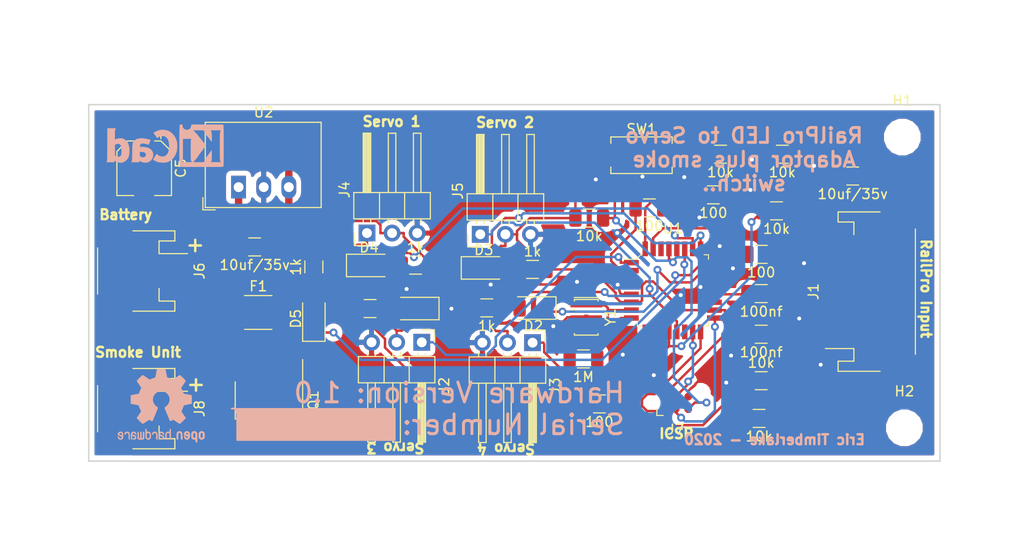
<source format=kicad_pcb>
(kicad_pcb (version 20171130) (host pcbnew "(5.0.2-5)-5")

  (general
    (thickness 1.6)
    (drawings 18)
    (tracks 393)
    (zones 0)
    (modules 44)
    (nets 42)
  )

  (page A4)
  (layers
    (0 F.Cu signal)
    (31 B.Cu signal)
    (32 B.Adhes user)
    (33 F.Adhes user)
    (34 B.Paste user)
    (35 F.Paste user)
    (36 B.SilkS user)
    (37 F.SilkS user)
    (38 B.Mask user)
    (39 F.Mask user)
    (40 Dwgs.User user)
    (41 Cmts.User user)
    (42 Eco1.User user)
    (43 Eco2.User user)
    (44 Edge.Cuts user)
    (45 Margin user)
    (46 B.CrtYd user)
    (47 F.CrtYd user)
    (48 B.Fab user)
    (49 F.Fab user)
  )

  (setup
    (last_trace_width 0.25)
    (user_trace_width 0.25)
    (user_trace_width 0.5)
    (user_trace_width 0.75)
    (trace_clearance 0.2)
    (zone_clearance 0.508)
    (zone_45_only no)
    (trace_min 0.2)
    (segment_width 0.2)
    (edge_width 0.15)
    (via_size 0.8)
    (via_drill 0.4)
    (via_min_size 0.4)
    (via_min_drill 0.3)
    (uvia_size 0.3)
    (uvia_drill 0.1)
    (uvias_allowed no)
    (uvia_min_size 0.2)
    (uvia_min_drill 0.1)
    (pcb_text_width 0.3)
    (pcb_text_size 1.5 1.5)
    (mod_edge_width 0.15)
    (mod_text_size 1 1)
    (mod_text_width 0.15)
    (pad_size 1.524 1.524)
    (pad_drill 0.762)
    (pad_to_mask_clearance 0.051)
    (solder_mask_min_width 0.25)
    (aux_axis_origin 0 0)
    (visible_elements FFFFFF5F)
    (pcbplotparams
      (layerselection 0x010fc_ffffffff)
      (usegerberextensions false)
      (usegerberattributes false)
      (usegerberadvancedattributes false)
      (creategerberjobfile false)
      (excludeedgelayer true)
      (linewidth 0.100000)
      (plotframeref false)
      (viasonmask false)
      (mode 1)
      (useauxorigin false)
      (hpglpennumber 1)
      (hpglpenspeed 20)
      (hpglpendiameter 15.000000)
      (psnegative false)
      (psa4output false)
      (plotreference true)
      (plotvalue true)
      (plotinvisibletext false)
      (padsonsilk false)
      (subtractmaskfromsilk false)
      (outputformat 1)
      (mirror false)
      (drillshape 1)
      (scaleselection 1)
      (outputdirectory ""))
  )

  (net 0 "")
  (net 1 GND)
  (net 2 +5V)
  (net 3 AREF)
  (net 4 "Net-(C4-Pad1)")
  (net 5 "Net-(C5-Pad1)")
  (net 6 diag1)
  (net 7 "Net-(D1-Pad2)")
  (net 8 "Net-(D2-Pad2)")
  (net 9 diag2)
  (net 10 diag3)
  (net 11 "Net-(D3-Pad2)")
  (net 12 "Net-(D4-Pad2)")
  (net 13 diag4)
  (net 14 "Net-(F1-Pad1)")
  (net 15 ~led3)
  (net 16 ~led4)
  (net 17 ~led5)
  (net 18 ~led6)
  (net 19 servo1)
  (net 20 servo2)
  (net 21 servo3)
  (net 22 servo4)
  (net 23 MISO)
  (net 24 SCK)
  (net 25 MOSI)
  (net 26 ~RST)
  (net 27 "Net-(J8-Pad2)")
  (net 28 smoke)
  (net 29 "Net-(R4-Pad2)")
  (net 30 "Net-(R4-Pad1)")
  (net 31 "Net-(R5-Pad1)")
  (net 32 "Net-(R6-Pad1)")
  (net 33 "Net-(R7-Pad1)")
  (net 34 "Net-(R8-Pad1)")
  (net 35 "Net-(U1-Pad14)")
  (net 36 "Net-(U1-Pad19)")
  (net 37 "Net-(U1-Pad22)")
  (net 38 "Net-(U1-Pad28)")
  (net 39 "Net-(U1-Pad30)")
  (net 40 diag5)
  (net 41 "Net-(D5-Pad2)")

  (net_class Default "This is the default net class."
    (clearance 0.2)
    (trace_width 0.25)
    (via_dia 0.8)
    (via_drill 0.4)
    (uvia_dia 0.3)
    (uvia_drill 0.1)
    (add_net +5V)
    (add_net AREF)
    (add_net GND)
    (add_net MISO)
    (add_net MOSI)
    (add_net "Net-(C4-Pad1)")
    (add_net "Net-(C5-Pad1)")
    (add_net "Net-(D1-Pad2)")
    (add_net "Net-(D2-Pad2)")
    (add_net "Net-(D3-Pad2)")
    (add_net "Net-(D4-Pad2)")
    (add_net "Net-(D5-Pad2)")
    (add_net "Net-(F1-Pad1)")
    (add_net "Net-(J8-Pad2)")
    (add_net "Net-(R4-Pad1)")
    (add_net "Net-(R4-Pad2)")
    (add_net "Net-(R5-Pad1)")
    (add_net "Net-(R6-Pad1)")
    (add_net "Net-(R7-Pad1)")
    (add_net "Net-(R8-Pad1)")
    (add_net "Net-(U1-Pad14)")
    (add_net "Net-(U1-Pad19)")
    (add_net "Net-(U1-Pad22)")
    (add_net "Net-(U1-Pad28)")
    (add_net "Net-(U1-Pad30)")
    (add_net SCK)
    (add_net diag1)
    (add_net diag2)
    (add_net diag3)
    (add_net diag4)
    (add_net diag5)
    (add_net servo1)
    (add_net servo2)
    (add_net servo3)
    (add_net servo4)
    (add_net smoke)
    (add_net ~RST)
    (add_net ~led3)
    (add_net ~led4)
    (add_net ~led5)
    (add_net ~led6)
  )

  (module Capacitor_SMD:C_1206_3216Metric (layer F.Cu) (tedit 5D74CDB1) (tstamp 5EF16883)
    (at 144.752 68.3362)
    (descr "Capacitor SMD 1206 (3216 Metric), square (rectangular) end terminal, IPC_7351 nominal, (Body size source: http://www.tortai-tech.com/upload/download/2011102023233369053.pdf), generated with kicad-footprint-generator")
    (tags capacitor)
    (path /5EC63019)
    (attr smd)
    (fp_text reference C1 (at 0 -1.82) (layer F.SilkS) hide
      (effects (font (size 1 1) (thickness 0.15)))
    )
    (fp_text value 10uf/35v (at 0 1.82) (layer F.SilkS)
      (effects (font (size 1 1) (thickness 0.15)))
    )
    (fp_line (start -1.6 0.8) (end -1.6 -0.8) (layer F.Fab) (width 0.1))
    (fp_line (start -1.6 -0.8) (end 1.6 -0.8) (layer F.Fab) (width 0.1))
    (fp_line (start 1.6 -0.8) (end 1.6 0.8) (layer F.Fab) (width 0.1))
    (fp_line (start 1.6 0.8) (end -1.6 0.8) (layer F.Fab) (width 0.1))
    (fp_line (start -0.602064 -0.91) (end 0.602064 -0.91) (layer F.SilkS) (width 0.12))
    (fp_line (start -0.602064 0.91) (end 0.602064 0.91) (layer F.SilkS) (width 0.12))
    (fp_line (start -2.28 1.12) (end -2.28 -1.12) (layer F.CrtYd) (width 0.05))
    (fp_line (start -2.28 -1.12) (end 2.28 -1.12) (layer F.CrtYd) (width 0.05))
    (fp_line (start 2.28 -1.12) (end 2.28 1.12) (layer F.CrtYd) (width 0.05))
    (fp_line (start 2.28 1.12) (end -2.28 1.12) (layer F.CrtYd) (width 0.05))
    (fp_text user %R (at 0 0) (layer F.Fab)
      (effects (font (size 0.8 0.8) (thickness 0.12)))
    )
    (pad 1 smd roundrect (at -1.4 0) (size 1.25 1.75) (layers F.Cu F.Paste F.Mask) (roundrect_rratio 0.2)
      (net 1 GND))
    (pad 2 smd roundrect (at 1.4 0) (size 1.25 1.75) (layers F.Cu F.Paste F.Mask) (roundrect_rratio 0.2)
      (net 2 +5V))
    (model ${KISYS3DMOD}/Capacitor_SMD.3dshapes/C_1206_3216Metric.wrl
      (at (xyz 0 0 0))
      (scale (xyz 1 1 1))
      (rotate (xyz 0 0 0))
    )
  )

  (module Capacitor_SMD:C_1206_3216Metric (layer F.Cu) (tedit 5D74CDB1) (tstamp 5EF17051)
    (at 135.499 84.3407)
    (descr "Capacitor SMD 1206 (3216 Metric), square (rectangular) end terminal, IPC_7351 nominal, (Body size source: http://www.tortai-tech.com/upload/download/2011102023233369053.pdf), generated with kicad-footprint-generator")
    (tags capacitor)
    (path /5EC3983F)
    (attr smd)
    (fp_text reference C2 (at 0 -1.82) (layer F.SilkS) hide
      (effects (font (size 1 1) (thickness 0.15)))
    )
    (fp_text value 100nf (at 0 1.82) (layer F.SilkS)
      (effects (font (size 1 1) (thickness 0.15)))
    )
    (fp_text user %R (at 0 0) (layer F.Fab)
      (effects (font (size 0.8 0.8) (thickness 0.12)))
    )
    (fp_line (start 2.28 1.12) (end -2.28 1.12) (layer F.CrtYd) (width 0.05))
    (fp_line (start 2.28 -1.12) (end 2.28 1.12) (layer F.CrtYd) (width 0.05))
    (fp_line (start -2.28 -1.12) (end 2.28 -1.12) (layer F.CrtYd) (width 0.05))
    (fp_line (start -2.28 1.12) (end -2.28 -1.12) (layer F.CrtYd) (width 0.05))
    (fp_line (start -0.602064 0.91) (end 0.602064 0.91) (layer F.SilkS) (width 0.12))
    (fp_line (start -0.602064 -0.91) (end 0.602064 -0.91) (layer F.SilkS) (width 0.12))
    (fp_line (start 1.6 0.8) (end -1.6 0.8) (layer F.Fab) (width 0.1))
    (fp_line (start 1.6 -0.8) (end 1.6 0.8) (layer F.Fab) (width 0.1))
    (fp_line (start -1.6 -0.8) (end 1.6 -0.8) (layer F.Fab) (width 0.1))
    (fp_line (start -1.6 0.8) (end -1.6 -0.8) (layer F.Fab) (width 0.1))
    (pad 2 smd roundrect (at 1.4 0) (size 1.25 1.75) (layers F.Cu F.Paste F.Mask) (roundrect_rratio 0.2)
      (net 1 GND))
    (pad 1 smd roundrect (at -1.4 0) (size 1.25 1.75) (layers F.Cu F.Paste F.Mask) (roundrect_rratio 0.2)
      (net 2 +5V))
    (model ${KISYS3DMOD}/Capacitor_SMD.3dshapes/C_1206_3216Metric.wrl
      (at (xyz 0 0 0))
      (scale (xyz 1 1 1))
      (rotate (xyz 0 0 0))
    )
  )

  (module Capacitor_SMD:C_1206_3216Metric (layer F.Cu) (tedit 5D74CDB1) (tstamp 5EF173ED)
    (at 135.499 80.2284)
    (descr "Capacitor SMD 1206 (3216 Metric), square (rectangular) end terminal, IPC_7351 nominal, (Body size source: http://www.tortai-tech.com/upload/download/2011102023233369053.pdf), generated with kicad-footprint-generator")
    (tags capacitor)
    (path /5EC39A4C)
    (attr smd)
    (fp_text reference C3 (at 0 -1.82) (layer F.SilkS) hide
      (effects (font (size 1 1) (thickness 0.15)))
    )
    (fp_text value 100nf (at 0 1.82) (layer F.SilkS)
      (effects (font (size 1 1) (thickness 0.15)))
    )
    (fp_text user %R (at 0 0) (layer F.Fab)
      (effects (font (size 0.8 0.8) (thickness 0.12)))
    )
    (fp_line (start 2.28 1.12) (end -2.28 1.12) (layer F.CrtYd) (width 0.05))
    (fp_line (start 2.28 -1.12) (end 2.28 1.12) (layer F.CrtYd) (width 0.05))
    (fp_line (start -2.28 -1.12) (end 2.28 -1.12) (layer F.CrtYd) (width 0.05))
    (fp_line (start -2.28 1.12) (end -2.28 -1.12) (layer F.CrtYd) (width 0.05))
    (fp_line (start -0.602064 0.91) (end 0.602064 0.91) (layer F.SilkS) (width 0.12))
    (fp_line (start -0.602064 -0.91) (end 0.602064 -0.91) (layer F.SilkS) (width 0.12))
    (fp_line (start 1.6 0.8) (end -1.6 0.8) (layer F.Fab) (width 0.1))
    (fp_line (start 1.6 -0.8) (end 1.6 0.8) (layer F.Fab) (width 0.1))
    (fp_line (start -1.6 -0.8) (end 1.6 -0.8) (layer F.Fab) (width 0.1))
    (fp_line (start -1.6 0.8) (end -1.6 -0.8) (layer F.Fab) (width 0.1))
    (pad 2 smd roundrect (at 1.4 0) (size 1.25 1.75) (layers F.Cu F.Paste F.Mask) (roundrect_rratio 0.2)
      (net 1 GND))
    (pad 1 smd roundrect (at -1.4 0) (size 1.25 1.75) (layers F.Cu F.Paste F.Mask) (roundrect_rratio 0.2)
      (net 3 AREF))
    (model ${KISYS3DMOD}/Capacitor_SMD.3dshapes/C_1206_3216Metric.wrl
      (at (xyz 0 0 0))
      (scale (xyz 1 1 1))
      (rotate (xyz 0 0 0))
    )
  )

  (module Capacitor_SMD:C_1206_3216Metric (layer F.Cu) (tedit 5D74CDB1) (tstamp 5EF16BD7)
    (at 84.262 75.5091)
    (descr "Capacitor SMD 1206 (3216 Metric), square (rectangular) end terminal, IPC_7351 nominal, (Body size source: http://www.tortai-tech.com/upload/download/2011102023233369053.pdf), generated with kicad-footprint-generator")
    (tags capacitor)
    (path /5ECB8539)
    (attr smd)
    (fp_text reference C4 (at 0 -1.82) (layer F.SilkS) hide
      (effects (font (size 1 1) (thickness 0.15)))
    )
    (fp_text value 10uf/35v (at 0 1.82) (layer F.SilkS)
      (effects (font (size 1 1) (thickness 0.15)))
    )
    (fp_line (start -1.6 0.8) (end -1.6 -0.8) (layer F.Fab) (width 0.1))
    (fp_line (start -1.6 -0.8) (end 1.6 -0.8) (layer F.Fab) (width 0.1))
    (fp_line (start 1.6 -0.8) (end 1.6 0.8) (layer F.Fab) (width 0.1))
    (fp_line (start 1.6 0.8) (end -1.6 0.8) (layer F.Fab) (width 0.1))
    (fp_line (start -0.602064 -0.91) (end 0.602064 -0.91) (layer F.SilkS) (width 0.12))
    (fp_line (start -0.602064 0.91) (end 0.602064 0.91) (layer F.SilkS) (width 0.12))
    (fp_line (start -2.28 1.12) (end -2.28 -1.12) (layer F.CrtYd) (width 0.05))
    (fp_line (start -2.28 -1.12) (end 2.28 -1.12) (layer F.CrtYd) (width 0.05))
    (fp_line (start 2.28 -1.12) (end 2.28 1.12) (layer F.CrtYd) (width 0.05))
    (fp_line (start 2.28 1.12) (end -2.28 1.12) (layer F.CrtYd) (width 0.05))
    (fp_text user %R (at 0 0) (layer F.Fab)
      (effects (font (size 0.8 0.8) (thickness 0.12)))
    )
    (pad 1 smd roundrect (at -1.4 0) (size 1.25 1.75) (layers F.Cu F.Paste F.Mask) (roundrect_rratio 0.2)
      (net 4 "Net-(C4-Pad1)"))
    (pad 2 smd roundrect (at 1.4 0) (size 1.25 1.75) (layers F.Cu F.Paste F.Mask) (roundrect_rratio 0.2)
      (net 1 GND))
    (model ${KISYS3DMOD}/Capacitor_SMD.3dshapes/C_1206_3216Metric.wrl
      (at (xyz 0 0 0))
      (scale (xyz 1 1 1))
      (rotate (xyz 0 0 0))
    )
  )

  (module Capacitor_SMD:CP_Elec_5x5.3 (layer F.Cu) (tedit 5BCA39CF) (tstamp 5EF170F8)
    (at 73.0834 67.5513 270)
    (descr "SMD capacitor, aluminum electrolytic, Nichicon, 5.0x5.3mm")
    (tags "capacitor electrolytic")
    (path /5ECB85DB)
    (attr smd)
    (fp_text reference C5 (at 0 -3.7 270) (layer F.SilkS)
      (effects (font (size 1 1) (thickness 0.15)))
    )
    (fp_text value 22uf/16v (at 0 3.7 270) (layer F.Fab)
      (effects (font (size 1 1) (thickness 0.15)))
    )
    (fp_circle (center 0 0) (end 2.5 0) (layer F.Fab) (width 0.1))
    (fp_line (start 2.65 -2.65) (end 2.65 2.65) (layer F.Fab) (width 0.1))
    (fp_line (start -1.65 -2.65) (end 2.65 -2.65) (layer F.Fab) (width 0.1))
    (fp_line (start -1.65 2.65) (end 2.65 2.65) (layer F.Fab) (width 0.1))
    (fp_line (start -2.65 -1.65) (end -2.65 1.65) (layer F.Fab) (width 0.1))
    (fp_line (start -2.65 -1.65) (end -1.65 -2.65) (layer F.Fab) (width 0.1))
    (fp_line (start -2.65 1.65) (end -1.65 2.65) (layer F.Fab) (width 0.1))
    (fp_line (start -2.033956 -1.2) (end -1.533956 -1.2) (layer F.Fab) (width 0.1))
    (fp_line (start -1.783956 -1.45) (end -1.783956 -0.95) (layer F.Fab) (width 0.1))
    (fp_line (start 2.76 2.76) (end 2.76 1.06) (layer F.SilkS) (width 0.12))
    (fp_line (start 2.76 -2.76) (end 2.76 -1.06) (layer F.SilkS) (width 0.12))
    (fp_line (start -1.695563 -2.76) (end 2.76 -2.76) (layer F.SilkS) (width 0.12))
    (fp_line (start -1.695563 2.76) (end 2.76 2.76) (layer F.SilkS) (width 0.12))
    (fp_line (start -2.76 1.695563) (end -2.76 1.06) (layer F.SilkS) (width 0.12))
    (fp_line (start -2.76 -1.695563) (end -2.76 -1.06) (layer F.SilkS) (width 0.12))
    (fp_line (start -2.76 -1.695563) (end -1.695563 -2.76) (layer F.SilkS) (width 0.12))
    (fp_line (start -2.76 1.695563) (end -1.695563 2.76) (layer F.SilkS) (width 0.12))
    (fp_line (start -3.625 -1.685) (end -3 -1.685) (layer F.SilkS) (width 0.12))
    (fp_line (start -3.3125 -1.9975) (end -3.3125 -1.3725) (layer F.SilkS) (width 0.12))
    (fp_line (start 2.9 -2.9) (end 2.9 -1.05) (layer F.CrtYd) (width 0.05))
    (fp_line (start 2.9 -1.05) (end 3.95 -1.05) (layer F.CrtYd) (width 0.05))
    (fp_line (start 3.95 -1.05) (end 3.95 1.05) (layer F.CrtYd) (width 0.05))
    (fp_line (start 3.95 1.05) (end 2.9 1.05) (layer F.CrtYd) (width 0.05))
    (fp_line (start 2.9 1.05) (end 2.9 2.9) (layer F.CrtYd) (width 0.05))
    (fp_line (start -1.75 2.9) (end 2.9 2.9) (layer F.CrtYd) (width 0.05))
    (fp_line (start -1.75 -2.9) (end 2.9 -2.9) (layer F.CrtYd) (width 0.05))
    (fp_line (start -2.9 1.75) (end -1.75 2.9) (layer F.CrtYd) (width 0.05))
    (fp_line (start -2.9 -1.75) (end -1.75 -2.9) (layer F.CrtYd) (width 0.05))
    (fp_line (start -2.9 -1.75) (end -2.9 -1.05) (layer F.CrtYd) (width 0.05))
    (fp_line (start -2.9 1.05) (end -2.9 1.75) (layer F.CrtYd) (width 0.05))
    (fp_line (start -2.9 -1.05) (end -3.95 -1.05) (layer F.CrtYd) (width 0.05))
    (fp_line (start -3.95 -1.05) (end -3.95 1.05) (layer F.CrtYd) (width 0.05))
    (fp_line (start -3.95 1.05) (end -2.9 1.05) (layer F.CrtYd) (width 0.05))
    (fp_text user %R (at 0 0 270) (layer F.Fab)
      (effects (font (size 1 1) (thickness 0.15)))
    )
    (pad 1 smd roundrect (at -2.2 0 270) (size 3 1.6) (layers F.Cu F.Paste F.Mask) (roundrect_rratio 0.15625)
      (net 5 "Net-(C5-Pad1)"))
    (pad 2 smd roundrect (at 2.2 0 270) (size 3 1.6) (layers F.Cu F.Paste F.Mask) (roundrect_rratio 0.15625)
      (net 1 GND))
    (model ${KISYS3DMOD}/Capacitor_SMD.3dshapes/CP_Elec_5x5.3.wrl
      (at (xyz 0 0 0))
      (scale (xyz 1 1 1))
      (rotate (xyz 0 0 0))
    )
  )

  (module LED_SMD:LED_1206_3216Metric (layer F.Cu) (tedit 5EC64554) (tstamp 5EF16D56)
    (at 100.622 81.7423 180)
    (descr "LED SMD 1206 (3216 Metric), square (rectangular) end terminal, IPC_7351 nominal, (Body size source: http://www.tortai-tech.com/upload/download/2011102023233369053.pdf), generated with kicad-footprint-generator")
    (tags diode)
    (path /5EDAEB71)
    (attr smd)
    (fp_text reference D1 (at 0 -1.82 180) (layer F.SilkS) hide
      (effects (font (size 1 1) (thickness 0.15)))
    )
    (fp_text value LED (at 0 1.82 180) (layer F.Fab) hide
      (effects (font (size 1 1) (thickness 0.15)))
    )
    (fp_line (start 1.6 -0.8) (end -1.2 -0.8) (layer F.Fab) (width 0.1))
    (fp_line (start -1.2 -0.8) (end -1.6 -0.4) (layer F.Fab) (width 0.1))
    (fp_line (start -1.6 -0.4) (end -1.6 0.8) (layer F.Fab) (width 0.1))
    (fp_line (start -1.6 0.8) (end 1.6 0.8) (layer F.Fab) (width 0.1))
    (fp_line (start 1.6 0.8) (end 1.6 -0.8) (layer F.Fab) (width 0.1))
    (fp_line (start 1.6 -1.135) (end -2.285 -1.135) (layer F.SilkS) (width 0.12))
    (fp_line (start -2.285 -1.135) (end -2.285 1.135) (layer F.SilkS) (width 0.12))
    (fp_line (start -2.285 1.135) (end 1.6 1.135) (layer F.SilkS) (width 0.12))
    (fp_line (start -2.28 1.12) (end -2.28 -1.12) (layer F.CrtYd) (width 0.05))
    (fp_line (start -2.28 -1.12) (end 2.28 -1.12) (layer F.CrtYd) (width 0.05))
    (fp_line (start 2.28 -1.12) (end 2.28 1.12) (layer F.CrtYd) (width 0.05))
    (fp_line (start 2.28 1.12) (end -2.28 1.12) (layer F.CrtYd) (width 0.05))
    (fp_text user %R (at 0 0 180) (layer F.Fab)
      (effects (font (size 0.8 0.8) (thickness 0.12)))
    )
    (pad 1 smd roundrect (at -1.4 0 180) (size 1.25 1.75) (layers F.Cu F.Paste F.Mask) (roundrect_rratio 0.2)
      (net 6 diag1))
    (pad 2 smd roundrect (at 1.4 0 180) (size 1.25 1.75) (layers F.Cu F.Paste F.Mask) (roundrect_rratio 0.2)
      (net 7 "Net-(D1-Pad2)"))
    (model ${KISYS3DMOD}/LED_SMD.3dshapes/LED_1206_3216Metric.wrl
      (at (xyz 0 0 0))
      (scale (xyz 1 1 1))
      (rotate (xyz 0 0 0))
    )
  )

  (module LED_SMD:LED_1206_3216Metric (layer F.Cu) (tedit 5B301BBE) (tstamp 5EF169F6)
    (at 112.458 81.6889 180)
    (descr "LED SMD 1206 (3216 Metric), square (rectangular) end terminal, IPC_7351 nominal, (Body size source: http://www.tortai-tech.com/upload/download/2011102023233369053.pdf), generated with kicad-footprint-generator")
    (tags diode)
    (path /5EDBFEE9)
    (attr smd)
    (fp_text reference D2 (at 0 -1.82 180) (layer F.SilkS)
      (effects (font (size 1 1) (thickness 0.15)))
    )
    (fp_text value LED (at 0 1.82 180) (layer F.Fab)
      (effects (font (size 1 1) (thickness 0.15)))
    )
    (fp_text user %R (at 0 0 180) (layer F.Fab)
      (effects (font (size 0.8 0.8) (thickness 0.12)))
    )
    (fp_line (start 2.28 1.12) (end -2.28 1.12) (layer F.CrtYd) (width 0.05))
    (fp_line (start 2.28 -1.12) (end 2.28 1.12) (layer F.CrtYd) (width 0.05))
    (fp_line (start -2.28 -1.12) (end 2.28 -1.12) (layer F.CrtYd) (width 0.05))
    (fp_line (start -2.28 1.12) (end -2.28 -1.12) (layer F.CrtYd) (width 0.05))
    (fp_line (start -2.285 1.135) (end 1.6 1.135) (layer F.SilkS) (width 0.12))
    (fp_line (start -2.285 -1.135) (end -2.285 1.135) (layer F.SilkS) (width 0.12))
    (fp_line (start 1.6 -1.135) (end -2.285 -1.135) (layer F.SilkS) (width 0.12))
    (fp_line (start 1.6 0.8) (end 1.6 -0.8) (layer F.Fab) (width 0.1))
    (fp_line (start -1.6 0.8) (end 1.6 0.8) (layer F.Fab) (width 0.1))
    (fp_line (start -1.6 -0.4) (end -1.6 0.8) (layer F.Fab) (width 0.1))
    (fp_line (start -1.2 -0.8) (end -1.6 -0.4) (layer F.Fab) (width 0.1))
    (fp_line (start 1.6 -0.8) (end -1.2 -0.8) (layer F.Fab) (width 0.1))
    (pad 2 smd roundrect (at 1.4 0 180) (size 1.25 1.75) (layers F.Cu F.Paste F.Mask) (roundrect_rratio 0.2)
      (net 8 "Net-(D2-Pad2)"))
    (pad 1 smd roundrect (at -1.4 0 180) (size 1.25 1.75) (layers F.Cu F.Paste F.Mask) (roundrect_rratio 0.2)
      (net 9 diag2))
    (model ${KISYS3DMOD}/LED_SMD.3dshapes/LED_1206_3216Metric.wrl
      (at (xyz 0 0 0))
      (scale (xyz 1 1 1))
      (rotate (xyz 0 0 0))
    )
  )

  (module LED_SMD:LED_1206_3216Metric (layer F.Cu) (tedit 5B301BBE) (tstamp 5EF16BA3)
    (at 107.442 77.63)
    (descr "LED SMD 1206 (3216 Metric), square (rectangular) end terminal, IPC_7351 nominal, (Body size source: http://www.tortai-tech.com/upload/download/2011102023233369053.pdf), generated with kicad-footprint-generator")
    (tags diode)
    (path /5EDC4099)
    (attr smd)
    (fp_text reference D3 (at 0 -1.82) (layer F.SilkS)
      (effects (font (size 1 1) (thickness 0.15)))
    )
    (fp_text value LED (at 0 1.82) (layer F.Fab)
      (effects (font (size 1 1) (thickness 0.15)))
    )
    (fp_line (start 1.6 -0.8) (end -1.2 -0.8) (layer F.Fab) (width 0.1))
    (fp_line (start -1.2 -0.8) (end -1.6 -0.4) (layer F.Fab) (width 0.1))
    (fp_line (start -1.6 -0.4) (end -1.6 0.8) (layer F.Fab) (width 0.1))
    (fp_line (start -1.6 0.8) (end 1.6 0.8) (layer F.Fab) (width 0.1))
    (fp_line (start 1.6 0.8) (end 1.6 -0.8) (layer F.Fab) (width 0.1))
    (fp_line (start 1.6 -1.135) (end -2.285 -1.135) (layer F.SilkS) (width 0.12))
    (fp_line (start -2.285 -1.135) (end -2.285 1.135) (layer F.SilkS) (width 0.12))
    (fp_line (start -2.285 1.135) (end 1.6 1.135) (layer F.SilkS) (width 0.12))
    (fp_line (start -2.28 1.12) (end -2.28 -1.12) (layer F.CrtYd) (width 0.05))
    (fp_line (start -2.28 -1.12) (end 2.28 -1.12) (layer F.CrtYd) (width 0.05))
    (fp_line (start 2.28 -1.12) (end 2.28 1.12) (layer F.CrtYd) (width 0.05))
    (fp_line (start 2.28 1.12) (end -2.28 1.12) (layer F.CrtYd) (width 0.05))
    (fp_text user %R (at 0 0) (layer F.Fab)
      (effects (font (size 0.8 0.8) (thickness 0.12)))
    )
    (pad 1 smd roundrect (at -1.4 0) (size 1.25 1.75) (layers F.Cu F.Paste F.Mask) (roundrect_rratio 0.2)
      (net 10 diag3))
    (pad 2 smd roundrect (at 1.4 0) (size 1.25 1.75) (layers F.Cu F.Paste F.Mask) (roundrect_rratio 0.2)
      (net 11 "Net-(D3-Pad2)"))
    (model ${KISYS3DMOD}/LED_SMD.3dshapes/LED_1206_3216Metric.wrl
      (at (xyz 0 0 0))
      (scale (xyz 1 1 1))
      (rotate (xyz 0 0 0))
    )
  )

  (module LED_SMD:LED_1206_3216Metric (layer F.Cu) (tedit 5B301BBE) (tstamp 5EF17215)
    (at 95.8317 77.3836)
    (descr "LED SMD 1206 (3216 Metric), square (rectangular) end terminal, IPC_7351 nominal, (Body size source: http://www.tortai-tech.com/upload/download/2011102023233369053.pdf), generated with kicad-footprint-generator")
    (tags diode)
    (path /5EDC84F2)
    (attr smd)
    (fp_text reference D4 (at 0 -1.82) (layer F.SilkS)
      (effects (font (size 1 1) (thickness 0.15)))
    )
    (fp_text value LED (at 0 1.82) (layer F.Fab)
      (effects (font (size 1 1) (thickness 0.15)))
    )
    (fp_text user %R (at 0 0) (layer F.Fab)
      (effects (font (size 0.8 0.8) (thickness 0.12)))
    )
    (fp_line (start 2.28 1.12) (end -2.28 1.12) (layer F.CrtYd) (width 0.05))
    (fp_line (start 2.28 -1.12) (end 2.28 1.12) (layer F.CrtYd) (width 0.05))
    (fp_line (start -2.28 -1.12) (end 2.28 -1.12) (layer F.CrtYd) (width 0.05))
    (fp_line (start -2.28 1.12) (end -2.28 -1.12) (layer F.CrtYd) (width 0.05))
    (fp_line (start -2.285 1.135) (end 1.6 1.135) (layer F.SilkS) (width 0.12))
    (fp_line (start -2.285 -1.135) (end -2.285 1.135) (layer F.SilkS) (width 0.12))
    (fp_line (start 1.6 -1.135) (end -2.285 -1.135) (layer F.SilkS) (width 0.12))
    (fp_line (start 1.6 0.8) (end 1.6 -0.8) (layer F.Fab) (width 0.1))
    (fp_line (start -1.6 0.8) (end 1.6 0.8) (layer F.Fab) (width 0.1))
    (fp_line (start -1.6 -0.4) (end -1.6 0.8) (layer F.Fab) (width 0.1))
    (fp_line (start -1.2 -0.8) (end -1.6 -0.4) (layer F.Fab) (width 0.1))
    (fp_line (start 1.6 -0.8) (end -1.2 -0.8) (layer F.Fab) (width 0.1))
    (pad 2 smd roundrect (at 1.4 0) (size 1.25 1.75) (layers F.Cu F.Paste F.Mask) (roundrect_rratio 0.2)
      (net 12 "Net-(D4-Pad2)"))
    (pad 1 smd roundrect (at -1.4 0) (size 1.25 1.75) (layers F.Cu F.Paste F.Mask) (roundrect_rratio 0.2)
      (net 13 diag4))
    (model ${KISYS3DMOD}/LED_SMD.3dshapes/LED_1206_3216Metric.wrl
      (at (xyz 0 0 0))
      (scale (xyz 1 1 1))
      (rotate (xyz 0 0 0))
    )
  )

  (module Fuse:Fuse_1812_4532Metric (layer F.Cu) (tedit 5EC643D9) (tstamp 5EF17081)
    (at 84.6226 82.1385)
    (descr "Fuse SMD 1812 (4532 Metric), square (rectangular) end terminal, IPC_7351 nominal, (Body size source: https://www.nikhef.nl/pub/departments/mt/projects/detectorR_D/dtddice/ERJ2G.pdf), generated with kicad-footprint-generator")
    (tags resistor)
    (path /5ECF40C9)
    (attr smd)
    (fp_text reference F1 (at 0 -2.65) (layer F.SilkS)
      (effects (font (size 1 1) (thickness 0.15)))
    )
    (fp_text value "0ZCG0200AF2B Polyfuse" (at -1.00838 1.58496) (layer F.Fab) hide
      (effects (font (size 1 1) (thickness 0.15)))
    )
    (fp_line (start -2.25 1.6) (end -2.25 -1.6) (layer F.Fab) (width 0.1))
    (fp_line (start -2.25 -1.6) (end 2.25 -1.6) (layer F.Fab) (width 0.1))
    (fp_line (start 2.25 -1.6) (end 2.25 1.6) (layer F.Fab) (width 0.1))
    (fp_line (start 2.25 1.6) (end -2.25 1.6) (layer F.Fab) (width 0.1))
    (fp_line (start -1.386252 -1.71) (end 1.386252 -1.71) (layer F.SilkS) (width 0.12))
    (fp_line (start -1.386252 1.71) (end 1.386252 1.71) (layer F.SilkS) (width 0.12))
    (fp_line (start -2.95 1.95) (end -2.95 -1.95) (layer F.CrtYd) (width 0.05))
    (fp_line (start -2.95 -1.95) (end 2.95 -1.95) (layer F.CrtYd) (width 0.05))
    (fp_line (start 2.95 -1.95) (end 2.95 1.95) (layer F.CrtYd) (width 0.05))
    (fp_line (start 2.95 1.95) (end -2.95 1.95) (layer F.CrtYd) (width 0.05))
    (fp_text user %R (at 0 0) (layer F.Fab)
      (effects (font (size 1 1) (thickness 0.15)))
    )
    (pad 1 smd roundrect (at -2.1375 0) (size 1.125 3.4) (layers F.Cu F.Paste F.Mask) (roundrect_rratio 0.222222)
      (net 14 "Net-(F1-Pad1)"))
    (pad 2 smd roundrect (at 2.1375 0) (size 1.125 3.4) (layers F.Cu F.Paste F.Mask) (roundrect_rratio 0.222222)
      (net 5 "Net-(C5-Pad1)"))
    (model ${KISYS3DMOD}/Fuse.3dshapes/Fuse_1812_4532Metric.wrl
      (at (xyz 0 0 0))
      (scale (xyz 1 1 1))
      (rotate (xyz 0 0 0))
    )
  )

  (module MountingHole:MountingHole_2.7mm_M2.5 (layer F.Cu) (tedit 56D1B4CB) (tstamp 5EF16D36)
    (at 149.774 64.3966)
    (descr "Mounting Hole 2.7mm, no annular, M2.5")
    (tags "mounting hole 2.7mm no annular m2.5")
    (path /5EC3793E)
    (attr virtual)
    (fp_text reference H1 (at 0 -3.7) (layer F.SilkS)
      (effects (font (size 1 1) (thickness 0.15)))
    )
    (fp_text value MountingHole (at 0 3.7) (layer F.Fab)
      (effects (font (size 1 1) (thickness 0.15)))
    )
    (fp_circle (center 0 0) (end 2.95 0) (layer F.CrtYd) (width 0.05))
    (fp_circle (center 0 0) (end 2.7 0) (layer Cmts.User) (width 0.15))
    (fp_text user %R (at 0.3 0) (layer F.Fab)
      (effects (font (size 1 1) (thickness 0.15)))
    )
    (pad 1 np_thru_hole circle (at 0 0) (size 2.7 2.7) (drill 2.7) (layers *.Cu *.Mask))
  )

  (module MountingHole:MountingHole_2.7mm_M2.5 (layer F.Cu) (tedit 56D1B4CB) (tstamp 5EF16D21)
    (at 149.982 93.8098)
    (descr "Mounting Hole 2.7mm, no annular, M2.5")
    (tags "mounting hole 2.7mm no annular m2.5")
    (path /5EC37955)
    (attr virtual)
    (fp_text reference H2 (at 0 -3.7) (layer F.SilkS)
      (effects (font (size 1 1) (thickness 0.15)))
    )
    (fp_text value MountingHole (at 0 3.7) (layer F.Fab)
      (effects (font (size 1 1) (thickness 0.15)))
    )
    (fp_text user %R (at 0.3 0) (layer F.Fab)
      (effects (font (size 1 1) (thickness 0.15)))
    )
    (fp_circle (center 0 0) (end 2.7 0) (layer Cmts.User) (width 0.15))
    (fp_circle (center 0 0) (end 2.95 0) (layer F.CrtYd) (width 0.05))
    (pad 1 np_thru_hole circle (at 0 0) (size 2.7 2.7) (drill 2.7) (layers *.Cu *.Mask))
  )

  (module Connector_JST:JST_PH_S6B-PH-SM4-TB_1x06-1MP_P2.00mm_Horizontal (layer F.Cu) (tedit 5B78AD87) (tstamp 5EF16CD2)
    (at 146.583 80.0278 90)
    (descr "JST PH series connector, S6B-PH-SM4-TB (http://www.jst-mfg.com/product/pdf/eng/ePH.pdf), generated with kicad-footprint-generator")
    (tags "connector JST PH top entry")
    (path /5EC380D8)
    (attr smd)
    (fp_text reference J1 (at 0 -5.8 90) (layer F.SilkS)
      (effects (font (size 1 1) (thickness 0.15)))
    )
    (fp_text value Conn_01x06_Male (at 0 5.8 90) (layer F.Fab)
      (effects (font (size 1 1) (thickness 0.15)))
    )
    (fp_line (start -7.95 -3.2) (end -7.15 -3.2) (layer F.Fab) (width 0.1))
    (fp_line (start -7.15 -3.2) (end -7.15 -1.6) (layer F.Fab) (width 0.1))
    (fp_line (start -7.15 -1.6) (end 7.15 -1.6) (layer F.Fab) (width 0.1))
    (fp_line (start 7.15 -1.6) (end 7.15 -3.2) (layer F.Fab) (width 0.1))
    (fp_line (start 7.15 -3.2) (end 7.95 -3.2) (layer F.Fab) (width 0.1))
    (fp_line (start -8.06 0.94) (end -8.06 -3.31) (layer F.SilkS) (width 0.12))
    (fp_line (start -8.06 -3.31) (end -7.04 -3.31) (layer F.SilkS) (width 0.12))
    (fp_line (start -7.04 -3.31) (end -7.04 -1.71) (layer F.SilkS) (width 0.12))
    (fp_line (start -7.04 -1.71) (end -5.76 -1.71) (layer F.SilkS) (width 0.12))
    (fp_line (start -5.76 -1.71) (end -5.76 -4.6) (layer F.SilkS) (width 0.12))
    (fp_line (start 8.06 0.94) (end 8.06 -3.31) (layer F.SilkS) (width 0.12))
    (fp_line (start 8.06 -3.31) (end 7.04 -3.31) (layer F.SilkS) (width 0.12))
    (fp_line (start 7.04 -3.31) (end 7.04 -1.71) (layer F.SilkS) (width 0.12))
    (fp_line (start 7.04 -1.71) (end 5.76 -1.71) (layer F.SilkS) (width 0.12))
    (fp_line (start -6.34 4.51) (end 6.34 4.51) (layer F.SilkS) (width 0.12))
    (fp_line (start -7.95 4.4) (end 7.95 4.4) (layer F.Fab) (width 0.1))
    (fp_line (start -7.95 -3.2) (end -7.95 4.4) (layer F.Fab) (width 0.1))
    (fp_line (start 7.95 -3.2) (end 7.95 4.4) (layer F.Fab) (width 0.1))
    (fp_line (start -8.6 -5.1) (end -8.6 5.1) (layer F.CrtYd) (width 0.05))
    (fp_line (start -8.6 5.1) (end 8.6 5.1) (layer F.CrtYd) (width 0.05))
    (fp_line (start 8.6 5.1) (end 8.6 -5.1) (layer F.CrtYd) (width 0.05))
    (fp_line (start 8.6 -5.1) (end -8.6 -5.1) (layer F.CrtYd) (width 0.05))
    (fp_line (start -5.5 -1.6) (end -5 -0.892893) (layer F.Fab) (width 0.1))
    (fp_line (start -5 -0.892893) (end -4.5 -1.6) (layer F.Fab) (width 0.1))
    (fp_text user %R (at 0 1.5 90) (layer F.Fab)
      (effects (font (size 1 1) (thickness 0.15)))
    )
    (pad 1 smd roundrect (at -5 -2.85 90) (size 1 3.5) (layers F.Cu F.Paste F.Mask) (roundrect_rratio 0.25)
      (net 2 +5V))
    (pad 2 smd roundrect (at -3 -2.85 90) (size 1 3.5) (layers F.Cu F.Paste F.Mask) (roundrect_rratio 0.25)
      (net 15 ~led3))
    (pad 3 smd roundrect (at -1 -2.85 90) (size 1 3.5) (layers F.Cu F.Paste F.Mask) (roundrect_rratio 0.25)
      (net 16 ~led4))
    (pad 4 smd roundrect (at 1 -2.85 90) (size 1 3.5) (layers F.Cu F.Paste F.Mask) (roundrect_rratio 0.25)
      (net 17 ~led5))
    (pad 5 smd roundrect (at 3 -2.85 90) (size 1 3.5) (layers F.Cu F.Paste F.Mask) (roundrect_rratio 0.25)
      (net 18 ~led6))
    (pad 6 smd roundrect (at 5 -2.85 90) (size 1 3.5) (layers F.Cu F.Paste F.Mask) (roundrect_rratio 0.25)
      (net 1 GND))
    (pad MP smd roundrect (at -7.35 2.9 90) (size 1.5 3.4) (layers F.Cu F.Paste F.Mask) (roundrect_rratio 0.166667))
    (pad MP smd roundrect (at 7.35 2.9 90) (size 1.5 3.4) (layers F.Cu F.Paste F.Mask) (roundrect_rratio 0.166667))
    (model ${KISYS3DMOD}/Connector_JST.3dshapes/JST_PH_S6B-PH-SM4-TB_1x06-1MP_P2.00mm_Horizontal.wrl
      (at (xyz 0 0 0))
      (scale (xyz 1 1 1))
      (rotate (xyz 0 0 0))
    )
  )

  (module Connector_PinHeader_2.54mm:PinHeader_1x03_P2.54mm_Horizontal (layer F.Cu) (tedit 59FED5CB) (tstamp 5EF17185)
    (at 101.161 85.1535 270)
    (descr "Through hole angled pin header, 1x03, 2.54mm pitch, 6mm pin length, single row")
    (tags "Through hole angled pin header THT 1x03 2.54mm single row")
    (path /5EC38357)
    (fp_text reference J2 (at 4.385 -2.27 270) (layer F.SilkS)
      (effects (font (size 1 1) (thickness 0.15)))
    )
    (fp_text value Conn_01x03_Male (at 4.385 7.35 270) (layer F.Fab)
      (effects (font (size 1 1) (thickness 0.15)))
    )
    (fp_text user %R (at 2.77 2.54) (layer F.Fab)
      (effects (font (size 1 1) (thickness 0.15)))
    )
    (fp_line (start 10.55 -1.8) (end -1.8 -1.8) (layer F.CrtYd) (width 0.05))
    (fp_line (start 10.55 6.85) (end 10.55 -1.8) (layer F.CrtYd) (width 0.05))
    (fp_line (start -1.8 6.85) (end 10.55 6.85) (layer F.CrtYd) (width 0.05))
    (fp_line (start -1.8 -1.8) (end -1.8 6.85) (layer F.CrtYd) (width 0.05))
    (fp_line (start -1.27 -1.27) (end 0 -1.27) (layer F.SilkS) (width 0.12))
    (fp_line (start -1.27 0) (end -1.27 -1.27) (layer F.SilkS) (width 0.12))
    (fp_line (start 1.042929 5.46) (end 1.44 5.46) (layer F.SilkS) (width 0.12))
    (fp_line (start 1.042929 4.7) (end 1.44 4.7) (layer F.SilkS) (width 0.12))
    (fp_line (start 10.1 5.46) (end 4.1 5.46) (layer F.SilkS) (width 0.12))
    (fp_line (start 10.1 4.7) (end 10.1 5.46) (layer F.SilkS) (width 0.12))
    (fp_line (start 4.1 4.7) (end 10.1 4.7) (layer F.SilkS) (width 0.12))
    (fp_line (start 1.44 3.81) (end 4.1 3.81) (layer F.SilkS) (width 0.12))
    (fp_line (start 1.042929 2.92) (end 1.44 2.92) (layer F.SilkS) (width 0.12))
    (fp_line (start 1.042929 2.16) (end 1.44 2.16) (layer F.SilkS) (width 0.12))
    (fp_line (start 10.1 2.92) (end 4.1 2.92) (layer F.SilkS) (width 0.12))
    (fp_line (start 10.1 2.16) (end 10.1 2.92) (layer F.SilkS) (width 0.12))
    (fp_line (start 4.1 2.16) (end 10.1 2.16) (layer F.SilkS) (width 0.12))
    (fp_line (start 1.44 1.27) (end 4.1 1.27) (layer F.SilkS) (width 0.12))
    (fp_line (start 1.11 0.38) (end 1.44 0.38) (layer F.SilkS) (width 0.12))
    (fp_line (start 1.11 -0.38) (end 1.44 -0.38) (layer F.SilkS) (width 0.12))
    (fp_line (start 4.1 0.28) (end 10.1 0.28) (layer F.SilkS) (width 0.12))
    (fp_line (start 4.1 0.16) (end 10.1 0.16) (layer F.SilkS) (width 0.12))
    (fp_line (start 4.1 0.04) (end 10.1 0.04) (layer F.SilkS) (width 0.12))
    (fp_line (start 4.1 -0.08) (end 10.1 -0.08) (layer F.SilkS) (width 0.12))
    (fp_line (start 4.1 -0.2) (end 10.1 -0.2) (layer F.SilkS) (width 0.12))
    (fp_line (start 4.1 -0.32) (end 10.1 -0.32) (layer F.SilkS) (width 0.12))
    (fp_line (start 10.1 0.38) (end 4.1 0.38) (layer F.SilkS) (width 0.12))
    (fp_line (start 10.1 -0.38) (end 10.1 0.38) (layer F.SilkS) (width 0.12))
    (fp_line (start 4.1 -0.38) (end 10.1 -0.38) (layer F.SilkS) (width 0.12))
    (fp_line (start 4.1 -1.33) (end 1.44 -1.33) (layer F.SilkS) (width 0.12))
    (fp_line (start 4.1 6.41) (end 4.1 -1.33) (layer F.SilkS) (width 0.12))
    (fp_line (start 1.44 6.41) (end 4.1 6.41) (layer F.SilkS) (width 0.12))
    (fp_line (start 1.44 -1.33) (end 1.44 6.41) (layer F.SilkS) (width 0.12))
    (fp_line (start 4.04 5.4) (end 10.04 5.4) (layer F.Fab) (width 0.1))
    (fp_line (start 10.04 4.76) (end 10.04 5.4) (layer F.Fab) (width 0.1))
    (fp_line (start 4.04 4.76) (end 10.04 4.76) (layer F.Fab) (width 0.1))
    (fp_line (start -0.32 5.4) (end 1.5 5.4) (layer F.Fab) (width 0.1))
    (fp_line (start -0.32 4.76) (end -0.32 5.4) (layer F.Fab) (width 0.1))
    (fp_line (start -0.32 4.76) (end 1.5 4.76) (layer F.Fab) (width 0.1))
    (fp_line (start 4.04 2.86) (end 10.04 2.86) (layer F.Fab) (width 0.1))
    (fp_line (start 10.04 2.22) (end 10.04 2.86) (layer F.Fab) (width 0.1))
    (fp_line (start 4.04 2.22) (end 10.04 2.22) (layer F.Fab) (width 0.1))
    (fp_line (start -0.32 2.86) (end 1.5 2.86) (layer F.Fab) (width 0.1))
    (fp_line (start -0.32 2.22) (end -0.32 2.86) (layer F.Fab) (width 0.1))
    (fp_line (start -0.32 2.22) (end 1.5 2.22) (layer F.Fab) (width 0.1))
    (fp_line (start 4.04 0.32) (end 10.04 0.32) (layer F.Fab) (width 0.1))
    (fp_line (start 10.04 -0.32) (end 10.04 0.32) (layer F.Fab) (width 0.1))
    (fp_line (start 4.04 -0.32) (end 10.04 -0.32) (layer F.Fab) (width 0.1))
    (fp_line (start -0.32 0.32) (end 1.5 0.32) (layer F.Fab) (width 0.1))
    (fp_line (start -0.32 -0.32) (end -0.32 0.32) (layer F.Fab) (width 0.1))
    (fp_line (start -0.32 -0.32) (end 1.5 -0.32) (layer F.Fab) (width 0.1))
    (fp_line (start 1.5 -0.635) (end 2.135 -1.27) (layer F.Fab) (width 0.1))
    (fp_line (start 1.5 6.35) (end 1.5 -0.635) (layer F.Fab) (width 0.1))
    (fp_line (start 4.04 6.35) (end 1.5 6.35) (layer F.Fab) (width 0.1))
    (fp_line (start 4.04 -1.27) (end 4.04 6.35) (layer F.Fab) (width 0.1))
    (fp_line (start 2.135 -1.27) (end 4.04 -1.27) (layer F.Fab) (width 0.1))
    (pad 3 thru_hole oval (at 0 5.08 270) (size 1.7 1.7) (drill 1) (layers *.Cu *.Mask)
      (net 1 GND))
    (pad 2 thru_hole oval (at 0 2.54 270) (size 1.7 1.7) (drill 1) (layers *.Cu *.Mask)
      (net 2 +5V))
    (pad 1 thru_hole rect (at 0 0 270) (size 1.7 1.7) (drill 1) (layers *.Cu *.Mask)
      (net 19 servo1))
    (model ${KISYS3DMOD}/Connector_PinHeader_2.54mm.3dshapes/PinHeader_1x03_P2.54mm_Horizontal.wrl
      (at (xyz 0 0 0))
      (scale (xyz 1 1 1))
      (rotate (xyz 0 0 0))
    )
  )

  (module Connector_PinHeader_2.54mm:PinHeader_1x03_P2.54mm_Horizontal (layer F.Cu) (tedit 59FED5CB) (tstamp 5EF16ACB)
    (at 112.372 85.1941 270)
    (descr "Through hole angled pin header, 1x03, 2.54mm pitch, 6mm pin length, single row")
    (tags "Through hole angled pin header THT 1x03 2.54mm single row")
    (path /5EC3865A)
    (fp_text reference J3 (at 4.385 -2.27 270) (layer F.SilkS)
      (effects (font (size 1 1) (thickness 0.15)))
    )
    (fp_text value Conn_01x03_Male (at 4.385 7.35 270) (layer F.Fab)
      (effects (font (size 1 1) (thickness 0.15)))
    )
    (fp_line (start 2.135 -1.27) (end 4.04 -1.27) (layer F.Fab) (width 0.1))
    (fp_line (start 4.04 -1.27) (end 4.04 6.35) (layer F.Fab) (width 0.1))
    (fp_line (start 4.04 6.35) (end 1.5 6.35) (layer F.Fab) (width 0.1))
    (fp_line (start 1.5 6.35) (end 1.5 -0.635) (layer F.Fab) (width 0.1))
    (fp_line (start 1.5 -0.635) (end 2.135 -1.27) (layer F.Fab) (width 0.1))
    (fp_line (start -0.32 -0.32) (end 1.5 -0.32) (layer F.Fab) (width 0.1))
    (fp_line (start -0.32 -0.32) (end -0.32 0.32) (layer F.Fab) (width 0.1))
    (fp_line (start -0.32 0.32) (end 1.5 0.32) (layer F.Fab) (width 0.1))
    (fp_line (start 4.04 -0.32) (end 10.04 -0.32) (layer F.Fab) (width 0.1))
    (fp_line (start 10.04 -0.32) (end 10.04 0.32) (layer F.Fab) (width 0.1))
    (fp_line (start 4.04 0.32) (end 10.04 0.32) (layer F.Fab) (width 0.1))
    (fp_line (start -0.32 2.22) (end 1.5 2.22) (layer F.Fab) (width 0.1))
    (fp_line (start -0.32 2.22) (end -0.32 2.86) (layer F.Fab) (width 0.1))
    (fp_line (start -0.32 2.86) (end 1.5 2.86) (layer F.Fab) (width 0.1))
    (fp_line (start 4.04 2.22) (end 10.04 2.22) (layer F.Fab) (width 0.1))
    (fp_line (start 10.04 2.22) (end 10.04 2.86) (layer F.Fab) (width 0.1))
    (fp_line (start 4.04 2.86) (end 10.04 2.86) (layer F.Fab) (width 0.1))
    (fp_line (start -0.32 4.76) (end 1.5 4.76) (layer F.Fab) (width 0.1))
    (fp_line (start -0.32 4.76) (end -0.32 5.4) (layer F.Fab) (width 0.1))
    (fp_line (start -0.32 5.4) (end 1.5 5.4) (layer F.Fab) (width 0.1))
    (fp_line (start 4.04 4.76) (end 10.04 4.76) (layer F.Fab) (width 0.1))
    (fp_line (start 10.04 4.76) (end 10.04 5.4) (layer F.Fab) (width 0.1))
    (fp_line (start 4.04 5.4) (end 10.04 5.4) (layer F.Fab) (width 0.1))
    (fp_line (start 1.44 -1.33) (end 1.44 6.41) (layer F.SilkS) (width 0.12))
    (fp_line (start 1.44 6.41) (end 4.1 6.41) (layer F.SilkS) (width 0.12))
    (fp_line (start 4.1 6.41) (end 4.1 -1.33) (layer F.SilkS) (width 0.12))
    (fp_line (start 4.1 -1.33) (end 1.44 -1.33) (layer F.SilkS) (width 0.12))
    (fp_line (start 4.1 -0.38) (end 10.1 -0.38) (layer F.SilkS) (width 0.12))
    (fp_line (start 10.1 -0.38) (end 10.1 0.38) (layer F.SilkS) (width 0.12))
    (fp_line (start 10.1 0.38) (end 4.1 0.38) (layer F.SilkS) (width 0.12))
    (fp_line (start 4.1 -0.32) (end 10.1 -0.32) (layer F.SilkS) (width 0.12))
    (fp_line (start 4.1 -0.2) (end 10.1 -0.2) (layer F.SilkS) (width 0.12))
    (fp_line (start 4.1 -0.08) (end 10.1 -0.08) (layer F.SilkS) (width 0.12))
    (fp_line (start 4.1 0.04) (end 10.1 0.04) (layer F.SilkS) (width 0.12))
    (fp_line (start 4.1 0.16) (end 10.1 0.16) (layer F.SilkS) (width 0.12))
    (fp_line (start 4.1 0.28) (end 10.1 0.28) (layer F.SilkS) (width 0.12))
    (fp_line (start 1.11 -0.38) (end 1.44 -0.38) (layer F.SilkS) (width 0.12))
    (fp_line (start 1.11 0.38) (end 1.44 0.38) (layer F.SilkS) (width 0.12))
    (fp_line (start 1.44 1.27) (end 4.1 1.27) (layer F.SilkS) (width 0.12))
    (fp_line (start 4.1 2.16) (end 10.1 2.16) (layer F.SilkS) (width 0.12))
    (fp_line (start 10.1 2.16) (end 10.1 2.92) (layer F.SilkS) (width 0.12))
    (fp_line (start 10.1 2.92) (end 4.1 2.92) (layer F.SilkS) (width 0.12))
    (fp_line (start 1.042929 2.16) (end 1.44 2.16) (layer F.SilkS) (width 0.12))
    (fp_line (start 1.042929 2.92) (end 1.44 2.92) (layer F.SilkS) (width 0.12))
    (fp_line (start 1.44 3.81) (end 4.1 3.81) (layer F.SilkS) (width 0.12))
    (fp_line (start 4.1 4.7) (end 10.1 4.7) (layer F.SilkS) (width 0.12))
    (fp_line (start 10.1 4.7) (end 10.1 5.46) (layer F.SilkS) (width 0.12))
    (fp_line (start 10.1 5.46) (end 4.1 5.46) (layer F.SilkS) (width 0.12))
    (fp_line (start 1.042929 4.7) (end 1.44 4.7) (layer F.SilkS) (width 0.12))
    (fp_line (start 1.042929 5.46) (end 1.44 5.46) (layer F.SilkS) (width 0.12))
    (fp_line (start -1.27 0) (end -1.27 -1.27) (layer F.SilkS) (width 0.12))
    (fp_line (start -1.27 -1.27) (end 0 -1.27) (layer F.SilkS) (width 0.12))
    (fp_line (start -1.8 -1.8) (end -1.8 6.85) (layer F.CrtYd) (width 0.05))
    (fp_line (start -1.8 6.85) (end 10.55 6.85) (layer F.CrtYd) (width 0.05))
    (fp_line (start 10.55 6.85) (end 10.55 -1.8) (layer F.CrtYd) (width 0.05))
    (fp_line (start 10.55 -1.8) (end -1.8 -1.8) (layer F.CrtYd) (width 0.05))
    (fp_text user %R (at 2.77 2.54) (layer F.Fab)
      (effects (font (size 1 1) (thickness 0.15)))
    )
    (pad 1 thru_hole rect (at 0 0 270) (size 1.7 1.7) (drill 1) (layers *.Cu *.Mask)
      (net 20 servo2))
    (pad 2 thru_hole oval (at 0 2.54 270) (size 1.7 1.7) (drill 1) (layers *.Cu *.Mask)
      (net 2 +5V))
    (pad 3 thru_hole oval (at 0 5.08 270) (size 1.7 1.7) (drill 1) (layers *.Cu *.Mask)
      (net 1 GND))
    (model ${KISYS3DMOD}/Connector_PinHeader_2.54mm.3dshapes/PinHeader_1x03_P2.54mm_Horizontal.wrl
      (at (xyz 0 0 0))
      (scale (xyz 1 1 1))
      (rotate (xyz 0 0 0))
    )
  )

  (module Connector_PinHeader_2.54mm:PinHeader_1x03_P2.54mm_Horizontal (layer F.Cu) (tedit 59FED5CB) (tstamp 5EF16912)
    (at 95.6183 74.107 90)
    (descr "Through hole angled pin header, 1x03, 2.54mm pitch, 6mm pin length, single row")
    (tags "Through hole angled pin header THT 1x03 2.54mm single row")
    (path /5EC3869F)
    (fp_text reference J4 (at 4.385 -2.27 90) (layer F.SilkS)
      (effects (font (size 1 1) (thickness 0.15)))
    )
    (fp_text value Conn_01x03_Male (at 4.385 7.35 90) (layer F.Fab)
      (effects (font (size 1 1) (thickness 0.15)))
    )
    (fp_text user %R (at 2.77 2.54 180) (layer F.Fab)
      (effects (font (size 1 1) (thickness 0.15)))
    )
    (fp_line (start 10.55 -1.8) (end -1.8 -1.8) (layer F.CrtYd) (width 0.05))
    (fp_line (start 10.55 6.85) (end 10.55 -1.8) (layer F.CrtYd) (width 0.05))
    (fp_line (start -1.8 6.85) (end 10.55 6.85) (layer F.CrtYd) (width 0.05))
    (fp_line (start -1.8 -1.8) (end -1.8 6.85) (layer F.CrtYd) (width 0.05))
    (fp_line (start -1.27 -1.27) (end 0 -1.27) (layer F.SilkS) (width 0.12))
    (fp_line (start -1.27 0) (end -1.27 -1.27) (layer F.SilkS) (width 0.12))
    (fp_line (start 1.042929 5.46) (end 1.44 5.46) (layer F.SilkS) (width 0.12))
    (fp_line (start 1.042929 4.7) (end 1.44 4.7) (layer F.SilkS) (width 0.12))
    (fp_line (start 10.1 5.46) (end 4.1 5.46) (layer F.SilkS) (width 0.12))
    (fp_line (start 10.1 4.7) (end 10.1 5.46) (layer F.SilkS) (width 0.12))
    (fp_line (start 4.1 4.7) (end 10.1 4.7) (layer F.SilkS) (width 0.12))
    (fp_line (start 1.44 3.81) (end 4.1 3.81) (layer F.SilkS) (width 0.12))
    (fp_line (start 1.042929 2.92) (end 1.44 2.92) (layer F.SilkS) (width 0.12))
    (fp_line (start 1.042929 2.16) (end 1.44 2.16) (layer F.SilkS) (width 0.12))
    (fp_line (start 10.1 2.92) (end 4.1 2.92) (layer F.SilkS) (width 0.12))
    (fp_line (start 10.1 2.16) (end 10.1 2.92) (layer F.SilkS) (width 0.12))
    (fp_line (start 4.1 2.16) (end 10.1 2.16) (layer F.SilkS) (width 0.12))
    (fp_line (start 1.44 1.27) (end 4.1 1.27) (layer F.SilkS) (width 0.12))
    (fp_line (start 1.11 0.38) (end 1.44 0.38) (layer F.SilkS) (width 0.12))
    (fp_line (start 1.11 -0.38) (end 1.44 -0.38) (layer F.SilkS) (width 0.12))
    (fp_line (start 4.1 0.28) (end 10.1 0.28) (layer F.SilkS) (width 0.12))
    (fp_line (start 4.1 0.16) (end 10.1 0.16) (layer F.SilkS) (width 0.12))
    (fp_line (start 4.1 0.04) (end 10.1 0.04) (layer F.SilkS) (width 0.12))
    (fp_line (start 4.1 -0.08) (end 10.1 -0.08) (layer F.SilkS) (width 0.12))
    (fp_line (start 4.1 -0.2) (end 10.1 -0.2) (layer F.SilkS) (width 0.12))
    (fp_line (start 4.1 -0.32) (end 10.1 -0.32) (layer F.SilkS) (width 0.12))
    (fp_line (start 10.1 0.38) (end 4.1 0.38) (layer F.SilkS) (width 0.12))
    (fp_line (start 10.1 -0.38) (end 10.1 0.38) (layer F.SilkS) (width 0.12))
    (fp_line (start 4.1 -0.38) (end 10.1 -0.38) (layer F.SilkS) (width 0.12))
    (fp_line (start 4.1 -1.33) (end 1.44 -1.33) (layer F.SilkS) (width 0.12))
    (fp_line (start 4.1 6.41) (end 4.1 -1.33) (layer F.SilkS) (width 0.12))
    (fp_line (start 1.44 6.41) (end 4.1 6.41) (layer F.SilkS) (width 0.12))
    (fp_line (start 1.44 -1.33) (end 1.44 6.41) (layer F.SilkS) (width 0.12))
    (fp_line (start 4.04 5.4) (end 10.04 5.4) (layer F.Fab) (width 0.1))
    (fp_line (start 10.04 4.76) (end 10.04 5.4) (layer F.Fab) (width 0.1))
    (fp_line (start 4.04 4.76) (end 10.04 4.76) (layer F.Fab) (width 0.1))
    (fp_line (start -0.32 5.4) (end 1.5 5.4) (layer F.Fab) (width 0.1))
    (fp_line (start -0.32 4.76) (end -0.32 5.4) (layer F.Fab) (width 0.1))
    (fp_line (start -0.32 4.76) (end 1.5 4.76) (layer F.Fab) (width 0.1))
    (fp_line (start 4.04 2.86) (end 10.04 2.86) (layer F.Fab) (width 0.1))
    (fp_line (start 10.04 2.22) (end 10.04 2.86) (layer F.Fab) (width 0.1))
    (fp_line (start 4.04 2.22) (end 10.04 2.22) (layer F.Fab) (width 0.1))
    (fp_line (start -0.32 2.86) (end 1.5 2.86) (layer F.Fab) (width 0.1))
    (fp_line (start -0.32 2.22) (end -0.32 2.86) (layer F.Fab) (width 0.1))
    (fp_line (start -0.32 2.22) (end 1.5 2.22) (layer F.Fab) (width 0.1))
    (fp_line (start 4.04 0.32) (end 10.04 0.32) (layer F.Fab) (width 0.1))
    (fp_line (start 10.04 -0.32) (end 10.04 0.32) (layer F.Fab) (width 0.1))
    (fp_line (start 4.04 -0.32) (end 10.04 -0.32) (layer F.Fab) (width 0.1))
    (fp_line (start -0.32 0.32) (end 1.5 0.32) (layer F.Fab) (width 0.1))
    (fp_line (start -0.32 -0.32) (end -0.32 0.32) (layer F.Fab) (width 0.1))
    (fp_line (start -0.32 -0.32) (end 1.5 -0.32) (layer F.Fab) (width 0.1))
    (fp_line (start 1.5 -0.635) (end 2.135 -1.27) (layer F.Fab) (width 0.1))
    (fp_line (start 1.5 6.35) (end 1.5 -0.635) (layer F.Fab) (width 0.1))
    (fp_line (start 4.04 6.35) (end 1.5 6.35) (layer F.Fab) (width 0.1))
    (fp_line (start 4.04 -1.27) (end 4.04 6.35) (layer F.Fab) (width 0.1))
    (fp_line (start 2.135 -1.27) (end 4.04 -1.27) (layer F.Fab) (width 0.1))
    (pad 3 thru_hole oval (at 0 5.08 90) (size 1.7 1.7) (drill 1) (layers *.Cu *.Mask)
      (net 1 GND))
    (pad 2 thru_hole oval (at 0 2.54 90) (size 1.7 1.7) (drill 1) (layers *.Cu *.Mask)
      (net 2 +5V))
    (pad 1 thru_hole rect (at 0 0 90) (size 1.7 1.7) (drill 1) (layers *.Cu *.Mask)
      (net 21 servo3))
    (model ${KISYS3DMOD}/Connector_PinHeader_2.54mm.3dshapes/PinHeader_1x03_P2.54mm_Horizontal.wrl
      (at (xyz 0 0 0))
      (scale (xyz 1 1 1))
      (rotate (xyz 0 0 0))
    )
  )

  (module Connector_PinHeader_2.54mm:PinHeader_1x03_P2.54mm_Horizontal (layer F.Cu) (tedit 59FED5CB) (tstamp 5EF16F63)
    (at 107.081 74.234 90)
    (descr "Through hole angled pin header, 1x03, 2.54mm pitch, 6mm pin length, single row")
    (tags "Through hole angled pin header THT 1x03 2.54mm single row")
    (path /5EC386C0)
    (fp_text reference J5 (at 4.385 -2.27 90) (layer F.SilkS)
      (effects (font (size 1 1) (thickness 0.15)))
    )
    (fp_text value Conn_01x03_Male (at 4.385 7.35 90) (layer F.Fab)
      (effects (font (size 1 1) (thickness 0.15)))
    )
    (fp_line (start 2.135 -1.27) (end 4.04 -1.27) (layer F.Fab) (width 0.1))
    (fp_line (start 4.04 -1.27) (end 4.04 6.35) (layer F.Fab) (width 0.1))
    (fp_line (start 4.04 6.35) (end 1.5 6.35) (layer F.Fab) (width 0.1))
    (fp_line (start 1.5 6.35) (end 1.5 -0.635) (layer F.Fab) (width 0.1))
    (fp_line (start 1.5 -0.635) (end 2.135 -1.27) (layer F.Fab) (width 0.1))
    (fp_line (start -0.32 -0.32) (end 1.5 -0.32) (layer F.Fab) (width 0.1))
    (fp_line (start -0.32 -0.32) (end -0.32 0.32) (layer F.Fab) (width 0.1))
    (fp_line (start -0.32 0.32) (end 1.5 0.32) (layer F.Fab) (width 0.1))
    (fp_line (start 4.04 -0.32) (end 10.04 -0.32) (layer F.Fab) (width 0.1))
    (fp_line (start 10.04 -0.32) (end 10.04 0.32) (layer F.Fab) (width 0.1))
    (fp_line (start 4.04 0.32) (end 10.04 0.32) (layer F.Fab) (width 0.1))
    (fp_line (start -0.32 2.22) (end 1.5 2.22) (layer F.Fab) (width 0.1))
    (fp_line (start -0.32 2.22) (end -0.32 2.86) (layer F.Fab) (width 0.1))
    (fp_line (start -0.32 2.86) (end 1.5 2.86) (layer F.Fab) (width 0.1))
    (fp_line (start 4.04 2.22) (end 10.04 2.22) (layer F.Fab) (width 0.1))
    (fp_line (start 10.04 2.22) (end 10.04 2.86) (layer F.Fab) (width 0.1))
    (fp_line (start 4.04 2.86) (end 10.04 2.86) (layer F.Fab) (width 0.1))
    (fp_line (start -0.32 4.76) (end 1.5 4.76) (layer F.Fab) (width 0.1))
    (fp_line (start -0.32 4.76) (end -0.32 5.4) (layer F.Fab) (width 0.1))
    (fp_line (start -0.32 5.4) (end 1.5 5.4) (layer F.Fab) (width 0.1))
    (fp_line (start 4.04 4.76) (end 10.04 4.76) (layer F.Fab) (width 0.1))
    (fp_line (start 10.04 4.76) (end 10.04 5.4) (layer F.Fab) (width 0.1))
    (fp_line (start 4.04 5.4) (end 10.04 5.4) (layer F.Fab) (width 0.1))
    (fp_line (start 1.44 -1.33) (end 1.44 6.41) (layer F.SilkS) (width 0.12))
    (fp_line (start 1.44 6.41) (end 4.1 6.41) (layer F.SilkS) (width 0.12))
    (fp_line (start 4.1 6.41) (end 4.1 -1.33) (layer F.SilkS) (width 0.12))
    (fp_line (start 4.1 -1.33) (end 1.44 -1.33) (layer F.SilkS) (width 0.12))
    (fp_line (start 4.1 -0.38) (end 10.1 -0.38) (layer F.SilkS) (width 0.12))
    (fp_line (start 10.1 -0.38) (end 10.1 0.38) (layer F.SilkS) (width 0.12))
    (fp_line (start 10.1 0.38) (end 4.1 0.38) (layer F.SilkS) (width 0.12))
    (fp_line (start 4.1 -0.32) (end 10.1 -0.32) (layer F.SilkS) (width 0.12))
    (fp_line (start 4.1 -0.2) (end 10.1 -0.2) (layer F.SilkS) (width 0.12))
    (fp_line (start 4.1 -0.08) (end 10.1 -0.08) (layer F.SilkS) (width 0.12))
    (fp_line (start 4.1 0.04) (end 10.1 0.04) (layer F.SilkS) (width 0.12))
    (fp_line (start 4.1 0.16) (end 10.1 0.16) (layer F.SilkS) (width 0.12))
    (fp_line (start 4.1 0.28) (end 10.1 0.28) (layer F.SilkS) (width 0.12))
    (fp_line (start 1.11 -0.38) (end 1.44 -0.38) (layer F.SilkS) (width 0.12))
    (fp_line (start 1.11 0.38) (end 1.44 0.38) (layer F.SilkS) (width 0.12))
    (fp_line (start 1.44 1.27) (end 4.1 1.27) (layer F.SilkS) (width 0.12))
    (fp_line (start 4.1 2.16) (end 10.1 2.16) (layer F.SilkS) (width 0.12))
    (fp_line (start 10.1 2.16) (end 10.1 2.92) (layer F.SilkS) (width 0.12))
    (fp_line (start 10.1 2.92) (end 4.1 2.92) (layer F.SilkS) (width 0.12))
    (fp_line (start 1.042929 2.16) (end 1.44 2.16) (layer F.SilkS) (width 0.12))
    (fp_line (start 1.042929 2.92) (end 1.44 2.92) (layer F.SilkS) (width 0.12))
    (fp_line (start 1.44 3.81) (end 4.1 3.81) (layer F.SilkS) (width 0.12))
    (fp_line (start 4.1 4.7) (end 10.1 4.7) (layer F.SilkS) (width 0.12))
    (fp_line (start 10.1 4.7) (end 10.1 5.46) (layer F.SilkS) (width 0.12))
    (fp_line (start 10.1 5.46) (end 4.1 5.46) (layer F.SilkS) (width 0.12))
    (fp_line (start 1.042929 4.7) (end 1.44 4.7) (layer F.SilkS) (width 0.12))
    (fp_line (start 1.042929 5.46) (end 1.44 5.46) (layer F.SilkS) (width 0.12))
    (fp_line (start -1.27 0) (end -1.27 -1.27) (layer F.SilkS) (width 0.12))
    (fp_line (start -1.27 -1.27) (end 0 -1.27) (layer F.SilkS) (width 0.12))
    (fp_line (start -1.8 -1.8) (end -1.8 6.85) (layer F.CrtYd) (width 0.05))
    (fp_line (start -1.8 6.85) (end 10.55 6.85) (layer F.CrtYd) (width 0.05))
    (fp_line (start 10.55 6.85) (end 10.55 -1.8) (layer F.CrtYd) (width 0.05))
    (fp_line (start 10.55 -1.8) (end -1.8 -1.8) (layer F.CrtYd) (width 0.05))
    (fp_text user %R (at 2.77 2.54 180) (layer F.Fab)
      (effects (font (size 1 1) (thickness 0.15)))
    )
    (pad 1 thru_hole rect (at 0 0 90) (size 1.7 1.7) (drill 1) (layers *.Cu *.Mask)
      (net 22 servo4))
    (pad 2 thru_hole oval (at 0 2.54 90) (size 1.7 1.7) (drill 1) (layers *.Cu *.Mask)
      (net 2 +5V))
    (pad 3 thru_hole oval (at 0 5.08 90) (size 1.7 1.7) (drill 1) (layers *.Cu *.Mask)
      (net 1 GND))
    (model ${KISYS3DMOD}/Connector_PinHeader_2.54mm.3dshapes/PinHeader_1x03_P2.54mm_Horizontal.wrl
      (at (xyz 0 0 0))
      (scale (xyz 1 1 1))
      (rotate (xyz 0 0 0))
    )
  )

  (module Connector_JST:JST_PH_S2B-PH-SM4-TB_1x02-1MP_P2.00mm_Horizontal (layer F.Cu) (tedit 5B78AD87) (tstamp 5EF1739D)
    (at 72.8777 77.945 270)
    (descr "JST PH series connector, S2B-PH-SM4-TB (http://www.jst-mfg.com/product/pdf/eng/ePH.pdf), generated with kicad-footprint-generator")
    (tags "connector JST PH top entry")
    (path /5ECC94EB)
    (attr smd)
    (fp_text reference J6 (at 0 -5.8 270) (layer F.SilkS)
      (effects (font (size 1 1) (thickness 0.15)))
    )
    (fp_text value Conn_01x02_Male (at 0 5.8 270) (layer F.Fab)
      (effects (font (size 1 1) (thickness 0.15)))
    )
    (fp_line (start -3.95 -3.2) (end -3.15 -3.2) (layer F.Fab) (width 0.1))
    (fp_line (start -3.15 -3.2) (end -3.15 -1.6) (layer F.Fab) (width 0.1))
    (fp_line (start -3.15 -1.6) (end 3.15 -1.6) (layer F.Fab) (width 0.1))
    (fp_line (start 3.15 -1.6) (end 3.15 -3.2) (layer F.Fab) (width 0.1))
    (fp_line (start 3.15 -3.2) (end 3.95 -3.2) (layer F.Fab) (width 0.1))
    (fp_line (start -4.06 0.94) (end -4.06 -3.31) (layer F.SilkS) (width 0.12))
    (fp_line (start -4.06 -3.31) (end -3.04 -3.31) (layer F.SilkS) (width 0.12))
    (fp_line (start -3.04 -3.31) (end -3.04 -1.71) (layer F.SilkS) (width 0.12))
    (fp_line (start -3.04 -1.71) (end -1.76 -1.71) (layer F.SilkS) (width 0.12))
    (fp_line (start -1.76 -1.71) (end -1.76 -4.6) (layer F.SilkS) (width 0.12))
    (fp_line (start 4.06 0.94) (end 4.06 -3.31) (layer F.SilkS) (width 0.12))
    (fp_line (start 4.06 -3.31) (end 3.04 -3.31) (layer F.SilkS) (width 0.12))
    (fp_line (start 3.04 -3.31) (end 3.04 -1.71) (layer F.SilkS) (width 0.12))
    (fp_line (start 3.04 -1.71) (end 1.76 -1.71) (layer F.SilkS) (width 0.12))
    (fp_line (start -2.34 4.51) (end 2.34 4.51) (layer F.SilkS) (width 0.12))
    (fp_line (start -3.95 4.4) (end 3.95 4.4) (layer F.Fab) (width 0.1))
    (fp_line (start -3.95 -3.2) (end -3.95 4.4) (layer F.Fab) (width 0.1))
    (fp_line (start 3.95 -3.2) (end 3.95 4.4) (layer F.Fab) (width 0.1))
    (fp_line (start -4.6 -5.1) (end -4.6 5.1) (layer F.CrtYd) (width 0.05))
    (fp_line (start -4.6 5.1) (end 4.6 5.1) (layer F.CrtYd) (width 0.05))
    (fp_line (start 4.6 5.1) (end 4.6 -5.1) (layer F.CrtYd) (width 0.05))
    (fp_line (start 4.6 -5.1) (end -4.6 -5.1) (layer F.CrtYd) (width 0.05))
    (fp_line (start -1.5 -1.6) (end -1 -0.892893) (layer F.Fab) (width 0.1))
    (fp_line (start -1 -0.892893) (end -0.5 -1.6) (layer F.Fab) (width 0.1))
    (fp_text user %R (at 0 1.5 270) (layer F.Fab)
      (effects (font (size 1 1) (thickness 0.15)))
    )
    (pad 1 smd roundrect (at -1 -2.85 270) (size 1 3.5) (layers F.Cu F.Paste F.Mask) (roundrect_rratio 0.25)
      (net 4 "Net-(C4-Pad1)"))
    (pad 2 smd roundrect (at 1 -2.85 270) (size 1 3.5) (layers F.Cu F.Paste F.Mask) (roundrect_rratio 0.25)
      (net 1 GND))
    (pad MP smd roundrect (at -3.35 2.9 270) (size 1.5 3.4) (layers F.Cu F.Paste F.Mask) (roundrect_rratio 0.166667))
    (pad MP smd roundrect (at 3.35 2.9 270) (size 1.5 3.4) (layers F.Cu F.Paste F.Mask) (roundrect_rratio 0.166667))
    (model ${KISYS3DMOD}/Connector_JST.3dshapes/JST_PH_S2B-PH-SM4-TB_1x02-1MP_P2.00mm_Horizontal.wrl
      (at (xyz 0 0 0))
      (scale (xyz 1 1 1))
      (rotate (xyz 0 0 0))
    )
  )

  (module Connector:Tag-Connect_TC2030-IDC-NL_2x03_P1.27mm_Vertical (layer F.Cu) (tedit 5A29CEA9) (tstamp 5EF16C14)
    (at 126.845 91.2851)
    (descr "Tag-Connect programming header; http://www.tag-connect.com/Materials/TC2030-IDC-NL.pdf")
    (tags "tag connect programming header pogo pins")
    (path /5EC37650)
    (attr virtual)
    (fp_text reference J7 (at 0 2.7) (layer F.SilkS)
      (effects (font (size 1 1) (thickness 0.15)))
    )
    (fp_text value AVR-ISP-6 (at 0 -2.3) (layer F.Fab)
      (effects (font (size 1 1) (thickness 0.15)))
    )
    (fp_line (start -1.905 1.27) (end -1.905 0.635) (layer F.SilkS) (width 0.12))
    (fp_line (start -1.27 1.27) (end -1.905 1.27) (layer F.SilkS) (width 0.12))
    (fp_line (start -3.5 2) (end -3.5 -2) (layer F.CrtYd) (width 0.05))
    (fp_line (start 3.5 2) (end -3.5 2) (layer F.CrtYd) (width 0.05))
    (fp_line (start 3.5 -2) (end 3.5 2) (layer F.CrtYd) (width 0.05))
    (fp_line (start -3.5 -2) (end 3.5 -2) (layer F.CrtYd) (width 0.05))
    (fp_text user %R (at 0 0) (layer F.Fab)
      (effects (font (size 1 1) (thickness 0.15)))
    )
    (fp_line (start -1.27 0.635) (end -1.27 -0.635) (layer Dwgs.User) (width 0.1))
    (fp_line (start 1.27 0.635) (end -1.27 0.635) (layer Dwgs.User) (width 0.1))
    (fp_line (start 1.27 -0.635) (end 1.27 0.635) (layer Dwgs.User) (width 0.1))
    (fp_line (start -1.27 -0.635) (end 1.27 -0.635) (layer Dwgs.User) (width 0.1))
    (fp_line (start -1.27 0.635) (end 0 -0.635) (layer Dwgs.User) (width 0.1))
    (fp_line (start -1.27 0) (end -0.635 -0.635) (layer Dwgs.User) (width 0.1))
    (fp_line (start -0.635 0.635) (end 0.635 -0.635) (layer Dwgs.User) (width 0.1))
    (fp_line (start 0 0.635) (end 1.27 -0.635) (layer Dwgs.User) (width 0.1))
    (fp_line (start 0.635 0.635) (end 1.27 0) (layer Dwgs.User) (width 0.1))
    (fp_text user KEEPOUT (at 0 0) (layer Cmts.User)
      (effects (font (size 0.4 0.4) (thickness 0.07)))
    )
    (pad "" np_thru_hole circle (at 2.54 -1.016) (size 0.9906 0.9906) (drill 0.9906) (layers *.Cu *.Mask))
    (pad "" np_thru_hole circle (at 2.54 1.016) (size 0.9906 0.9906) (drill 0.9906) (layers *.Cu *.Mask))
    (pad "" np_thru_hole circle (at -2.54 0) (size 0.9906 0.9906) (drill 0.9906) (layers *.Cu *.Mask))
    (pad 1 connect circle (at -1.27 0.635) (size 0.7874 0.7874) (layers F.Cu F.Mask)
      (net 23 MISO))
    (pad 2 connect circle (at -1.27 -0.635) (size 0.7874 0.7874) (layers F.Cu F.Mask)
      (net 2 +5V))
    (pad 3 connect circle (at 0 0.635) (size 0.7874 0.7874) (layers F.Cu F.Mask)
      (net 24 SCK))
    (pad 4 connect circle (at 0 -0.635) (size 0.7874 0.7874) (layers F.Cu F.Mask)
      (net 25 MOSI))
    (pad 5 connect circle (at 1.27 0.635) (size 0.7874 0.7874) (layers F.Cu F.Mask)
      (net 26 ~RST))
    (pad 6 connect circle (at 1.27 -0.635) (size 0.7874 0.7874) (layers F.Cu F.Mask)
      (net 1 GND))
  )

  (module Connector_JST:JST_PH_S2B-PH-SM4-TB_1x02-1MP_P2.00mm_Horizontal (layer F.Cu) (tedit 5B78AD87) (tstamp 5EF16DAF)
    (at 72.8777 91.8667 270)
    (descr "JST PH series connector, S2B-PH-SM4-TB (http://www.jst-mfg.com/product/pdf/eng/ePH.pdf), generated with kicad-footprint-generator")
    (tags "connector JST PH top entry")
    (path /5ED16274)
    (attr smd)
    (fp_text reference J8 (at 0 -5.8 270) (layer F.SilkS)
      (effects (font (size 1 1) (thickness 0.15)))
    )
    (fp_text value Conn_01x02_Male (at 0 5.8 270) (layer F.Fab)
      (effects (font (size 1 1) (thickness 0.15)))
    )
    (fp_text user %R (at 0 1.5 270) (layer F.Fab)
      (effects (font (size 1 1) (thickness 0.15)))
    )
    (fp_line (start -1 -0.892893) (end -0.5 -1.6) (layer F.Fab) (width 0.1))
    (fp_line (start -1.5 -1.6) (end -1 -0.892893) (layer F.Fab) (width 0.1))
    (fp_line (start 4.6 -5.1) (end -4.6 -5.1) (layer F.CrtYd) (width 0.05))
    (fp_line (start 4.6 5.1) (end 4.6 -5.1) (layer F.CrtYd) (width 0.05))
    (fp_line (start -4.6 5.1) (end 4.6 5.1) (layer F.CrtYd) (width 0.05))
    (fp_line (start -4.6 -5.1) (end -4.6 5.1) (layer F.CrtYd) (width 0.05))
    (fp_line (start 3.95 -3.2) (end 3.95 4.4) (layer F.Fab) (width 0.1))
    (fp_line (start -3.95 -3.2) (end -3.95 4.4) (layer F.Fab) (width 0.1))
    (fp_line (start -3.95 4.4) (end 3.95 4.4) (layer F.Fab) (width 0.1))
    (fp_line (start -2.34 4.51) (end 2.34 4.51) (layer F.SilkS) (width 0.12))
    (fp_line (start 3.04 -1.71) (end 1.76 -1.71) (layer F.SilkS) (width 0.12))
    (fp_line (start 3.04 -3.31) (end 3.04 -1.71) (layer F.SilkS) (width 0.12))
    (fp_line (start 4.06 -3.31) (end 3.04 -3.31) (layer F.SilkS) (width 0.12))
    (fp_line (start 4.06 0.94) (end 4.06 -3.31) (layer F.SilkS) (width 0.12))
    (fp_line (start -1.76 -1.71) (end -1.76 -4.6) (layer F.SilkS) (width 0.12))
    (fp_line (start -3.04 -1.71) (end -1.76 -1.71) (layer F.SilkS) (width 0.12))
    (fp_line (start -3.04 -3.31) (end -3.04 -1.71) (layer F.SilkS) (width 0.12))
    (fp_line (start -4.06 -3.31) (end -3.04 -3.31) (layer F.SilkS) (width 0.12))
    (fp_line (start -4.06 0.94) (end -4.06 -3.31) (layer F.SilkS) (width 0.12))
    (fp_line (start 3.15 -3.2) (end 3.95 -3.2) (layer F.Fab) (width 0.1))
    (fp_line (start 3.15 -1.6) (end 3.15 -3.2) (layer F.Fab) (width 0.1))
    (fp_line (start -3.15 -1.6) (end 3.15 -1.6) (layer F.Fab) (width 0.1))
    (fp_line (start -3.15 -3.2) (end -3.15 -1.6) (layer F.Fab) (width 0.1))
    (fp_line (start -3.95 -3.2) (end -3.15 -3.2) (layer F.Fab) (width 0.1))
    (pad MP smd roundrect (at 3.35 2.9 270) (size 1.5 3.4) (layers F.Cu F.Paste F.Mask) (roundrect_rratio 0.166667))
    (pad MP smd roundrect (at -3.35 2.9 270) (size 1.5 3.4) (layers F.Cu F.Paste F.Mask) (roundrect_rratio 0.166667))
    (pad 2 smd roundrect (at 1 -2.85 270) (size 1 3.5) (layers F.Cu F.Paste F.Mask) (roundrect_rratio 0.25)
      (net 27 "Net-(J8-Pad2)"))
    (pad 1 smd roundrect (at -1 -2.85 270) (size 1 3.5) (layers F.Cu F.Paste F.Mask) (roundrect_rratio 0.25)
      (net 14 "Net-(F1-Pad1)"))
    (model ${KISYS3DMOD}/Connector_JST.3dshapes/JST_PH_S2B-PH-SM4-TB_1x02-1MP_P2.00mm_Horizontal.wrl
      (at (xyz 0 0 0))
      (scale (xyz 1 1 1))
      (rotate (xyz 0 0 0))
    )
  )

  (module Package_TO_SOT_SMD:SOT-223-3_TabPin2 (layer F.Cu) (tedit 5A02FF57) (tstamp 5EF1724E)
    (at 85.7021 91.0031 270)
    (descr "module CMS SOT223 4 pins")
    (tags "CMS SOT")
    (path /5ECC1586)
    (attr smd)
    (fp_text reference Q1 (at 0 -4.5 270) (layer F.SilkS)
      (effects (font (size 1 1) (thickness 0.15)))
    )
    (fp_text value BUK9880-55A (at 0 4.5 270) (layer F.Fab)
      (effects (font (size 1 1) (thickness 0.15)))
    )
    (fp_text user %R (at 0 0) (layer F.Fab)
      (effects (font (size 0.8 0.8) (thickness 0.12)))
    )
    (fp_line (start 1.91 3.41) (end 1.91 2.15) (layer F.SilkS) (width 0.12))
    (fp_line (start 1.91 -3.41) (end 1.91 -2.15) (layer F.SilkS) (width 0.12))
    (fp_line (start 4.4 -3.6) (end -4.4 -3.6) (layer F.CrtYd) (width 0.05))
    (fp_line (start 4.4 3.6) (end 4.4 -3.6) (layer F.CrtYd) (width 0.05))
    (fp_line (start -4.4 3.6) (end 4.4 3.6) (layer F.CrtYd) (width 0.05))
    (fp_line (start -4.4 -3.6) (end -4.4 3.6) (layer F.CrtYd) (width 0.05))
    (fp_line (start -1.85 -2.35) (end -0.85 -3.35) (layer F.Fab) (width 0.1))
    (fp_line (start -1.85 -2.35) (end -1.85 3.35) (layer F.Fab) (width 0.1))
    (fp_line (start -1.85 3.41) (end 1.91 3.41) (layer F.SilkS) (width 0.12))
    (fp_line (start -0.85 -3.35) (end 1.85 -3.35) (layer F.Fab) (width 0.1))
    (fp_line (start -4.1 -3.41) (end 1.91 -3.41) (layer F.SilkS) (width 0.12))
    (fp_line (start -1.85 3.35) (end 1.85 3.35) (layer F.Fab) (width 0.1))
    (fp_line (start 1.85 -3.35) (end 1.85 3.35) (layer F.Fab) (width 0.1))
    (pad 2 smd rect (at 3.15 0 270) (size 2 3.8) (layers F.Cu F.Paste F.Mask)
      (net 27 "Net-(J8-Pad2)"))
    (pad 2 smd rect (at -3.15 0 270) (size 2 1.5) (layers F.Cu F.Paste F.Mask)
      (net 27 "Net-(J8-Pad2)"))
    (pad 3 smd rect (at -3.15 2.3 270) (size 2 1.5) (layers F.Cu F.Paste F.Mask)
      (net 1 GND))
    (pad 1 smd rect (at -3.15 -2.3 270) (size 2 1.5) (layers F.Cu F.Paste F.Mask)
      (net 28 smoke))
    (model ${KISYS3DMOD}/Package_TO_SOT_SMD.3dshapes/SOT-223.wrl
      (at (xyz 0 0 0))
      (scale (xyz 1 1 1))
      (rotate (xyz 0 0 0))
    )
  )

  (module Resistor_SMD:R_1206_3216Metric (layer F.Cu) (tedit 5D74CB1B) (tstamp 5EF1735D)
    (at 118.103 72.5932)
    (descr "Resistor SMD 1206 (3216 Metric), square (rectangular) end terminal, IPC_7351 nominal, (Body size source: http://www.tortai-tech.com/upload/download/2011102023233369053.pdf), generated with kicad-footprint-generator")
    (tags resistor)
    (path /5EC680A8)
    (attr smd)
    (fp_text reference R1 (at 0 -1.82) (layer F.SilkS) hide
      (effects (font (size 1 1) (thickness 0.15)))
    )
    (fp_text value 10k (at 0 1.82) (layer F.SilkS)
      (effects (font (size 1 1) (thickness 0.15)))
    )
    (fp_text user %R (at 0 0) (layer F.Fab)
      (effects (font (size 0.8 0.8) (thickness 0.12)))
    )
    (fp_line (start 2.28 1.12) (end -2.28 1.12) (layer F.CrtYd) (width 0.05))
    (fp_line (start 2.28 -1.12) (end 2.28 1.12) (layer F.CrtYd) (width 0.05))
    (fp_line (start -2.28 -1.12) (end 2.28 -1.12) (layer F.CrtYd) (width 0.05))
    (fp_line (start -2.28 1.12) (end -2.28 -1.12) (layer F.CrtYd) (width 0.05))
    (fp_line (start -0.602064 0.91) (end 0.602064 0.91) (layer F.SilkS) (width 0.12))
    (fp_line (start -0.602064 -0.91) (end 0.602064 -0.91) (layer F.SilkS) (width 0.12))
    (fp_line (start 1.6 0.8) (end -1.6 0.8) (layer F.Fab) (width 0.1))
    (fp_line (start 1.6 -0.8) (end 1.6 0.8) (layer F.Fab) (width 0.1))
    (fp_line (start -1.6 -0.8) (end 1.6 -0.8) (layer F.Fab) (width 0.1))
    (fp_line (start -1.6 0.8) (end -1.6 -0.8) (layer F.Fab) (width 0.1))
    (pad 2 smd roundrect (at 1.4 0) (size 1.25 1.75) (layers F.Cu F.Paste F.Mask) (roundrect_rratio 0.2)
      (net 26 ~RST))
    (pad 1 smd roundrect (at -1.4 0) (size 1.25 1.75) (layers F.Cu F.Paste F.Mask) (roundrect_rratio 0.2)
      (net 2 +5V))
    (model ${KISYS3DMOD}/Resistor_SMD.3dshapes/R_1206_3216Metric.wrl
      (at (xyz 0 0 0))
      (scale (xyz 1 1 1))
      (rotate (xyz 0 0 0))
    )
  )

  (module Resistor_SMD:R_1206_3216Metric (layer F.Cu) (tedit 5D74CB1B) (tstamp 5EF16C5E)
    (at 135.283 92.8573)
    (descr "Resistor SMD 1206 (3216 Metric), square (rectangular) end terminal, IPC_7351 nominal, (Body size source: http://www.tortai-tech.com/upload/download/2011102023233369053.pdf), generated with kicad-footprint-generator")
    (tags resistor)
    (path /5EC6CBD8)
    (attr smd)
    (fp_text reference R2 (at 0 -1.82) (layer F.SilkS) hide
      (effects (font (size 1 1) (thickness 0.15)))
    )
    (fp_text value 10k (at 0 1.82) (layer F.SilkS)
      (effects (font (size 1 1) (thickness 0.15)))
    )
    (fp_line (start -1.6 0.8) (end -1.6 -0.8) (layer F.Fab) (width 0.1))
    (fp_line (start -1.6 -0.8) (end 1.6 -0.8) (layer F.Fab) (width 0.1))
    (fp_line (start 1.6 -0.8) (end 1.6 0.8) (layer F.Fab) (width 0.1))
    (fp_line (start 1.6 0.8) (end -1.6 0.8) (layer F.Fab) (width 0.1))
    (fp_line (start -0.602064 -0.91) (end 0.602064 -0.91) (layer F.SilkS) (width 0.12))
    (fp_line (start -0.602064 0.91) (end 0.602064 0.91) (layer F.SilkS) (width 0.12))
    (fp_line (start -2.28 1.12) (end -2.28 -1.12) (layer F.CrtYd) (width 0.05))
    (fp_line (start -2.28 -1.12) (end 2.28 -1.12) (layer F.CrtYd) (width 0.05))
    (fp_line (start 2.28 -1.12) (end 2.28 1.12) (layer F.CrtYd) (width 0.05))
    (fp_line (start 2.28 1.12) (end -2.28 1.12) (layer F.CrtYd) (width 0.05))
    (fp_text user %R (at 0 0) (layer F.Fab)
      (effects (font (size 0.8 0.8) (thickness 0.12)))
    )
    (pad 1 smd roundrect (at -1.4 0) (size 1.25 1.75) (layers F.Cu F.Paste F.Mask) (roundrect_rratio 0.2)
      (net 2 +5V))
    (pad 2 smd roundrect (at 1.4 0) (size 1.25 1.75) (layers F.Cu F.Paste F.Mask) (roundrect_rratio 0.2)
      (net 15 ~led3))
    (model ${KISYS3DMOD}/Resistor_SMD.3dshapes/R_1206_3216Metric.wrl
      (at (xyz 0 0 0))
      (scale (xyz 1 1 1))
      (rotate (xyz 0 0 0))
    )
  )

  (module Resistor_SMD:R_1206_3216Metric (layer F.Cu) (tedit 5D74CB1B) (tstamp 5EF168B3)
    (at 131.387 66.1314)
    (descr "Resistor SMD 1206 (3216 Metric), square (rectangular) end terminal, IPC_7351 nominal, (Body size source: http://www.tortai-tech.com/upload/download/2011102023233369053.pdf), generated with kicad-footprint-generator")
    (tags resistor)
    (path /5EC745DC)
    (attr smd)
    (fp_text reference R3 (at 0 -1.82) (layer F.SilkS) hide
      (effects (font (size 1 1) (thickness 0.15)))
    )
    (fp_text value 10k (at 0 1.82) (layer F.SilkS)
      (effects (font (size 1 1) (thickness 0.15)))
    )
    (fp_text user %R (at 0 0) (layer F.Fab)
      (effects (font (size 0.8 0.8) (thickness 0.12)))
    )
    (fp_line (start 2.28 1.12) (end -2.28 1.12) (layer F.CrtYd) (width 0.05))
    (fp_line (start 2.28 -1.12) (end 2.28 1.12) (layer F.CrtYd) (width 0.05))
    (fp_line (start -2.28 -1.12) (end 2.28 -1.12) (layer F.CrtYd) (width 0.05))
    (fp_line (start -2.28 1.12) (end -2.28 -1.12) (layer F.CrtYd) (width 0.05))
    (fp_line (start -0.602064 0.91) (end 0.602064 0.91) (layer F.SilkS) (width 0.12))
    (fp_line (start -0.602064 -0.91) (end 0.602064 -0.91) (layer F.SilkS) (width 0.12))
    (fp_line (start 1.6 0.8) (end -1.6 0.8) (layer F.Fab) (width 0.1))
    (fp_line (start 1.6 -0.8) (end 1.6 0.8) (layer F.Fab) (width 0.1))
    (fp_line (start -1.6 -0.8) (end 1.6 -0.8) (layer F.Fab) (width 0.1))
    (fp_line (start -1.6 0.8) (end -1.6 -0.8) (layer F.Fab) (width 0.1))
    (pad 2 smd roundrect (at 1.4 0) (size 1.25 1.75) (layers F.Cu F.Paste F.Mask) (roundrect_rratio 0.2)
      (net 17 ~led5))
    (pad 1 smd roundrect (at -1.4 0) (size 1.25 1.75) (layers F.Cu F.Paste F.Mask) (roundrect_rratio 0.2)
      (net 2 +5V))
    (model ${KISYS3DMOD}/Resistor_SMD.3dshapes/R_1206_3216Metric.wrl
      (at (xyz 0 0 0))
      (scale (xyz 1 1 1))
      (rotate (xyz 0 0 0))
    )
  )

  (module Resistor_SMD:R_1206_3216Metric (layer F.Cu) (tedit 5D74CB1B) (tstamp 5EF16E74)
    (at 117.516 86.8375)
    (descr "Resistor SMD 1206 (3216 Metric), square (rectangular) end terminal, IPC_7351 nominal, (Body size source: http://www.tortai-tech.com/upload/download/2011102023233369053.pdf), generated with kicad-footprint-generator")
    (tags resistor)
    (path /5EC39CC4)
    (attr smd)
    (fp_text reference R4 (at 0 -1.82) (layer F.SilkS) hide
      (effects (font (size 1 1) (thickness 0.15)))
    )
    (fp_text value 1M (at 0 1.82) (layer F.SilkS)
      (effects (font (size 1 1) (thickness 0.15)))
    )
    (fp_text user %R (at 0 0) (layer F.Fab)
      (effects (font (size 0.8 0.8) (thickness 0.12)))
    )
    (fp_line (start 2.28 1.12) (end -2.28 1.12) (layer F.CrtYd) (width 0.05))
    (fp_line (start 2.28 -1.12) (end 2.28 1.12) (layer F.CrtYd) (width 0.05))
    (fp_line (start -2.28 -1.12) (end 2.28 -1.12) (layer F.CrtYd) (width 0.05))
    (fp_line (start -2.28 1.12) (end -2.28 -1.12) (layer F.CrtYd) (width 0.05))
    (fp_line (start -0.602064 0.91) (end 0.602064 0.91) (layer F.SilkS) (width 0.12))
    (fp_line (start -0.602064 -0.91) (end 0.602064 -0.91) (layer F.SilkS) (width 0.12))
    (fp_line (start 1.6 0.8) (end -1.6 0.8) (layer F.Fab) (width 0.1))
    (fp_line (start 1.6 -0.8) (end 1.6 0.8) (layer F.Fab) (width 0.1))
    (fp_line (start -1.6 -0.8) (end 1.6 -0.8) (layer F.Fab) (width 0.1))
    (fp_line (start -1.6 0.8) (end -1.6 -0.8) (layer F.Fab) (width 0.1))
    (pad 2 smd roundrect (at 1.4 0) (size 1.25 1.75) (layers F.Cu F.Paste F.Mask) (roundrect_rratio 0.2)
      (net 29 "Net-(R4-Pad2)"))
    (pad 1 smd roundrect (at -1.4 0) (size 1.25 1.75) (layers F.Cu F.Paste F.Mask) (roundrect_rratio 0.2)
      (net 30 "Net-(R4-Pad1)"))
    (model ${KISYS3DMOD}/Resistor_SMD.3dshapes/R_1206_3216Metric.wrl
      (at (xyz 0 0 0))
      (scale (xyz 1 1 1))
      (rotate (xyz 0 0 0))
    )
  )

  (module Resistor_SMD:R_1206_3216Metric (layer F.Cu) (tedit 5D74CB1B) (tstamp 5EF16E44)
    (at 124.191 71.5645)
    (descr "Resistor SMD 1206 (3216 Metric), square (rectangular) end terminal, IPC_7351 nominal, (Body size source: http://www.tortai-tech.com/upload/download/2011102023233369053.pdf), generated with kicad-footprint-generator")
    (tags resistor)
    (path /5EC5F02D)
    (attr smd)
    (fp_text reference R5 (at 0 -1.82) (layer F.SilkS) hide
      (effects (font (size 1 1) (thickness 0.15)))
    )
    (fp_text value 100 (at 0 1.82) (layer F.SilkS)
      (effects (font (size 1 1) (thickness 0.15)))
    )
    (fp_line (start -1.6 0.8) (end -1.6 -0.8) (layer F.Fab) (width 0.1))
    (fp_line (start -1.6 -0.8) (end 1.6 -0.8) (layer F.Fab) (width 0.1))
    (fp_line (start 1.6 -0.8) (end 1.6 0.8) (layer F.Fab) (width 0.1))
    (fp_line (start 1.6 0.8) (end -1.6 0.8) (layer F.Fab) (width 0.1))
    (fp_line (start -0.602064 -0.91) (end 0.602064 -0.91) (layer F.SilkS) (width 0.12))
    (fp_line (start -0.602064 0.91) (end 0.602064 0.91) (layer F.SilkS) (width 0.12))
    (fp_line (start -2.28 1.12) (end -2.28 -1.12) (layer F.CrtYd) (width 0.05))
    (fp_line (start -2.28 -1.12) (end 2.28 -1.12) (layer F.CrtYd) (width 0.05))
    (fp_line (start 2.28 -1.12) (end 2.28 1.12) (layer F.CrtYd) (width 0.05))
    (fp_line (start 2.28 1.12) (end -2.28 1.12) (layer F.CrtYd) (width 0.05))
    (fp_text user %R (at 0 0) (layer F.Fab)
      (effects (font (size 0.8 0.8) (thickness 0.12)))
    )
    (pad 1 smd roundrect (at -1.4 0) (size 1.25 1.75) (layers F.Cu F.Paste F.Mask) (roundrect_rratio 0.2)
      (net 31 "Net-(R5-Pad1)"))
    (pad 2 smd roundrect (at 1.4 0) (size 1.25 1.75) (layers F.Cu F.Paste F.Mask) (roundrect_rratio 0.2)
      (net 17 ~led5))
    (model ${KISYS3DMOD}/Resistor_SMD.3dshapes/R_1206_3216Metric.wrl
      (at (xyz 0 0 0))
      (scale (xyz 1 1 1))
      (rotate (xyz 0 0 0))
    )
  )

  (module Resistor_SMD:R_1206_3216Metric (layer F.Cu) (tedit 5D74CB1B) (tstamp 5EF16EA4)
    (at 119.132 91.3892)
    (descr "Resistor SMD 1206 (3216 Metric), square (rectangular) end terminal, IPC_7351 nominal, (Body size source: http://www.tortai-tech.com/upload/download/2011102023233369053.pdf), generated with kicad-footprint-generator")
    (tags resistor)
    (path /5EDFCDBA)
    (attr smd)
    (fp_text reference R6 (at 0 -1.82) (layer F.SilkS) hide
      (effects (font (size 1 1) (thickness 0.15)))
    )
    (fp_text value 100 (at 0 1.82) (layer F.SilkS)
      (effects (font (size 1 1) (thickness 0.15)))
    )
    (fp_line (start -1.6 0.8) (end -1.6 -0.8) (layer F.Fab) (width 0.1))
    (fp_line (start -1.6 -0.8) (end 1.6 -0.8) (layer F.Fab) (width 0.1))
    (fp_line (start 1.6 -0.8) (end 1.6 0.8) (layer F.Fab) (width 0.1))
    (fp_line (start 1.6 0.8) (end -1.6 0.8) (layer F.Fab) (width 0.1))
    (fp_line (start -0.602064 -0.91) (end 0.602064 -0.91) (layer F.SilkS) (width 0.12))
    (fp_line (start -0.602064 0.91) (end 0.602064 0.91) (layer F.SilkS) (width 0.12))
    (fp_line (start -2.28 1.12) (end -2.28 -1.12) (layer F.CrtYd) (width 0.05))
    (fp_line (start -2.28 -1.12) (end 2.28 -1.12) (layer F.CrtYd) (width 0.05))
    (fp_line (start 2.28 -1.12) (end 2.28 1.12) (layer F.CrtYd) (width 0.05))
    (fp_line (start 2.28 1.12) (end -2.28 1.12) (layer F.CrtYd) (width 0.05))
    (fp_text user %R (at 0 0) (layer F.Fab)
      (effects (font (size 0.8 0.8) (thickness 0.12)))
    )
    (pad 1 smd roundrect (at -1.4 0) (size 1.25 1.75) (layers F.Cu F.Paste F.Mask) (roundrect_rratio 0.2)
      (net 32 "Net-(R6-Pad1)"))
    (pad 2 smd roundrect (at 1.4 0) (size 1.25 1.75) (layers F.Cu F.Paste F.Mask) (roundrect_rratio 0.2)
      (net 18 ~led6))
    (model ${KISYS3DMOD}/Resistor_SMD.3dshapes/R_1206_3216Metric.wrl
      (at (xyz 0 0 0))
      (scale (xyz 1 1 1))
      (rotate (xyz 0 0 0))
    )
  )

  (module Resistor_SMD:R_1206_3216Metric (layer F.Cu) (tedit 5D74CB1B) (tstamp 5EF16ED4)
    (at 135.499 76.2635)
    (descr "Resistor SMD 1206 (3216 Metric), square (rectangular) end terminal, IPC_7351 nominal, (Body size source: http://www.tortai-tech.com/upload/download/2011102023233369053.pdf), generated with kicad-footprint-generator")
    (tags resistor)
    (path /5EE14969)
    (attr smd)
    (fp_text reference R7 (at 0 -1.82) (layer F.SilkS) hide
      (effects (font (size 1 1) (thickness 0.15)))
    )
    (fp_text value 100 (at 0 1.82) (layer F.SilkS)
      (effects (font (size 1 1) (thickness 0.15)))
    )
    (fp_line (start -1.6 0.8) (end -1.6 -0.8) (layer F.Fab) (width 0.1))
    (fp_line (start -1.6 -0.8) (end 1.6 -0.8) (layer F.Fab) (width 0.1))
    (fp_line (start 1.6 -0.8) (end 1.6 0.8) (layer F.Fab) (width 0.1))
    (fp_line (start 1.6 0.8) (end -1.6 0.8) (layer F.Fab) (width 0.1))
    (fp_line (start -0.602064 -0.91) (end 0.602064 -0.91) (layer F.SilkS) (width 0.12))
    (fp_line (start -0.602064 0.91) (end 0.602064 0.91) (layer F.SilkS) (width 0.12))
    (fp_line (start -2.28 1.12) (end -2.28 -1.12) (layer F.CrtYd) (width 0.05))
    (fp_line (start -2.28 -1.12) (end 2.28 -1.12) (layer F.CrtYd) (width 0.05))
    (fp_line (start 2.28 -1.12) (end 2.28 1.12) (layer F.CrtYd) (width 0.05))
    (fp_line (start 2.28 1.12) (end -2.28 1.12) (layer F.CrtYd) (width 0.05))
    (fp_text user %R (at 0 0) (layer F.Fab)
      (effects (font (size 0.8 0.8) (thickness 0.12)))
    )
    (pad 1 smd roundrect (at -1.4 0) (size 1.25 1.75) (layers F.Cu F.Paste F.Mask) (roundrect_rratio 0.2)
      (net 33 "Net-(R7-Pad1)"))
    (pad 2 smd roundrect (at 1.4 0) (size 1.25 1.75) (layers F.Cu F.Paste F.Mask) (roundrect_rratio 0.2)
      (net 15 ~led3))
    (model ${KISYS3DMOD}/Resistor_SMD.3dshapes/R_1206_3216Metric.wrl
      (at (xyz 0 0 0))
      (scale (xyz 1 1 1))
      (rotate (xyz 0 0 0))
    )
  )

  (module Resistor_SMD:R_1206_3216Metric (layer F.Cu) (tedit 5D74CB1B) (tstamp 5EF16F04)
    (at 130.653 70.2437)
    (descr "Resistor SMD 1206 (3216 Metric), square (rectangular) end terminal, IPC_7351 nominal, (Body size source: http://www.tortai-tech.com/upload/download/2011102023233369053.pdf), generated with kicad-footprint-generator")
    (tags resistor)
    (path /5EE0B104)
    (attr smd)
    (fp_text reference R8 (at 0 -1.82) (layer F.SilkS) hide
      (effects (font (size 1 1) (thickness 0.15)))
    )
    (fp_text value 100 (at 0 1.82) (layer F.SilkS)
      (effects (font (size 1 1) (thickness 0.15)))
    )
    (fp_text user %R (at 0 0) (layer F.Fab)
      (effects (font (size 0.8 0.8) (thickness 0.12)))
    )
    (fp_line (start 2.28 1.12) (end -2.28 1.12) (layer F.CrtYd) (width 0.05))
    (fp_line (start 2.28 -1.12) (end 2.28 1.12) (layer F.CrtYd) (width 0.05))
    (fp_line (start -2.28 -1.12) (end 2.28 -1.12) (layer F.CrtYd) (width 0.05))
    (fp_line (start -2.28 1.12) (end -2.28 -1.12) (layer F.CrtYd) (width 0.05))
    (fp_line (start -0.602064 0.91) (end 0.602064 0.91) (layer F.SilkS) (width 0.12))
    (fp_line (start -0.602064 -0.91) (end 0.602064 -0.91) (layer F.SilkS) (width 0.12))
    (fp_line (start 1.6 0.8) (end -1.6 0.8) (layer F.Fab) (width 0.1))
    (fp_line (start 1.6 -0.8) (end 1.6 0.8) (layer F.Fab) (width 0.1))
    (fp_line (start -1.6 -0.8) (end 1.6 -0.8) (layer F.Fab) (width 0.1))
    (fp_line (start -1.6 0.8) (end -1.6 -0.8) (layer F.Fab) (width 0.1))
    (pad 2 smd roundrect (at 1.4 0) (size 1.25 1.75) (layers F.Cu F.Paste F.Mask) (roundrect_rratio 0.2)
      (net 16 ~led4))
    (pad 1 smd roundrect (at -1.4 0) (size 1.25 1.75) (layers F.Cu F.Paste F.Mask) (roundrect_rratio 0.2)
      (net 34 "Net-(R8-Pad1)"))
    (model ${KISYS3DMOD}/Resistor_SMD.3dshapes/R_1206_3216Metric.wrl
      (at (xyz 0 0 0))
      (scale (xyz 1 1 1))
      (rotate (xyz 0 0 0))
    )
  )

  (module Resistor_SMD:R_1206_3216Metric (layer F.Cu) (tedit 5D74CB1B) (tstamp 5EF16FF1)
    (at 137.633 66.1314)
    (descr "Resistor SMD 1206 (3216 Metric), square (rectangular) end terminal, IPC_7351 nominal, (Body size source: http://www.tortai-tech.com/upload/download/2011102023233369053.pdf), generated with kicad-footprint-generator")
    (tags resistor)
    (path /5EC7304C)
    (attr smd)
    (fp_text reference R9 (at 0 -1.82) (layer F.SilkS) hide
      (effects (font (size 1 1) (thickness 0.15)))
    )
    (fp_text value 10k (at 0 1.82) (layer F.SilkS)
      (effects (font (size 1 1) (thickness 0.15)))
    )
    (fp_text user %R (at 0 0) (layer F.Fab)
      (effects (font (size 0.8 0.8) (thickness 0.12)))
    )
    (fp_line (start 2.28 1.12) (end -2.28 1.12) (layer F.CrtYd) (width 0.05))
    (fp_line (start 2.28 -1.12) (end 2.28 1.12) (layer F.CrtYd) (width 0.05))
    (fp_line (start -2.28 -1.12) (end 2.28 -1.12) (layer F.CrtYd) (width 0.05))
    (fp_line (start -2.28 1.12) (end -2.28 -1.12) (layer F.CrtYd) (width 0.05))
    (fp_line (start -0.602064 0.91) (end 0.602064 0.91) (layer F.SilkS) (width 0.12))
    (fp_line (start -0.602064 -0.91) (end 0.602064 -0.91) (layer F.SilkS) (width 0.12))
    (fp_line (start 1.6 0.8) (end -1.6 0.8) (layer F.Fab) (width 0.1))
    (fp_line (start 1.6 -0.8) (end 1.6 0.8) (layer F.Fab) (width 0.1))
    (fp_line (start -1.6 -0.8) (end 1.6 -0.8) (layer F.Fab) (width 0.1))
    (fp_line (start -1.6 0.8) (end -1.6 -0.8) (layer F.Fab) (width 0.1))
    (pad 2 smd roundrect (at 1.4 0) (size 1.25 1.75) (layers F.Cu F.Paste F.Mask) (roundrect_rratio 0.2)
      (net 16 ~led4))
    (pad 1 smd roundrect (at -1.4 0) (size 1.25 1.75) (layers F.Cu F.Paste F.Mask) (roundrect_rratio 0.2)
      (net 2 +5V))
    (model ${KISYS3DMOD}/Resistor_SMD.3dshapes/R_1206_3216Metric.wrl
      (at (xyz 0 0 0))
      (scale (xyz 1 1 1))
      (rotate (xyz 0 0 0))
    )
  )

  (module Resistor_SMD:R_1206_3216Metric (layer F.Cu) (tedit 5D74CB1B) (tstamp 5EF17021)
    (at 135.499 89.0397 180)
    (descr "Resistor SMD 1206 (3216 Metric), square (rectangular) end terminal, IPC_7351 nominal, (Body size source: http://www.tortai-tech.com/upload/download/2011102023233369053.pdf), generated with kicad-footprint-generator")
    (tags resistor)
    (path /5EC75DEB)
    (attr smd)
    (fp_text reference R10 (at 0 -1.82 180) (layer F.SilkS) hide
      (effects (font (size 1 1) (thickness 0.15)))
    )
    (fp_text value 10k (at 0 1.82 180) (layer F.SilkS)
      (effects (font (size 1 1) (thickness 0.15)))
    )
    (fp_line (start -1.6 0.8) (end -1.6 -0.8) (layer F.Fab) (width 0.1))
    (fp_line (start -1.6 -0.8) (end 1.6 -0.8) (layer F.Fab) (width 0.1))
    (fp_line (start 1.6 -0.8) (end 1.6 0.8) (layer F.Fab) (width 0.1))
    (fp_line (start 1.6 0.8) (end -1.6 0.8) (layer F.Fab) (width 0.1))
    (fp_line (start -0.602064 -0.91) (end 0.602064 -0.91) (layer F.SilkS) (width 0.12))
    (fp_line (start -0.602064 0.91) (end 0.602064 0.91) (layer F.SilkS) (width 0.12))
    (fp_line (start -2.28 1.12) (end -2.28 -1.12) (layer F.CrtYd) (width 0.05))
    (fp_line (start -2.28 -1.12) (end 2.28 -1.12) (layer F.CrtYd) (width 0.05))
    (fp_line (start 2.28 -1.12) (end 2.28 1.12) (layer F.CrtYd) (width 0.05))
    (fp_line (start 2.28 1.12) (end -2.28 1.12) (layer F.CrtYd) (width 0.05))
    (fp_text user %R (at 0 0 180) (layer F.Fab)
      (effects (font (size 0.8 0.8) (thickness 0.12)))
    )
    (pad 1 smd roundrect (at -1.4 0 180) (size 1.25 1.75) (layers F.Cu F.Paste F.Mask) (roundrect_rratio 0.2)
      (net 2 +5V))
    (pad 2 smd roundrect (at 1.4 0 180) (size 1.25 1.75) (layers F.Cu F.Paste F.Mask) (roundrect_rratio 0.2)
      (net 18 ~led6))
    (model ${KISYS3DMOD}/Resistor_SMD.3dshapes/R_1206_3216Metric.wrl
      (at (xyz 0 0 0))
      (scale (xyz 1 1 1))
      (rotate (xyz 0 0 0))
    )
  )

  (module Resistor_SMD:R_1206_3216Metric (layer F.Cu) (tedit 5EC6455C) (tstamp 5EF170B1)
    (at 95.9333 81.7423 180)
    (descr "Resistor SMD 1206 (3216 Metric), square (rectangular) end terminal, IPC_7351 nominal, (Body size source: http://www.tortai-tech.com/upload/download/2011102023233369053.pdf), generated with kicad-footprint-generator")
    (tags resistor)
    (path /5EDAEB6A)
    (attr smd)
    (fp_text reference R11 (at 0 -1.82 180) (layer F.SilkS) hide
      (effects (font (size 1 1) (thickness 0.15)))
    )
    (fp_text value 1k (at 0 1.82 180) (layer F.SilkS) hide
      (effects (font (size 1 1) (thickness 0.15)))
    )
    (fp_text user %R (at 0 0 180) (layer F.Fab)
      (effects (font (size 0.8 0.8) (thickness 0.12)))
    )
    (fp_line (start 2.28 1.12) (end -2.28 1.12) (layer F.CrtYd) (width 0.05))
    (fp_line (start 2.28 -1.12) (end 2.28 1.12) (layer F.CrtYd) (width 0.05))
    (fp_line (start -2.28 -1.12) (end 2.28 -1.12) (layer F.CrtYd) (width 0.05))
    (fp_line (start -2.28 1.12) (end -2.28 -1.12) (layer F.CrtYd) (width 0.05))
    (fp_line (start -0.602064 0.91) (end 0.602064 0.91) (layer F.SilkS) (width 0.12))
    (fp_line (start -0.602064 -0.91) (end 0.602064 -0.91) (layer F.SilkS) (width 0.12))
    (fp_line (start 1.6 0.8) (end -1.6 0.8) (layer F.Fab) (width 0.1))
    (fp_line (start 1.6 -0.8) (end 1.6 0.8) (layer F.Fab) (width 0.1))
    (fp_line (start -1.6 -0.8) (end 1.6 -0.8) (layer F.Fab) (width 0.1))
    (fp_line (start -1.6 0.8) (end -1.6 -0.8) (layer F.Fab) (width 0.1))
    (pad 2 smd roundrect (at 1.4 0 180) (size 1.25 1.75) (layers F.Cu F.Paste F.Mask) (roundrect_rratio 0.2)
      (net 7 "Net-(D1-Pad2)"))
    (pad 1 smd roundrect (at -1.4 0 180) (size 1.25 1.75) (layers F.Cu F.Paste F.Mask) (roundrect_rratio 0.2)
      (net 2 +5V))
    (model ${KISYS3DMOD}/Resistor_SMD.3dshapes/R_1206_3216Metric.wrl
      (at (xyz 0 0 0))
      (scale (xyz 1 1 1))
      (rotate (xyz 0 0 0))
    )
  )

  (module Resistor_SMD:R_1206_3216Metric (layer F.Cu) (tedit 5D74CB1B) (tstamp 5EF16C8E)
    (at 107.737 81.6737)
    (descr "Resistor SMD 1206 (3216 Metric), square (rectangular) end terminal, IPC_7351 nominal, (Body size source: http://www.tortai-tech.com/upload/download/2011102023233369053.pdf), generated with kicad-footprint-generator")
    (tags resistor)
    (path /5EDBFEE2)
    (attr smd)
    (fp_text reference R12 (at 0 -1.82) (layer F.SilkS) hide
      (effects (font (size 1 1) (thickness 0.15)))
    )
    (fp_text value 1k (at 0 1.82) (layer F.SilkS)
      (effects (font (size 1 1) (thickness 0.15)))
    )
    (fp_text user %R (at 0 0) (layer F.Fab)
      (effects (font (size 0.8 0.8) (thickness 0.12)))
    )
    (fp_line (start 2.28 1.12) (end -2.28 1.12) (layer F.CrtYd) (width 0.05))
    (fp_line (start 2.28 -1.12) (end 2.28 1.12) (layer F.CrtYd) (width 0.05))
    (fp_line (start -2.28 -1.12) (end 2.28 -1.12) (layer F.CrtYd) (width 0.05))
    (fp_line (start -2.28 1.12) (end -2.28 -1.12) (layer F.CrtYd) (width 0.05))
    (fp_line (start -0.602064 0.91) (end 0.602064 0.91) (layer F.SilkS) (width 0.12))
    (fp_line (start -0.602064 -0.91) (end 0.602064 -0.91) (layer F.SilkS) (width 0.12))
    (fp_line (start 1.6 0.8) (end -1.6 0.8) (layer F.Fab) (width 0.1))
    (fp_line (start 1.6 -0.8) (end 1.6 0.8) (layer F.Fab) (width 0.1))
    (fp_line (start -1.6 -0.8) (end 1.6 -0.8) (layer F.Fab) (width 0.1))
    (fp_line (start -1.6 0.8) (end -1.6 -0.8) (layer F.Fab) (width 0.1))
    (pad 2 smd roundrect (at 1.4 0) (size 1.25 1.75) (layers F.Cu F.Paste F.Mask) (roundrect_rratio 0.2)
      (net 8 "Net-(D2-Pad2)"))
    (pad 1 smd roundrect (at -1.4 0) (size 1.25 1.75) (layers F.Cu F.Paste F.Mask) (roundrect_rratio 0.2)
      (net 2 +5V))
    (model ${KISYS3DMOD}/Resistor_SMD.3dshapes/R_1206_3216Metric.wrl
      (at (xyz 0 0 0))
      (scale (xyz 1 1 1))
      (rotate (xyz 0 0 0))
    )
  )

  (module Resistor_SMD:R_1206_3216Metric (layer F.Cu) (tedit 5D74CB1B) (tstamp 5EF17288)
    (at 112.372 77.785 180)
    (descr "Resistor SMD 1206 (3216 Metric), square (rectangular) end terminal, IPC_7351 nominal, (Body size source: http://www.tortai-tech.com/upload/download/2011102023233369053.pdf), generated with kicad-footprint-generator")
    (tags resistor)
    (path /5EDC4092)
    (attr smd)
    (fp_text reference R13 (at 0 -1.82 180) (layer F.SilkS) hide
      (effects (font (size 1 1) (thickness 0.15)))
    )
    (fp_text value 1k (at 0 1.82 180) (layer F.SilkS)
      (effects (font (size 1 1) (thickness 0.15)))
    )
    (fp_line (start -1.6 0.8) (end -1.6 -0.8) (layer F.Fab) (width 0.1))
    (fp_line (start -1.6 -0.8) (end 1.6 -0.8) (layer F.Fab) (width 0.1))
    (fp_line (start 1.6 -0.8) (end 1.6 0.8) (layer F.Fab) (width 0.1))
    (fp_line (start 1.6 0.8) (end -1.6 0.8) (layer F.Fab) (width 0.1))
    (fp_line (start -0.602064 -0.91) (end 0.602064 -0.91) (layer F.SilkS) (width 0.12))
    (fp_line (start -0.602064 0.91) (end 0.602064 0.91) (layer F.SilkS) (width 0.12))
    (fp_line (start -2.28 1.12) (end -2.28 -1.12) (layer F.CrtYd) (width 0.05))
    (fp_line (start -2.28 -1.12) (end 2.28 -1.12) (layer F.CrtYd) (width 0.05))
    (fp_line (start 2.28 -1.12) (end 2.28 1.12) (layer F.CrtYd) (width 0.05))
    (fp_line (start 2.28 1.12) (end -2.28 1.12) (layer F.CrtYd) (width 0.05))
    (fp_text user %R (at 0 0 180) (layer F.Fab)
      (effects (font (size 0.8 0.8) (thickness 0.12)))
    )
    (pad 1 smd roundrect (at -1.4 0 180) (size 1.25 1.75) (layers F.Cu F.Paste F.Mask) (roundrect_rratio 0.2)
      (net 2 +5V))
    (pad 2 smd roundrect (at 1.4 0 180) (size 1.25 1.75) (layers F.Cu F.Paste F.Mask) (roundrect_rratio 0.2)
      (net 11 "Net-(D3-Pad2)"))
    (model ${KISYS3DMOD}/Resistor_SMD.3dshapes/R_1206_3216Metric.wrl
      (at (xyz 0 0 0))
      (scale (xyz 1 1 1))
      (rotate (xyz 0 0 0))
    )
  )

  (module Resistor_SMD:R_1206_3216Metric (layer F.Cu) (tedit 5D74CB1B) (tstamp 5EF16E14)
    (at 100.538 77.3506 180)
    (descr "Resistor SMD 1206 (3216 Metric), square (rectangular) end terminal, IPC_7351 nominal, (Body size source: http://www.tortai-tech.com/upload/download/2011102023233369053.pdf), generated with kicad-footprint-generator")
    (tags resistor)
    (path /5EDC84EB)
    (attr smd)
    (fp_text reference R14 (at 0 -1.82 180) (layer F.SilkS) hide
      (effects (font (size 1 1) (thickness 0.15)))
    )
    (fp_text value 1k (at 0 1.82 180) (layer F.SilkS)
      (effects (font (size 1 1) (thickness 0.15)))
    )
    (fp_text user %R (at 0 0 180) (layer F.Fab)
      (effects (font (size 0.8 0.8) (thickness 0.12)))
    )
    (fp_line (start 2.28 1.12) (end -2.28 1.12) (layer F.CrtYd) (width 0.05))
    (fp_line (start 2.28 -1.12) (end 2.28 1.12) (layer F.CrtYd) (width 0.05))
    (fp_line (start -2.28 -1.12) (end 2.28 -1.12) (layer F.CrtYd) (width 0.05))
    (fp_line (start -2.28 1.12) (end -2.28 -1.12) (layer F.CrtYd) (width 0.05))
    (fp_line (start -0.602064 0.91) (end 0.602064 0.91) (layer F.SilkS) (width 0.12))
    (fp_line (start -0.602064 -0.91) (end 0.602064 -0.91) (layer F.SilkS) (width 0.12))
    (fp_line (start 1.6 0.8) (end -1.6 0.8) (layer F.Fab) (width 0.1))
    (fp_line (start 1.6 -0.8) (end 1.6 0.8) (layer F.Fab) (width 0.1))
    (fp_line (start -1.6 -0.8) (end 1.6 -0.8) (layer F.Fab) (width 0.1))
    (fp_line (start -1.6 0.8) (end -1.6 -0.8) (layer F.Fab) (width 0.1))
    (pad 2 smd roundrect (at 1.4 0 180) (size 1.25 1.75) (layers F.Cu F.Paste F.Mask) (roundrect_rratio 0.2)
      (net 12 "Net-(D4-Pad2)"))
    (pad 1 smd roundrect (at -1.4 0 180) (size 1.25 1.75) (layers F.Cu F.Paste F.Mask) (roundrect_rratio 0.2)
      (net 2 +5V))
    (model ${KISYS3DMOD}/Resistor_SMD.3dshapes/R_1206_3216Metric.wrl
      (at (xyz 0 0 0))
      (scale (xyz 1 1 1))
      (rotate (xyz 0 0 0))
    )
  )

  (module Resistor_SMD:R_1206_3216Metric (layer F.Cu) (tedit 5D74CB1B) (tstamp 5EF16A2A)
    (at 137.046 71.8591)
    (descr "Resistor SMD 1206 (3216 Metric), square (rectangular) end terminal, IPC_7351 nominal, (Body size source: http://www.tortai-tech.com/upload/download/2011102023233369053.pdf), generated with kicad-footprint-generator")
    (tags resistor)
    (path /5EDB8003)
    (attr smd)
    (fp_text reference R15 (at 0 -1.82) (layer F.SilkS) hide
      (effects (font (size 1 1) (thickness 0.15)))
    )
    (fp_text value 10k (at 0 1.82) (layer F.SilkS)
      (effects (font (size 1 1) (thickness 0.15)))
    )
    (fp_line (start -1.6 0.8) (end -1.6 -0.8) (layer F.Fab) (width 0.1))
    (fp_line (start -1.6 -0.8) (end 1.6 -0.8) (layer F.Fab) (width 0.1))
    (fp_line (start 1.6 -0.8) (end 1.6 0.8) (layer F.Fab) (width 0.1))
    (fp_line (start 1.6 0.8) (end -1.6 0.8) (layer F.Fab) (width 0.1))
    (fp_line (start -0.602064 -0.91) (end 0.602064 -0.91) (layer F.SilkS) (width 0.12))
    (fp_line (start -0.602064 0.91) (end 0.602064 0.91) (layer F.SilkS) (width 0.12))
    (fp_line (start -2.28 1.12) (end -2.28 -1.12) (layer F.CrtYd) (width 0.05))
    (fp_line (start -2.28 -1.12) (end 2.28 -1.12) (layer F.CrtYd) (width 0.05))
    (fp_line (start 2.28 -1.12) (end 2.28 1.12) (layer F.CrtYd) (width 0.05))
    (fp_line (start 2.28 1.12) (end -2.28 1.12) (layer F.CrtYd) (width 0.05))
    (fp_text user %R (at 0 0) (layer F.Fab)
      (effects (font (size 0.8 0.8) (thickness 0.12)))
    )
    (pad 1 smd roundrect (at -1.4 0) (size 1.25 1.75) (layers F.Cu F.Paste F.Mask) (roundrect_rratio 0.2)
      (net 28 smoke))
    (pad 2 smd roundrect (at 1.4 0) (size 1.25 1.75) (layers F.Cu F.Paste F.Mask) (roundrect_rratio 0.2)
      (net 1 GND))
    (model ${KISYS3DMOD}/Resistor_SMD.3dshapes/R_1206_3216Metric.wrl
      (at (xyz 0 0 0))
      (scale (xyz 1 1 1))
      (rotate (xyz 0 0 0))
    )
  )

  (module Button_Switch_SMD:SW_SPST_EVQPE1 (layer F.Cu) (tedit 5A02FC95) (tstamp 5EF16B61)
    (at 123.388 66.233)
    (descr "Light Touch Switch, https://industrial.panasonic.com/cdbs/www-data/pdf/ATK0000/ATK0000CE7.pdf")
    (path /5EC3931F)
    (attr smd)
    (fp_text reference SW1 (at 0 -2.65) (layer F.SilkS)
      (effects (font (size 1 1) (thickness 0.15)))
    )
    (fp_text value SW_Push (at 0 3) (layer F.Fab)
      (effects (font (size 1 1) (thickness 0.15)))
    )
    (fp_text user %R (at 0 -2.65) (layer F.Fab)
      (effects (font (size 1 1) (thickness 0.15)))
    )
    (fp_line (start 3 -1.75) (end 3 1.75) (layer F.Fab) (width 0.1))
    (fp_line (start 3 1.75) (end -3 1.75) (layer F.Fab) (width 0.1))
    (fp_line (start -3 1.75) (end -3 -1.75) (layer F.Fab) (width 0.1))
    (fp_line (start -3 -1.75) (end 3 -1.75) (layer F.Fab) (width 0.1))
    (fp_line (start -1.4 -0.7) (end 1.4 -0.7) (layer F.Fab) (width 0.1))
    (fp_line (start 1.4 -0.7) (end 1.4 0.7) (layer F.Fab) (width 0.1))
    (fp_line (start 1.4 0.7) (end -1.4 0.7) (layer F.Fab) (width 0.1))
    (fp_line (start -1.4 0.7) (end -1.4 -0.7) (layer F.Fab) (width 0.1))
    (fp_line (start -3.95 -2) (end 3.95 -2) (layer F.CrtYd) (width 0.05))
    (fp_line (start 3.95 -2) (end 3.95 2) (layer F.CrtYd) (width 0.05))
    (fp_line (start 3.95 2) (end -3.95 2) (layer F.CrtYd) (width 0.05))
    (fp_line (start -3.95 2) (end -3.95 -2) (layer F.CrtYd) (width 0.05))
    (fp_line (start 3.1 -1.85) (end 3.1 -1.2) (layer F.SilkS) (width 0.12))
    (fp_line (start 3.1 1.85) (end 3.1 1.2) (layer F.SilkS) (width 0.12))
    (fp_line (start -3.1 1.2) (end -3.1 1.85) (layer F.SilkS) (width 0.12))
    (fp_line (start -3.1 -1.85) (end -3.1 -1.2) (layer F.SilkS) (width 0.12))
    (fp_line (start 3.1 -1.85) (end -3.1 -1.85) (layer F.SilkS) (width 0.12))
    (fp_line (start -3.1 1.85) (end 3.1 1.85) (layer F.SilkS) (width 0.12))
    (pad 2 smd rect (at 2.7 0) (size 2 1.6) (layers F.Cu F.Paste F.Mask)
      (net 1 GND))
    (pad 1 smd rect (at -2.7 0) (size 2 1.6) (layers F.Cu F.Paste F.Mask)
      (net 26 ~RST))
    (model ${KISYS3DMOD}/Button_Switch_SMD.3dshapes/SW_SPST_EVQPE1.wrl
      (at (xyz 0 0 0))
      (scale (xyz 1 1 1))
      (rotate (xyz 0 0 0))
    )
  )

  (module digikey-footprints:TQFP-32_7x7mm (layer F.Cu) (tedit 59C2C6A7) (tstamp 5EF172DF)
    (at 126.563 79.9008)
    (descr http://www.atmel.com/Images/Atmel-8826-SEEPROM-PCB-Mounting-Guidelines-Surface-Mount-Packages-ApplicationNote.pdf)
    (path /5EC36BE5)
    (fp_text reference U1 (at 0 -6.25) (layer F.SilkS)
      (effects (font (size 1 1) (thickness 0.15)))
    )
    (fp_text value ATMEGA328-AU (at 0 6.2) (layer F.Fab)
      (effects (font (size 1 1) (thickness 0.15)))
    )
    (fp_text user %R (at 0 0) (layer F.Fab)
      (effects (font (size 1 1) (thickness 0.15)))
    )
    (fp_line (start -5.2 5.2) (end 5.2 5.2) (layer F.CrtYd) (width 0.05))
    (fp_line (start -5.2 -5.2) (end -5.2 5.2) (layer F.CrtYd) (width 0.05))
    (fp_line (start 5.2 -5.2) (end 5.2 5.2) (layer F.CrtYd) (width 0.05))
    (fp_line (start -5.2 -5.2) (end 5.2 -5.2) (layer F.CrtYd) (width 0.05))
    (fp_line (start -3.15 -3.6) (end -3.25 -3.6) (layer F.SilkS) (width 0.1))
    (fp_line (start -3.25 -3.6) (end -3.6 -3.25) (layer F.SilkS) (width 0.1))
    (fp_line (start -3.6 -3.25) (end -3.6 -3.15) (layer F.SilkS) (width 0.1))
    (fp_line (start -3.6 -3.15) (end -4.9 -3.15) (layer F.SilkS) (width 0.1))
    (fp_line (start 3.6 -3.6) (end 3.15 -3.6) (layer F.SilkS) (width 0.1))
    (fp_line (start 3.6 -3.6) (end 3.6 -3.15) (layer F.SilkS) (width 0.1))
    (fp_line (start 3.6 3.6) (end 3.6 3.15) (layer F.SilkS) (width 0.1))
    (fp_line (start 3.6 3.6) (end 3.15 3.6) (layer F.SilkS) (width 0.1))
    (fp_line (start -3.6 3.6) (end -3.15 3.6) (layer F.SilkS) (width 0.1))
    (fp_line (start -3.6 3.6) (end -3.6 3.15) (layer F.SilkS) (width 0.1))
    (fp_line (start -3.5 -3.2) (end -3.5 3.5) (layer F.Fab) (width 0.1))
    (fp_line (start -3.2 -3.5) (end 3.5 -3.5) (layer F.Fab) (width 0.1))
    (fp_line (start -3.5 -3.2) (end -3.2 -3.5) (layer F.Fab) (width 0.1))
    (fp_line (start -3.5 3.5) (end 3.5 3.5) (layer F.Fab) (width 0.1))
    (fp_line (start 3.5 -3.5) (end 3.5 3.5) (layer F.Fab) (width 0.1))
    (pad 9 smd rect (at -2.8 4.2) (size 0.55 1.5) (layers F.Cu F.Paste F.Mask)
      (net 20 servo2))
    (pad 1 smd rect (at -4.2 -2.8) (size 1.5 0.55) (layers F.Cu F.Paste F.Mask)
      (net 19 servo1))
    (pad 2 smd rect (at -4.2 -2) (size 1.5 0.55) (layers F.Cu F.Paste F.Mask)
      (net 31 "Net-(R5-Pad1)"))
    (pad 3 smd rect (at -4.2 -1.2) (size 1.5 0.55) (layers F.Cu F.Paste F.Mask)
      (net 1 GND))
    (pad 4 smd rect (at -4.2 -0.4) (size 1.5 0.55) (layers F.Cu F.Paste F.Mask)
      (net 2 +5V))
    (pad 5 smd rect (at -4.2 0.4) (size 1.5 0.55) (layers F.Cu F.Paste F.Mask)
      (net 1 GND))
    (pad 6 smd rect (at -4.2 1.2) (size 1.5 0.55) (layers F.Cu F.Paste F.Mask)
      (net 2 +5V))
    (pad 7 smd rect (at -4.2 2) (size 1.5 0.55) (layers F.Cu F.Paste F.Mask)
      (net 30 "Net-(R4-Pad1)"))
    (pad 8 smd rect (at -4.2 2.8) (size 1.5 0.55) (layers F.Cu F.Paste F.Mask)
      (net 29 "Net-(R4-Pad2)"))
    (pad 10 smd rect (at -2 4.2) (size 0.55 1.5) (layers F.Cu F.Paste F.Mask)
      (net 21 servo3))
    (pad 11 smd rect (at -1.2 4.2) (size 0.55 1.5) (layers F.Cu F.Paste F.Mask)
      (net 32 "Net-(R6-Pad1)"))
    (pad 12 smd rect (at -0.4 4.2) (size 0.55 1.5) (layers F.Cu F.Paste F.Mask)
      (net 28 smoke))
    (pad 13 smd rect (at 0.4 4.2) (size 0.55 1.5) (layers F.Cu F.Paste F.Mask)
      (net 22 servo4))
    (pad 14 smd rect (at 1.2 4.2) (size 0.55 1.5) (layers F.Cu F.Paste F.Mask)
      (net 35 "Net-(U1-Pad14)"))
    (pad 15 smd rect (at 2 4.2) (size 0.55 1.5) (layers F.Cu F.Paste F.Mask)
      (net 25 MOSI))
    (pad 16 smd rect (at 2.8 4.2) (size 0.55 1.5) (layers F.Cu F.Paste F.Mask)
      (net 23 MISO))
    (pad 17 smd rect (at 4.2 2.8) (size 1.5 0.55) (layers F.Cu F.Paste F.Mask)
      (net 24 SCK))
    (pad 18 smd rect (at 4.2 2) (size 1.5 0.55) (layers F.Cu F.Paste F.Mask)
      (net 2 +5V))
    (pad 19 smd rect (at 4.2 1.2) (size 1.5 0.55) (layers F.Cu F.Paste F.Mask)
      (net 36 "Net-(U1-Pad19)"))
    (pad 20 smd rect (at 4.2 0.4) (size 1.5 0.55) (layers F.Cu F.Paste F.Mask)
      (net 3 AREF))
    (pad 21 smd rect (at 4.2 -0.4) (size 1.5 0.55) (layers F.Cu F.Paste F.Mask)
      (net 1 GND))
    (pad 22 smd rect (at 4.2 -1.2) (size 1.5 0.55) (layers F.Cu F.Paste F.Mask)
      (net 37 "Net-(U1-Pad22)"))
    (pad 23 smd rect (at 4.2 -2) (size 1.5 0.55) (layers F.Cu F.Paste F.Mask)
      (net 6 diag1))
    (pad 24 smd rect (at 4.2 -2.8) (size 1.5 0.55) (layers F.Cu F.Paste F.Mask)
      (net 9 diag2))
    (pad 25 smd rect (at 2.8 -4.2) (size 0.55 1.5) (layers F.Cu F.Paste F.Mask)
      (net 10 diag3))
    (pad 26 smd rect (at 2 -4.2) (size 0.55 1.5) (layers F.Cu F.Paste F.Mask)
      (net 13 diag4))
    (pad 27 smd rect (at 1.2 -4.2) (size 0.55 1.5) (layers F.Cu F.Paste F.Mask)
      (net 40 diag5))
    (pad 28 smd rect (at 0.4 -4.2) (size 0.55 1.5) (layers F.Cu F.Paste F.Mask)
      (net 38 "Net-(U1-Pad28)"))
    (pad 29 smd rect (at -0.4 -4.2) (size 0.55 1.5) (layers F.Cu F.Paste F.Mask)
      (net 26 ~RST))
    (pad 30 smd rect (at -1.2 -4.2) (size 0.55 1.5) (layers F.Cu F.Paste F.Mask)
      (net 39 "Net-(U1-Pad30)"))
    (pad 31 smd rect (at -2 -4.2) (size 0.55 1.5) (layers F.Cu F.Paste F.Mask)
      (net 33 "Net-(R7-Pad1)"))
    (pad 32 smd rect (at -2.8 -4.2) (size 0.55 1.5) (layers F.Cu F.Paste F.Mask)
      (net 34 "Net-(R8-Pad1)"))
  )

  (module Converter_DCDC:Converter_DCDC_RECOM_R-78E-0.5_THT (layer F.Cu) (tedit 5B741BB0) (tstamp 5EF16A60)
    (at 82.6338 69.4614)
    (descr "DCDC-Converter, RECOM, RECOM_R-78E-0.5, SIP-3, pitch 2.54mm, package size 11.6x8.5x10.4mm^3, https://www.recom-power.com/pdf/Innoline/R-78Exx-0.5.pdf")
    (tags "dc-dc recom buck sip-3 pitch 2.54mm")
    (path /5ECB81A3)
    (fp_text reference U2 (at 2.54 -7.56) (layer F.SilkS)
      (effects (font (size 1 1) (thickness 0.15)))
    )
    (fp_text value V7806-500 (at 2.54 3) (layer F.Fab)
      (effects (font (size 1 1) (thickness 0.15)))
    )
    (fp_line (start -3.31 -6.5) (end 8.29 -6.5) (layer F.Fab) (width 0.1))
    (fp_line (start 8.29 -6.5) (end 8.29 2) (layer F.Fab) (width 0.1))
    (fp_line (start 8.29 2) (end -2.31 2) (layer F.Fab) (width 0.1))
    (fp_line (start -2.31 2) (end -3.31 1) (layer F.Fab) (width 0.1))
    (fp_line (start -3.31 1) (end -3.31 -6.5) (layer F.Fab) (width 0.1))
    (fp_line (start -3.371 -6.56) (end 8.35 -6.56) (layer F.SilkS) (width 0.12))
    (fp_line (start -3.371 2.06) (end 8.35 2.06) (layer F.SilkS) (width 0.12))
    (fp_line (start -3.371 -6.56) (end -3.371 2.06) (layer F.SilkS) (width 0.12))
    (fp_line (start 8.35 -6.56) (end 8.35 2.06) (layer F.SilkS) (width 0.12))
    (fp_line (start -3.611 1.06) (end -3.611 2.3) (layer F.SilkS) (width 0.12))
    (fp_line (start -3.611 2.3) (end -2.371 2.3) (layer F.SilkS) (width 0.12))
    (fp_line (start -3.57 -6.75) (end -3.57 2.25) (layer F.CrtYd) (width 0.05))
    (fp_line (start -3.57 2.25) (end 8.54 2.25) (layer F.CrtYd) (width 0.05))
    (fp_line (start 8.54 2.25) (end 8.54 -6.75) (layer F.CrtYd) (width 0.05))
    (fp_line (start 8.54 -6.75) (end -3.57 -6.75) (layer F.CrtYd) (width 0.05))
    (fp_text user %R (at 2.54 -2.25) (layer F.Fab)
      (effects (font (size 1 1) (thickness 0.15)))
    )
    (pad 1 thru_hole rect (at 0 0) (size 1.5 2.3) (drill 1) (layers *.Cu *.Mask)
      (net 4 "Net-(C4-Pad1)"))
    (pad 2 thru_hole oval (at 2.54 0) (size 1.5 2.3) (drill 1) (layers *.Cu *.Mask)
      (net 1 GND))
    (pad 3 thru_hole oval (at 5.08 0) (size 1.5 2.3) (drill 1) (layers *.Cu *.Mask)
      (net 5 "Net-(C5-Pad1)"))
    (model ${KISYS3DMOD}/Converter_DCDC.3dshapes/Converter_DCDC_RECOM_R-78E-0.5_THT.wrl
      (at (xyz 0 0 0))
      (scale (xyz 1 1 1))
      (rotate (xyz 0 0 0))
    )
  )

  (module Crystal:Resonator_SMD_muRata_CSTxExxV-3Pin_3.0x1.1mm_HandSoldering (layer F.Cu) (tedit 5AD3593B) (tstamp 5EF169AC)
    (at 117.798 82.6262 270)
    (descr "SMD Resomator/Filter Murata CSTCE, https://www.murata.com/en-eu/products/productdata/8801162264606/SPEC-CSTNE16M0VH3C000R0.pdf")
    (tags "SMD SMT ceramic resonator filter")
    (path /5EC38B75)
    (attr smd)
    (fp_text reference Y1 (at 0 -2.45 270) (layer F.SilkS)
      (effects (font (size 1 1) (thickness 0.15)))
    )
    (fp_text value CSTNE16M0V530000R0 (at 0 1.8 270) (layer F.Fab)
      (effects (font (size 0.2 0.2) (thickness 0.03)))
    )
    (fp_text user %R (at 0.1 -0.05 270) (layer F.Fab)
      (effects (font (size 0.6 0.6) (thickness 0.08)))
    )
    (fp_line (start 1.8 -1.2) (end 1.8 0.8) (layer F.SilkS) (width 0.12))
    (fp_line (start -1.8 0.8) (end -1.8 -1.2) (layer F.SilkS) (width 0.12))
    (fp_line (start -0.75 1.2) (end -0.75 1.6) (layer F.SilkS) (width 0.12))
    (fp_line (start -2 -1.2) (end -2 0.8) (layer F.SilkS) (width 0.12))
    (fp_line (start 1.8 0.8) (end 1.8 1.2) (layer F.SilkS) (width 0.12))
    (fp_line (start -1.8 0.8) (end -1.8 1.2) (layer F.SilkS) (width 0.12))
    (fp_line (start -2 0.8) (end -2 1.2) (layer F.SilkS) (width 0.12))
    (fp_line (start 1.5 0.8) (end 1.5 -0.8) (layer F.Fab) (width 0.1))
    (fp_line (start 1.5 -0.8) (end -1.5 -0.8) (layer F.Fab) (width 0.1))
    (fp_line (start -1 0.8) (end -1.5 0.3) (layer F.Fab) (width 0.1))
    (fp_line (start -1 0.8) (end 1.5 0.8) (layer F.Fab) (width 0.1))
    (fp_line (start -1.5 0.3) (end -1.5 -0.8) (layer F.Fab) (width 0.1))
    (fp_line (start 1.75 1.85) (end -1.75 1.85) (layer F.CrtYd) (width 0.05))
    (fp_line (start -1.75 -1.85) (end 1.75 -1.85) (layer F.CrtYd) (width 0.05))
    (fp_line (start 1.75 -1.85) (end 1.75 1.85) (layer F.CrtYd) (width 0.05))
    (fp_line (start -1.75 1.85) (end -1.75 -1.85) (layer F.CrtYd) (width 0.05))
    (fp_line (start -1.8 -1.2) (end -1.65 -1.2) (layer F.SilkS) (width 0.12))
    (fp_line (start -1.8 1.2) (end -1.65 1.2) (layer F.SilkS) (width 0.12))
    (fp_line (start -0.75 1.2) (end -0.8 1.2) (layer F.SilkS) (width 0.12))
    (fp_line (start 1.8 1.2) (end 1.65 1.2) (layer F.SilkS) (width 0.12))
    (fp_line (start 1.8 -1.2) (end 1.65 -1.2) (layer F.SilkS) (width 0.12))
    (pad 1 smd rect (at -1.2 0 270) (size 0.4 3.2) (layers F.Cu F.Paste F.Mask)
      (net 30 "Net-(R4-Pad1)"))
    (pad 2 smd rect (at 0 0 270) (size 0.4 3.2) (layers F.Cu F.Paste F.Mask)
      (net 1 GND))
    (pad 3 smd rect (at 1.2 0 270) (size 0.4 3.2) (layers F.Cu F.Paste F.Mask)
      (net 29 "Net-(R4-Pad2)"))
    (model ${KISYS3DMOD}/Crystal.3dshapes/Resonator_SMD_muRata_CSTxExxV-3Pin_3.0x1.1mm.wrl
      (at (xyz 0 0 0))
      (scale (xyz 1 1 1))
      (rotate (xyz 0 0 0))
    )
  )

  (module LED_SMD:LED_1206_3216Metric (layer F.Cu) (tedit 5B301BBE) (tstamp 5EF190AB)
    (at 90.2462 82.771 90)
    (descr "LED SMD 1206 (3216 Metric), square (rectangular) end terminal, IPC_7351 nominal, (Body size source: http://www.tortai-tech.com/upload/download/2011102023233369053.pdf), generated with kicad-footprint-generator")
    (tags diode)
    (path /5EE5453F)
    (attr smd)
    (fp_text reference D5 (at 0 -1.82 90) (layer F.SilkS)
      (effects (font (size 1 1) (thickness 0.15)))
    )
    (fp_text value LED (at 0 1.82 90) (layer F.Fab)
      (effects (font (size 1 1) (thickness 0.15)))
    )
    (fp_line (start 1.6 -0.8) (end -1.2 -0.8) (layer F.Fab) (width 0.1))
    (fp_line (start -1.2 -0.8) (end -1.6 -0.4) (layer F.Fab) (width 0.1))
    (fp_line (start -1.6 -0.4) (end -1.6 0.8) (layer F.Fab) (width 0.1))
    (fp_line (start -1.6 0.8) (end 1.6 0.8) (layer F.Fab) (width 0.1))
    (fp_line (start 1.6 0.8) (end 1.6 -0.8) (layer F.Fab) (width 0.1))
    (fp_line (start 1.6 -1.135) (end -2.285 -1.135) (layer F.SilkS) (width 0.12))
    (fp_line (start -2.285 -1.135) (end -2.285 1.135) (layer F.SilkS) (width 0.12))
    (fp_line (start -2.285 1.135) (end 1.6 1.135) (layer F.SilkS) (width 0.12))
    (fp_line (start -2.28 1.12) (end -2.28 -1.12) (layer F.CrtYd) (width 0.05))
    (fp_line (start -2.28 -1.12) (end 2.28 -1.12) (layer F.CrtYd) (width 0.05))
    (fp_line (start 2.28 -1.12) (end 2.28 1.12) (layer F.CrtYd) (width 0.05))
    (fp_line (start 2.28 1.12) (end -2.28 1.12) (layer F.CrtYd) (width 0.05))
    (fp_text user %R (at 0 0 90) (layer F.Fab)
      (effects (font (size 0.8 0.8) (thickness 0.12)))
    )
    (pad 1 smd roundrect (at -1.4 0 90) (size 1.25 1.75) (layers F.Cu F.Paste F.Mask) (roundrect_rratio 0.2)
      (net 40 diag5))
    (pad 2 smd roundrect (at 1.4 0 90) (size 1.25 1.75) (layers F.Cu F.Paste F.Mask) (roundrect_rratio 0.2)
      (net 41 "Net-(D5-Pad2)"))
    (model ${KISYS3DMOD}/LED_SMD.3dshapes/LED_1206_3216Metric.wrl
      (at (xyz 0 0 0))
      (scale (xyz 1 1 1))
      (rotate (xyz 0 0 0))
    )
  )

  (module Resistor_SMD:R_1206_3216Metric (layer F.Cu) (tedit 5D74CB1B) (tstamp 5EF190BC)
    (at 90.2462 77.5259 270)
    (descr "Resistor SMD 1206 (3216 Metric), square (rectangular) end terminal, IPC_7351 nominal, (Body size source: http://www.tortai-tech.com/upload/download/2011102023233369053.pdf), generated with kicad-footprint-generator")
    (tags resistor)
    (path /5EE54538)
    (attr smd)
    (fp_text reference R16 (at 0 -1.82 270) (layer F.SilkS) hide
      (effects (font (size 1 1) (thickness 0.15)))
    )
    (fp_text value 1k (at 0 1.82 270) (layer F.SilkS)
      (effects (font (size 1 1) (thickness 0.15)))
    )
    (fp_text user %R (at 0 0 270) (layer F.Fab)
      (effects (font (size 0.8 0.8) (thickness 0.12)))
    )
    (fp_line (start 2.28 1.12) (end -2.28 1.12) (layer F.CrtYd) (width 0.05))
    (fp_line (start 2.28 -1.12) (end 2.28 1.12) (layer F.CrtYd) (width 0.05))
    (fp_line (start -2.28 -1.12) (end 2.28 -1.12) (layer F.CrtYd) (width 0.05))
    (fp_line (start -2.28 1.12) (end -2.28 -1.12) (layer F.CrtYd) (width 0.05))
    (fp_line (start -0.602064 0.91) (end 0.602064 0.91) (layer F.SilkS) (width 0.12))
    (fp_line (start -0.602064 -0.91) (end 0.602064 -0.91) (layer F.SilkS) (width 0.12))
    (fp_line (start 1.6 0.8) (end -1.6 0.8) (layer F.Fab) (width 0.1))
    (fp_line (start 1.6 -0.8) (end 1.6 0.8) (layer F.Fab) (width 0.1))
    (fp_line (start -1.6 -0.8) (end 1.6 -0.8) (layer F.Fab) (width 0.1))
    (fp_line (start -1.6 0.8) (end -1.6 -0.8) (layer F.Fab) (width 0.1))
    (pad 2 smd roundrect (at 1.4 0 270) (size 1.25 1.75) (layers F.Cu F.Paste F.Mask) (roundrect_rratio 0.2)
      (net 41 "Net-(D5-Pad2)"))
    (pad 1 smd roundrect (at -1.4 0 270) (size 1.25 1.75) (layers F.Cu F.Paste F.Mask) (roundrect_rratio 0.2)
      (net 2 +5V))
    (model ${KISYS3DMOD}/Resistor_SMD.3dshapes/R_1206_3216Metric.wrl
      (at (xyz 0 0 0))
      (scale (xyz 1 1 1))
      (rotate (xyz 0 0 0))
    )
  )

  (module Symbol:OSHW-Logo2_9.8x8mm_SilkScreen (layer B.Cu) (tedit 0) (tstamp 5EDA4E7B)
    (at 74.81062 91.56954 180)
    (descr "Open Source Hardware Symbol")
    (tags "Logo Symbol OSHW")
    (attr virtual)
    (fp_text reference REF** (at 0 0 180) (layer B.SilkS) hide
      (effects (font (size 1 1) (thickness 0.15)) (justify mirror))
    )
    (fp_text value OSHW-Logo2_9.8x8mm_SilkScreen (at 0.75 0 180) (layer B.Fab) hide
      (effects (font (size 1 1) (thickness 0.15)) (justify mirror))
    )
    (fp_poly (pts (xy 0.139878 3.712224) (xy 0.245612 3.711645) (xy 0.322132 3.710078) (xy 0.374372 3.707028)
      (xy 0.407263 3.702004) (xy 0.425737 3.694511) (xy 0.434727 3.684056) (xy 0.439163 3.670147)
      (xy 0.439594 3.668346) (xy 0.446333 3.635855) (xy 0.458808 3.571748) (xy 0.475719 3.482849)
      (xy 0.495771 3.375981) (xy 0.517664 3.257967) (xy 0.518429 3.253822) (xy 0.540359 3.138169)
      (xy 0.560877 3.035986) (xy 0.578659 2.953402) (xy 0.592381 2.896544) (xy 0.600718 2.871542)
      (xy 0.601116 2.871099) (xy 0.625677 2.85889) (xy 0.676315 2.838544) (xy 0.742095 2.814455)
      (xy 0.742461 2.814326) (xy 0.825317 2.783182) (xy 0.923 2.743509) (xy 1.015077 2.703619)
      (xy 1.019434 2.701647) (xy 1.169407 2.63358) (xy 1.501498 2.860361) (xy 1.603374 2.929496)
      (xy 1.695657 2.991303) (xy 1.773003 3.042267) (xy 1.830064 3.078873) (xy 1.861495 3.097606)
      (xy 1.864479 3.098996) (xy 1.887321 3.09281) (xy 1.929982 3.062965) (xy 1.994128 3.008053)
      (xy 2.081421 2.926666) (xy 2.170535 2.840078) (xy 2.256441 2.754753) (xy 2.333327 2.676892)
      (xy 2.396564 2.611303) (xy 2.441523 2.562795) (xy 2.463576 2.536175) (xy 2.464396 2.534805)
      (xy 2.466834 2.516537) (xy 2.45765 2.486705) (xy 2.434574 2.441279) (xy 2.395337 2.37623)
      (xy 2.33767 2.28753) (xy 2.260795 2.173343) (xy 2.19257 2.072838) (xy 2.131582 1.982697)
      (xy 2.081356 1.908151) (xy 2.045416 1.854435) (xy 2.027287 1.826782) (xy 2.026146 1.824905)
      (xy 2.028359 1.79841) (xy 2.045138 1.746914) (xy 2.073142 1.680149) (xy 2.083122 1.658828)
      (xy 2.126672 1.563841) (xy 2.173134 1.456063) (xy 2.210877 1.362808) (xy 2.238073 1.293594)
      (xy 2.259675 1.240994) (xy 2.272158 1.213503) (xy 2.273709 1.211384) (xy 2.296668 1.207876)
      (xy 2.350786 1.198262) (xy 2.428868 1.183911) (xy 2.523719 1.166193) (xy 2.628143 1.146475)
      (xy 2.734944 1.126126) (xy 2.836926 1.106514) (xy 2.926894 1.089009) (xy 2.997653 1.074978)
      (xy 3.042006 1.065791) (xy 3.052885 1.063193) (xy 3.064122 1.056782) (xy 3.072605 1.042303)
      (xy 3.078714 1.014867) (xy 3.082832 0.969589) (xy 3.085341 0.90158) (xy 3.086621 0.805953)
      (xy 3.087054 0.67782) (xy 3.087077 0.625299) (xy 3.087077 0.198155) (xy 2.9845 0.177909)
      (xy 2.927431 0.16693) (xy 2.842269 0.150905) (xy 2.739372 0.131767) (xy 2.629096 0.111449)
      (xy 2.598615 0.105868) (xy 2.496855 0.086083) (xy 2.408205 0.066627) (xy 2.340108 0.049303)
      (xy 2.300004 0.035912) (xy 2.293323 0.031921) (xy 2.276919 0.003658) (xy 2.253399 -0.051109)
      (xy 2.227316 -0.121588) (xy 2.222142 -0.136769) (xy 2.187956 -0.230896) (xy 2.145523 -0.337101)
      (xy 2.103997 -0.432473) (xy 2.103792 -0.432916) (xy 2.03464 -0.582525) (xy 2.489512 -1.251617)
      (xy 2.1975 -1.544116) (xy 2.10918 -1.63117) (xy 2.028625 -1.707909) (xy 1.96036 -1.770237)
      (xy 1.908908 -1.814056) (xy 1.878794 -1.83527) (xy 1.874474 -1.836616) (xy 1.849111 -1.826016)
      (xy 1.797358 -1.796547) (xy 1.724868 -1.751705) (xy 1.637294 -1.694984) (xy 1.542612 -1.631462)
      (xy 1.446516 -1.566668) (xy 1.360837 -1.510287) (xy 1.291016 -1.465788) (xy 1.242494 -1.436639)
      (xy 1.220782 -1.426308) (xy 1.194293 -1.43505) (xy 1.144062 -1.458087) (xy 1.080451 -1.490631)
      (xy 1.073708 -1.494249) (xy 0.988046 -1.53721) (xy 0.929306 -1.558279) (xy 0.892772 -1.558503)
      (xy 0.873731 -1.538928) (xy 0.87362 -1.538654) (xy 0.864102 -1.515472) (xy 0.841403 -1.460441)
      (xy 0.807282 -1.377822) (xy 0.7635 -1.271872) (xy 0.711816 -1.146852) (xy 0.653992 -1.00702)
      (xy 0.597991 -0.871637) (xy 0.536447 -0.722234) (xy 0.479939 -0.583832) (xy 0.430161 -0.460673)
      (xy 0.388806 -0.357002) (xy 0.357568 -0.277059) (xy 0.338141 -0.225088) (xy 0.332154 -0.205692)
      (xy 0.347168 -0.183443) (xy 0.386439 -0.147982) (xy 0.438807 -0.108887) (xy 0.587941 0.014755)
      (xy 0.704511 0.156478) (xy 0.787118 0.313296) (xy 0.834366 0.482225) (xy 0.844857 0.660278)
      (xy 0.837231 0.742461) (xy 0.795682 0.912969) (xy 0.724123 1.063541) (xy 0.626995 1.192691)
      (xy 0.508734 1.298936) (xy 0.37378 1.38079) (xy 0.226571 1.436768) (xy 0.071544 1.465385)
      (xy -0.086861 1.465156) (xy -0.244206 1.434595) (xy -0.396054 1.372218) (xy -0.537965 1.27654)
      (xy -0.597197 1.222428) (xy -0.710797 1.08348) (xy -0.789894 0.931639) (xy -0.835014 0.771333)
      (xy -0.846684 0.606988) (xy -0.825431 0.443029) (xy -0.77178 0.283882) (xy -0.68626 0.133975)
      (xy -0.569395 -0.002267) (xy -0.438807 -0.108887) (xy -0.384412 -0.149642) (xy -0.345986 -0.184718)
      (xy -0.332154 -0.205726) (xy -0.339397 -0.228635) (xy -0.359995 -0.283365) (xy -0.392254 -0.365672)
      (xy -0.434479 -0.471315) (xy -0.484977 -0.59605) (xy -0.542052 -0.735636) (xy -0.598146 -0.87167)
      (xy -0.660033 -1.021201) (xy -0.717356 -1.159767) (xy -0.768356 -1.283107) (xy -0.811273 -1.386964)
      (xy -0.844347 -1.46708) (xy -0.865819 -1.519195) (xy -0.873775 -1.538654) (xy -0.892571 -1.558423)
      (xy -0.928926 -1.558365) (xy -0.987521 -1.537441) (xy -1.073032 -1.494613) (xy -1.073708 -1.494249)
      (xy -1.138093 -1.461012) (xy -1.190139 -1.436802) (xy -1.219488 -1.426404) (xy -1.220783 -1.426308)
      (xy -1.242876 -1.436855) (xy -1.291652 -1.466184) (xy -1.361669 -1.510827) (xy -1.447486 -1.567314)
      (xy -1.542612 -1.631462) (xy -1.63946 -1.696411) (xy -1.726747 -1.752896) (xy -1.798819 -1.797421)
      (xy -1.850023 -1.82649) (xy -1.874474 -1.836616) (xy -1.89699 -1.823307) (xy -1.942258 -1.786112)
      (xy -2.005756 -1.729128) (xy -2.082961 -1.656449) (xy -2.169349 -1.572171) (xy -2.197601 -1.544016)
      (xy -2.489713 -1.251416) (xy -2.267369 -0.925104) (xy -2.199798 -0.824897) (xy -2.140493 -0.734963)
      (xy -2.092783 -0.66051) (xy -2.059993 -0.606751) (xy -2.045452 -0.578894) (xy -2.045026 -0.576912)
      (xy -2.052692 -0.550655) (xy -2.073311 -0.497837) (xy -2.103315 -0.42731) (xy -2.124375 -0.380093)
      (xy -2.163752 -0.289694) (xy -2.200835 -0.198366) (xy -2.229585 -0.1212) (xy -2.237395 -0.097692)
      (xy -2.259583 -0.034916) (xy -2.281273 0.013589) (xy -2.293187 0.031921) (xy -2.319477 0.043141)
      (xy -2.376858 0.059046) (xy -2.457882 0.077833) (xy -2.555105 0.097701) (xy -2.598615 0.105868)
      (xy -2.709104 0.126171) (xy -2.815084 0.14583) (xy -2.906199 0.162912) (xy -2.972092 0.175482)
      (xy -2.9845 0.177909) (xy -3.087077 0.198155) (xy -3.087077 0.625299) (xy -3.086847 0.765754)
      (xy -3.085901 0.872021) (xy -3.083859 0.948987) (xy -3.080338 1.00154) (xy -3.074957 1.034567)
      (xy -3.067334 1.052955) (xy -3.057088 1.061592) (xy -3.052885 1.063193) (xy -3.02753 1.068873)
      (xy -2.971516 1.080205) (xy -2.892036 1.095821) (xy -2.796288 1.114353) (xy -2.691467 1.134431)
      (xy -2.584768 1.154688) (xy -2.483387 1.173754) (xy -2.394521 1.190261) (xy -2.325363 1.202841)
      (xy -2.283111 1.210125) (xy -2.27371 1.211384) (xy -2.265193 1.228237) (xy -2.24634 1.27313)
      (xy -2.220676 1.33757) (xy -2.210877 1.362808) (xy -2.171352 1.460314) (xy -2.124808 1.568041)
      (xy -2.083123 1.658828) (xy -2.05245 1.728247) (xy -2.032044 1.78529) (xy -2.025232 1.820223)
      (xy -2.026318 1.824905) (xy -2.040715 1.847009) (xy -2.073588 1.896169) (xy -2.12141 1.967152)
      (xy -2.180652 2.054722) (xy -2.247785 2.153643) (xy -2.261059 2.17317) (xy -2.338954 2.28886)
      (xy -2.396213 2.376956) (xy -2.435119 2.441514) (xy -2.457956 2.486589) (xy -2.467006 2.516237)
      (xy -2.464552 2.534515) (xy -2.464489 2.534631) (xy -2.445173 2.558639) (xy -2.402449 2.605053)
      (xy -2.340949 2.669063) (xy -2.265302 2.745855) (xy -2.180139 2.830618) (xy -2.170535 2.840078)
      (xy -2.06321 2.944011) (xy -1.980385 3.020325) (xy -1.920395 3.070429) (xy -1.881577 3.09573)
      (xy -1.86448 3.098996) (xy -1.839527 3.08475) (xy -1.787745 3.051844) (xy -1.71448 3.003792)
      (xy -1.62508 2.94411) (xy -1.524889 2.876312) (xy -1.501499 2.860361) (xy -1.169407 2.63358)
      (xy -1.019435 2.701647) (xy -0.92823 2.741315) (xy -0.830331 2.781209) (xy -0.746169 2.813017)
      (xy -0.742462 2.814326) (xy -0.676631 2.838424) (xy -0.625884 2.8588) (xy -0.601158 2.871064)
      (xy -0.601116 2.871099) (xy -0.593271 2.893266) (xy -0.579934 2.947783) (xy -0.56243 3.02852)
      (xy -0.542083 3.12935) (xy -0.520218 3.244144) (xy -0.518429 3.253822) (xy -0.496496 3.372096)
      (xy -0.47636 3.479458) (xy -0.45932 3.569083) (xy -0.446672 3.634149) (xy -0.439716 3.667832)
      (xy -0.439594 3.668346) (xy -0.435361 3.682675) (xy -0.427129 3.693493) (xy -0.409967 3.701294)
      (xy -0.378942 3.706571) (xy -0.329122 3.709818) (xy -0.255576 3.711528) (xy -0.153371 3.712193)
      (xy -0.017575 3.712307) (xy 0 3.712308) (xy 0.139878 3.712224)) (layer B.SilkS) (width 0.01))
    (fp_poly (pts (xy 4.245224 -2.647838) (xy 4.322528 -2.698361) (xy 4.359814 -2.74359) (xy 4.389353 -2.825663)
      (xy 4.391699 -2.890607) (xy 4.386385 -2.977445) (xy 4.186115 -3.065103) (xy 4.088739 -3.109887)
      (xy 4.025113 -3.145913) (xy 3.992029 -3.177117) (xy 3.98628 -3.207436) (xy 4.004658 -3.240805)
      (xy 4.024923 -3.262923) (xy 4.083889 -3.298393) (xy 4.148024 -3.300879) (xy 4.206926 -3.273235)
      (xy 4.250197 -3.21832) (xy 4.257936 -3.198928) (xy 4.295006 -3.138364) (xy 4.337654 -3.112552)
      (xy 4.396154 -3.090471) (xy 4.396154 -3.174184) (xy 4.390982 -3.23115) (xy 4.370723 -3.279189)
      (xy 4.328262 -3.334346) (xy 4.321951 -3.341514) (xy 4.27472 -3.390585) (xy 4.234121 -3.41692)
      (xy 4.183328 -3.429035) (xy 4.14122 -3.433003) (xy 4.065902 -3.433991) (xy 4.012286 -3.421466)
      (xy 3.978838 -3.402869) (xy 3.926268 -3.361975) (xy 3.889879 -3.317748) (xy 3.86685 -3.262126)
      (xy 3.854359 -3.187047) (xy 3.849587 -3.084449) (xy 3.849206 -3.032376) (xy 3.850501 -2.969948)
      (xy 3.968471 -2.969948) (xy 3.969839 -3.003438) (xy 3.973249 -3.008923) (xy 3.995753 -3.001472)
      (xy 4.044182 -2.981753) (xy 4.108908 -2.953718) (xy 4.122443 -2.947692) (xy 4.204244 -2.906096)
      (xy 4.249312 -2.869538) (xy 4.259217 -2.835296) (xy 4.235526 -2.800648) (xy 4.21596 -2.785339)
      (xy 4.14536 -2.754721) (xy 4.07928 -2.75978) (xy 4.023959 -2.797151) (xy 3.985636 -2.863473)
      (xy 3.973349 -2.916116) (xy 3.968471 -2.969948) (xy 3.850501 -2.969948) (xy 3.85173 -2.91072)
      (xy 3.861032 -2.82071) (xy 3.87946 -2.755167) (xy 3.90936 -2.706912) (xy 3.95308 -2.668767)
      (xy 3.972141 -2.65644) (xy 4.058726 -2.624336) (xy 4.153522 -2.622316) (xy 4.245224 -2.647838)) (layer B.SilkS) (width 0.01))
    (fp_poly (pts (xy 3.570807 -2.636782) (xy 3.594161 -2.646988) (xy 3.649902 -2.691134) (xy 3.697569 -2.754967)
      (xy 3.727048 -2.823087) (xy 3.731846 -2.85667) (xy 3.71576 -2.903556) (xy 3.680475 -2.928365)
      (xy 3.642644 -2.943387) (xy 3.625321 -2.946155) (xy 3.616886 -2.926066) (xy 3.60023 -2.882351)
      (xy 3.592923 -2.862598) (xy 3.551948 -2.794271) (xy 3.492622 -2.760191) (xy 3.416552 -2.761239)
      (xy 3.410918 -2.762581) (xy 3.370305 -2.781836) (xy 3.340448 -2.819375) (xy 3.320055 -2.879809)
      (xy 3.307836 -2.967751) (xy 3.3025 -3.087813) (xy 3.302 -3.151698) (xy 3.301752 -3.252403)
      (xy 3.300126 -3.321054) (xy 3.295801 -3.364673) (xy 3.287454 -3.390282) (xy 3.273765 -3.404903)
      (xy 3.253411 -3.415558) (xy 3.252234 -3.416095) (xy 3.213038 -3.432667) (xy 3.193619 -3.438769)
      (xy 3.190635 -3.420319) (xy 3.188081 -3.369323) (xy 3.18614 -3.292308) (xy 3.184997 -3.195805)
      (xy 3.184769 -3.125184) (xy 3.185932 -2.988525) (xy 3.190479 -2.884851) (xy 3.199999 -2.808108)
      (xy 3.216081 -2.752246) (xy 3.240313 -2.711212) (xy 3.274286 -2.678954) (xy 3.307833 -2.65644)
      (xy 3.388499 -2.626476) (xy 3.482381 -2.619718) (xy 3.570807 -2.636782)) (layer B.SilkS) (width 0.01))
    (fp_poly (pts (xy 2.887333 -2.633528) (xy 2.94359 -2.659117) (xy 2.987747 -2.690124) (xy 3.020101 -2.724795)
      (xy 3.042438 -2.76952) (xy 3.056546 -2.830692) (xy 3.064211 -2.914701) (xy 3.06722 -3.02794)
      (xy 3.067538 -3.102509) (xy 3.067538 -3.39342) (xy 3.017773 -3.416095) (xy 2.978576 -3.432667)
      (xy 2.959157 -3.438769) (xy 2.955442 -3.42061) (xy 2.952495 -3.371648) (xy 2.950691 -3.300153)
      (xy 2.950308 -3.243385) (xy 2.948661 -3.161371) (xy 2.944222 -3.096309) (xy 2.93774 -3.056467)
      (xy 2.93259 -3.048) (xy 2.897977 -3.056646) (xy 2.84364 -3.078823) (xy 2.780722 -3.108886)
      (xy 2.720368 -3.141192) (xy 2.673721 -3.170098) (xy 2.651926 -3.189961) (xy 2.651839 -3.190175)
      (xy 2.653714 -3.226935) (xy 2.670525 -3.262026) (xy 2.700039 -3.290528) (xy 2.743116 -3.300061)
      (xy 2.779932 -3.29895) (xy 2.832074 -3.298133) (xy 2.859444 -3.310349) (xy 2.875882 -3.342624)
      (xy 2.877955 -3.34871) (xy 2.885081 -3.394739) (xy 2.866024 -3.422687) (xy 2.816353 -3.436007)
      (xy 2.762697 -3.43847) (xy 2.666142 -3.42021) (xy 2.616159 -3.394131) (xy 2.554429 -3.332868)
      (xy 2.52169 -3.25767) (xy 2.518753 -3.178211) (xy 2.546424 -3.104167) (xy 2.588047 -3.057769)
      (xy 2.629604 -3.031793) (xy 2.694922 -2.998907) (xy 2.771038 -2.965557) (xy 2.783726 -2.960461)
      (xy 2.867333 -2.923565) (xy 2.91553 -2.891046) (xy 2.93103 -2.858718) (xy 2.91655 -2.822394)
      (xy 2.891692 -2.794) (xy 2.832939 -2.759039) (xy 2.768293 -2.756417) (xy 2.709008 -2.783358)
      (xy 2.666339 -2.837088) (xy 2.660739 -2.85095) (xy 2.628133 -2.901936) (xy 2.58053 -2.939787)
      (xy 2.520461 -2.97085) (xy 2.520461 -2.882768) (xy 2.523997 -2.828951) (xy 2.539156 -2.786534)
      (xy 2.572768 -2.741279) (xy 2.605035 -2.70642) (xy 2.655209 -2.657062) (xy 2.694193 -2.630547)
      (xy 2.736064 -2.619911) (xy 2.78346 -2.618154) (xy 2.887333 -2.633528)) (layer B.SilkS) (width 0.01))
    (fp_poly (pts (xy 2.395929 -2.636662) (xy 2.398911 -2.688068) (xy 2.401247 -2.766192) (xy 2.402749 -2.864857)
      (xy 2.403231 -2.968343) (xy 2.403231 -3.318533) (xy 2.341401 -3.380363) (xy 2.298793 -3.418462)
      (xy 2.26139 -3.433895) (xy 2.21027 -3.432918) (xy 2.189978 -3.430433) (xy 2.126554 -3.4232)
      (xy 2.074095 -3.419055) (xy 2.061308 -3.418672) (xy 2.018199 -3.421176) (xy 1.956544 -3.427462)
      (xy 1.932638 -3.430433) (xy 1.873922 -3.435028) (xy 1.834464 -3.425046) (xy 1.795338 -3.394228)
      (xy 1.781215 -3.380363) (xy 1.719385 -3.318533) (xy 1.719385 -2.663503) (xy 1.76915 -2.640829)
      (xy 1.812002 -2.624034) (xy 1.837073 -2.618154) (xy 1.843501 -2.636736) (xy 1.849509 -2.688655)
      (xy 1.854697 -2.768172) (xy 1.858664 -2.869546) (xy 1.860577 -2.955192) (xy 1.865923 -3.292231)
      (xy 1.91256 -3.298825) (xy 1.954976 -3.294214) (xy 1.97576 -3.279287) (xy 1.98157 -3.251377)
      (xy 1.98653 -3.191925) (xy 1.990246 -3.108466) (xy 1.992324 -3.008532) (xy 1.992624 -2.957104)
      (xy 1.992923 -2.661054) (xy 2.054454 -2.639604) (xy 2.098004 -2.62502) (xy 2.121694 -2.618219)
      (xy 2.122377 -2.618154) (xy 2.124754 -2.636642) (xy 2.127366 -2.687906) (xy 2.129995 -2.765649)
      (xy 2.132421 -2.863574) (xy 2.134115 -2.955192) (xy 2.139461 -3.292231) (xy 2.256692 -3.292231)
      (xy 2.262072 -2.984746) (xy 2.267451 -2.677261) (xy 2.324601 -2.647707) (xy 2.366797 -2.627413)
      (xy 2.39177 -2.618204) (xy 2.392491 -2.618154) (xy 2.395929 -2.636662)) (layer B.SilkS) (width 0.01))
    (fp_poly (pts (xy 1.602081 -2.780289) (xy 1.601833 -2.92632) (xy 1.600872 -3.038655) (xy 1.598794 -3.122678)
      (xy 1.595193 -3.183769) (xy 1.589665 -3.227309) (xy 1.581804 -3.258679) (xy 1.571207 -3.283262)
      (xy 1.563182 -3.297294) (xy 1.496728 -3.373388) (xy 1.41247 -3.421084) (xy 1.319249 -3.438199)
      (xy 1.2259 -3.422546) (xy 1.170312 -3.394418) (xy 1.111957 -3.34576) (xy 1.072186 -3.286333)
      (xy 1.04819 -3.208507) (xy 1.037161 -3.104652) (xy 1.035599 -3.028462) (xy 1.035809 -3.022986)
      (xy 1.172308 -3.022986) (xy 1.173141 -3.110355) (xy 1.176961 -3.168192) (xy 1.185746 -3.206029)
      (xy 1.201474 -3.233398) (xy 1.220266 -3.254042) (xy 1.283375 -3.29389) (xy 1.351137 -3.297295)
      (xy 1.415179 -3.264025) (xy 1.420164 -3.259517) (xy 1.441439 -3.236067) (xy 1.454779 -3.208166)
      (xy 1.462001 -3.166641) (xy 1.464923 -3.102316) (xy 1.465385 -3.0312) (xy 1.464383 -2.941858)
      (xy 1.460238 -2.882258) (xy 1.451236 -2.843089) (xy 1.435667 -2.81504) (xy 1.422902 -2.800144)
      (xy 1.3636 -2.762575) (xy 1.295301 -2.758057) (xy 1.23011 -2.786753) (xy 1.217528 -2.797406)
      (xy 1.196111 -2.821063) (xy 1.182744 -2.849251) (xy 1.175566 -2.891245) (xy 1.172719 -2.956319)
      (xy 1.172308 -3.022986) (xy 1.035809 -3.022986) (xy 1.040322 -2.905765) (xy 1.056362 -2.813577)
      (xy 1.086528 -2.744269) (xy 1.133629 -2.690211) (xy 1.170312 -2.662505) (xy 1.23699 -2.632572)
      (xy 1.314272 -2.618678) (xy 1.38611 -2.622397) (xy 1.426308 -2.6374) (xy 1.442082 -2.64167)
      (xy 1.45255 -2.62575) (xy 1.459856 -2.583089) (xy 1.465385 -2.518106) (xy 1.471437 -2.445732)
      (xy 1.479844 -2.402187) (xy 1.495141 -2.377287) (xy 1.521864 -2.360845) (xy 1.538654 -2.353564)
      (xy 1.602154 -2.326963) (xy 1.602081 -2.780289)) (layer B.SilkS) (width 0.01))
    (fp_poly (pts (xy 0.713362 -2.62467) (xy 0.802117 -2.657421) (xy 0.874022 -2.71535) (xy 0.902144 -2.756128)
      (xy 0.932802 -2.830954) (xy 0.932165 -2.885058) (xy 0.899987 -2.921446) (xy 0.888081 -2.927633)
      (xy 0.836675 -2.946925) (xy 0.810422 -2.941982) (xy 0.80153 -2.909587) (xy 0.801077 -2.891692)
      (xy 0.784797 -2.825859) (xy 0.742365 -2.779807) (xy 0.683388 -2.757564) (xy 0.617475 -2.763161)
      (xy 0.563895 -2.792229) (xy 0.545798 -2.80881) (xy 0.532971 -2.828925) (xy 0.524306 -2.859332)
      (xy 0.518696 -2.906788) (xy 0.515035 -2.97805) (xy 0.512215 -3.079875) (xy 0.511484 -3.112115)
      (xy 0.50882 -3.22241) (xy 0.505792 -3.300036) (xy 0.50125 -3.351396) (xy 0.494046 -3.38289)
      (xy 0.483033 -3.40092) (xy 0.46706 -3.411888) (xy 0.456834 -3.416733) (xy 0.413406 -3.433301)
      (xy 0.387842 -3.438769) (xy 0.379395 -3.420507) (xy 0.374239 -3.365296) (xy 0.372346 -3.272499)
      (xy 0.373689 -3.141478) (xy 0.374107 -3.121269) (xy 0.377058 -3.001733) (xy 0.380548 -2.914449)
      (xy 0.385514 -2.852591) (xy 0.392893 -2.809336) (xy 0.403624 -2.77786) (xy 0.418645 -2.751339)
      (xy 0.426502 -2.739975) (xy 0.471553 -2.689692) (xy 0.52194 -2.650581) (xy 0.528108 -2.647167)
      (xy 0.618458 -2.620212) (xy 0.713362 -2.62467)) (layer B.SilkS) (width 0.01))
    (fp_poly (pts (xy 0.053501 -2.626303) (xy 0.13006 -2.654733) (xy 0.130936 -2.655279) (xy 0.178285 -2.690127)
      (xy 0.213241 -2.730852) (xy 0.237825 -2.783925) (xy 0.254062 -2.855814) (xy 0.263975 -2.952992)
      (xy 0.269586 -3.081928) (xy 0.270077 -3.100298) (xy 0.277141 -3.377287) (xy 0.217695 -3.408028)
      (xy 0.174681 -3.428802) (xy 0.14871 -3.438646) (xy 0.147509 -3.438769) (xy 0.143014 -3.420606)
      (xy 0.139444 -3.371612) (xy 0.137248 -3.300031) (xy 0.136769 -3.242068) (xy 0.136758 -3.14817)
      (xy 0.132466 -3.089203) (xy 0.117503 -3.061079) (xy 0.085482 -3.059706) (xy 0.030014 -3.080998)
      (xy -0.053731 -3.120136) (xy -0.115311 -3.152643) (xy -0.146983 -3.180845) (xy -0.156294 -3.211582)
      (xy -0.156308 -3.213104) (xy -0.140943 -3.266054) (xy -0.095453 -3.29466) (xy -0.025834 -3.298803)
      (xy 0.024313 -3.298084) (xy 0.050754 -3.312527) (xy 0.067243 -3.347218) (xy 0.076733 -3.391416)
      (xy 0.063057 -3.416493) (xy 0.057907 -3.420082) (xy 0.009425 -3.434496) (xy -0.058469 -3.436537)
      (xy -0.128388 -3.426983) (xy -0.177932 -3.409522) (xy -0.24643 -3.351364) (xy -0.285366 -3.270408)
      (xy -0.293077 -3.20716) (xy -0.287193 -3.150111) (xy -0.265899 -3.103542) (xy -0.223735 -3.062181)
      (xy -0.155241 -3.020755) (xy -0.054956 -2.973993) (xy -0.048846 -2.97135) (xy 0.04149 -2.929617)
      (xy 0.097235 -2.895391) (xy 0.121129 -2.864635) (xy 0.115913 -2.833311) (xy 0.084328 -2.797383)
      (xy 0.074883 -2.789116) (xy 0.011617 -2.757058) (xy -0.053936 -2.758407) (xy -0.111028 -2.789838)
      (xy -0.148907 -2.848024) (xy -0.152426 -2.859446) (xy -0.1867 -2.914837) (xy -0.230191 -2.941518)
      (xy -0.293077 -2.96796) (xy -0.293077 -2.899548) (xy -0.273948 -2.80011) (xy -0.217169 -2.708902)
      (xy -0.187622 -2.678389) (xy -0.120458 -2.639228) (xy -0.035044 -2.6215) (xy 0.053501 -2.626303)) (layer B.SilkS) (width 0.01))
    (fp_poly (pts (xy -0.840154 -2.49212) (xy -0.834428 -2.57198) (xy -0.827851 -2.619039) (xy -0.818738 -2.639566)
      (xy -0.805402 -2.639829) (xy -0.801077 -2.637378) (xy -0.743556 -2.619636) (xy -0.668732 -2.620672)
      (xy -0.592661 -2.63891) (xy -0.545082 -2.662505) (xy -0.496298 -2.700198) (xy -0.460636 -2.742855)
      (xy -0.436155 -2.797057) (xy -0.420913 -2.869384) (xy -0.41297 -2.966419) (xy -0.410384 -3.094742)
      (xy -0.410338 -3.119358) (xy -0.410308 -3.39587) (xy -0.471839 -3.41732) (xy -0.515541 -3.431912)
      (xy -0.539518 -3.438706) (xy -0.540223 -3.438769) (xy -0.542585 -3.420345) (xy -0.544594 -3.369526)
      (xy -0.546099 -3.292993) (xy -0.546947 -3.19743) (xy -0.547077 -3.139329) (xy -0.547349 -3.024771)
      (xy -0.548748 -2.942667) (xy -0.552151 -2.886393) (xy -0.558433 -2.849326) (xy -0.568471 -2.824844)
      (xy -0.583139 -2.806325) (xy -0.592298 -2.797406) (xy -0.655211 -2.761466) (xy -0.723864 -2.758775)
      (xy -0.786152 -2.78917) (xy -0.797671 -2.800144) (xy -0.814567 -2.820779) (xy -0.826286 -2.845256)
      (xy -0.833767 -2.880647) (xy -0.837946 -2.934026) (xy -0.839763 -3.012466) (xy -0.840154 -3.120617)
      (xy -0.840154 -3.39587) (xy -0.901685 -3.41732) (xy -0.945387 -3.431912) (xy -0.969364 -3.438706)
      (xy -0.97007 -3.438769) (xy -0.971874 -3.420069) (xy -0.9735 -3.367322) (xy -0.974883 -3.285557)
      (xy -0.975958 -3.179805) (xy -0.97666 -3.055094) (xy -0.976923 -2.916455) (xy -0.976923 -2.381806)
      (xy -0.849923 -2.328236) (xy -0.840154 -2.49212)) (layer B.SilkS) (width 0.01))
    (fp_poly (pts (xy -2.465746 -2.599745) (xy -2.388714 -2.651567) (xy -2.329184 -2.726412) (xy -2.293622 -2.821654)
      (xy -2.286429 -2.891756) (xy -2.287246 -2.921009) (xy -2.294086 -2.943407) (xy -2.312888 -2.963474)
      (xy -2.349592 -2.985733) (xy -2.410138 -3.014709) (xy -2.500466 -3.054927) (xy -2.500923 -3.055129)
      (xy -2.584067 -3.09321) (xy -2.652247 -3.127025) (xy -2.698495 -3.152933) (xy -2.715842 -3.167295)
      (xy -2.715846 -3.167411) (xy -2.700557 -3.198685) (xy -2.664804 -3.233157) (xy -2.623758 -3.25799)
      (xy -2.602963 -3.262923) (xy -2.54623 -3.245862) (xy -2.497373 -3.203133) (xy -2.473535 -3.156155)
      (xy -2.450603 -3.121522) (xy -2.405682 -3.082081) (xy -2.352877 -3.048009) (xy -2.30629 -3.02948)
      (xy -2.296548 -3.028462) (xy -2.285582 -3.045215) (xy -2.284921 -3.088039) (xy -2.29298 -3.145781)
      (xy -2.308173 -3.207289) (xy -2.328914 -3.261409) (xy -2.329962 -3.26351) (xy -2.392379 -3.35066)
      (xy -2.473274 -3.409939) (xy -2.565144 -3.439034) (xy -2.660487 -3.435634) (xy -2.751802 -3.397428)
      (xy -2.755862 -3.394741) (xy -2.827694 -3.329642) (xy -2.874927 -3.244705) (xy -2.901066 -3.133021)
      (xy -2.904574 -3.101643) (xy -2.910787 -2.953536) (xy -2.903339 -2.884468) (xy -2.715846 -2.884468)
      (xy -2.71341 -2.927552) (xy -2.700086 -2.940126) (xy -2.666868 -2.930719) (xy -2.614506 -2.908483)
      (xy -2.555976 -2.88061) (xy -2.554521 -2.879872) (xy -2.504911 -2.853777) (xy -2.485 -2.836363)
      (xy -2.48991 -2.818107) (xy -2.510584 -2.79412) (xy -2.563181 -2.759406) (xy -2.619823 -2.756856)
      (xy -2.670631 -2.782119) (xy -2.705724 -2.830847) (xy -2.715846 -2.884468) (xy -2.903339 -2.884468)
      (xy -2.898008 -2.835036) (xy -2.865222 -2.741055) (xy -2.819579 -2.675215) (xy -2.737198 -2.608681)
      (xy -2.646454 -2.575676) (xy -2.553815 -2.573573) (xy -2.465746 -2.599745)) (layer B.SilkS) (width 0.01))
    (fp_poly (pts (xy -3.983114 -2.587256) (xy -3.891536 -2.635409) (xy -3.823951 -2.712905) (xy -3.799943 -2.762727)
      (xy -3.781262 -2.837533) (xy -3.771699 -2.932052) (xy -3.770792 -3.03521) (xy -3.778079 -3.135935)
      (xy -3.793097 -3.223153) (xy -3.815385 -3.285791) (xy -3.822235 -3.296579) (xy -3.903368 -3.377105)
      (xy -3.999734 -3.425336) (xy -4.104299 -3.43945) (xy -4.210032 -3.417629) (xy -4.239457 -3.404547)
      (xy -4.296759 -3.364231) (xy -4.34705 -3.310775) (xy -4.351803 -3.303995) (xy -4.371122 -3.271321)
      (xy -4.383892 -3.236394) (xy -4.391436 -3.190414) (xy -4.395076 -3.124584) (xy -4.396135 -3.030105)
      (xy -4.396154 -3.008923) (xy -4.396106 -3.002182) (xy -4.200769 -3.002182) (xy -4.199632 -3.091349)
      (xy -4.195159 -3.15052) (xy -4.185754 -3.188741) (xy -4.169824 -3.215053) (xy -4.161692 -3.223846)
      (xy -4.114942 -3.257261) (xy -4.069553 -3.255737) (xy -4.02366 -3.226752) (xy -3.996288 -3.195809)
      (xy -3.980077 -3.150643) (xy -3.970974 -3.07942) (xy -3.970349 -3.071114) (xy -3.968796 -2.942037)
      (xy -3.985035 -2.846172) (xy -4.018848 -2.784107) (xy -4.070016 -2.756432) (xy -4.08828 -2.754923)
      (xy -4.13624 -2.762513) (xy -4.169047 -2.788808) (xy -4.189105 -2.839095) (xy -4.198822 -2.918664)
      (xy -4.200769 -3.002182) (xy -4.396106 -3.002182) (xy -4.395426 -2.908249) (xy -4.392371 -2.837906)
      (xy -4.385678 -2.789163) (xy -4.37404 -2.753288) (xy -4.356147 -2.721548) (xy -4.352192 -2.715648)
      (xy -4.285733 -2.636104) (xy -4.213315 -2.589929) (xy -4.125151 -2.571599) (xy -4.095213 -2.570703)
      (xy -3.983114 -2.587256)) (layer B.SilkS) (width 0.01))
    (fp_poly (pts (xy -1.728336 -2.595089) (xy -1.665633 -2.631358) (xy -1.622039 -2.667358) (xy -1.590155 -2.705075)
      (xy -1.56819 -2.751199) (xy -1.554351 -2.812421) (xy -1.546847 -2.895431) (xy -1.543883 -3.006919)
      (xy -1.543539 -3.087062) (xy -1.543539 -3.382065) (xy -1.709615 -3.456515) (xy -1.719385 -3.133402)
      (xy -1.723421 -3.012729) (xy -1.727656 -2.925141) (xy -1.732903 -2.86465) (xy -1.739975 -2.825268)
      (xy -1.749689 -2.801007) (xy -1.762856 -2.78588) (xy -1.767081 -2.782606) (xy -1.831091 -2.757034)
      (xy -1.895792 -2.767153) (xy -1.934308 -2.794) (xy -1.949975 -2.813024) (xy -1.96082 -2.837988)
      (xy -1.967712 -2.875834) (xy -1.971521 -2.933502) (xy -1.973117 -3.017935) (xy -1.973385 -3.105928)
      (xy -1.973437 -3.216323) (xy -1.975328 -3.294463) (xy -1.981655 -3.347165) (xy -1.995017 -3.381242)
      (xy -2.018015 -3.403511) (xy -2.053246 -3.420787) (xy -2.100303 -3.438738) (xy -2.151697 -3.458278)
      (xy -2.145579 -3.111485) (xy -2.143116 -2.986468) (xy -2.140233 -2.894082) (xy -2.136102 -2.827881)
      (xy -2.129893 -2.78142) (xy -2.120774 -2.748256) (xy -2.107917 -2.721944) (xy -2.092416 -2.698729)
      (xy -2.017629 -2.624569) (xy -1.926372 -2.581684) (xy -1.827117 -2.571412) (xy -1.728336 -2.595089)) (layer B.SilkS) (width 0.01))
    (fp_poly (pts (xy -3.231114 -2.584505) (xy -3.156461 -2.621727) (xy -3.090569 -2.690261) (xy -3.072423 -2.715648)
      (xy -3.052655 -2.748866) (xy -3.039828 -2.784945) (xy -3.03249 -2.833098) (xy -3.029187 -2.902536)
      (xy -3.028462 -2.994206) (xy -3.031737 -3.11983) (xy -3.043123 -3.214154) (xy -3.064959 -3.284523)
      (xy -3.099581 -3.338286) (xy -3.14933 -3.382788) (xy -3.152986 -3.385423) (xy -3.202015 -3.412377)
      (xy -3.261055 -3.425712) (xy -3.336141 -3.429) (xy -3.458205 -3.429) (xy -3.458256 -3.547497)
      (xy -3.459392 -3.613492) (xy -3.466314 -3.652202) (xy -3.484402 -3.675419) (xy -3.519038 -3.694933)
      (xy -3.527355 -3.69892) (xy -3.56628 -3.717603) (xy -3.596417 -3.729403) (xy -3.618826 -3.730422)
      (xy -3.634567 -3.716761) (xy -3.644698 -3.684522) (xy -3.650277 -3.629804) (xy -3.652365 -3.548711)
      (xy -3.652019 -3.437344) (xy -3.6503 -3.291802) (xy -3.649763 -3.248269) (xy -3.647828 -3.098205)
      (xy -3.646096 -3.000042) (xy -3.458308 -3.000042) (xy -3.457252 -3.083364) (xy -3.452562 -3.13788)
      (xy -3.441949 -3.173837) (xy -3.423128 -3.201482) (xy -3.41035 -3.214965) (xy -3.35811 -3.254417)
      (xy -3.311858 -3.257628) (xy -3.264133 -3.225049) (xy -3.262923 -3.223846) (xy -3.243506 -3.198668)
      (xy -3.231693 -3.164447) (xy -3.225735 -3.111748) (xy -3.22388 -3.031131) (xy -3.223846 -3.013271)
      (xy -3.22833 -2.902175) (xy -3.242926 -2.825161) (xy -3.26935 -2.778147) (xy -3.309317 -2.75705)
      (xy -3.332416 -2.754923) (xy -3.387238 -2.7649) (xy -3.424842 -2.797752) (xy -3.447477 -2.857857)
      (xy -3.457394 -2.949598) (xy -3.458308 -3.000042) (xy -3.646096 -3.000042) (xy -3.645778 -2.98206)
      (xy -3.643127 -2.894679) (xy -3.639394 -2.830905) (xy -3.634093 -2.785582) (xy -3.626742 -2.753555)
      (xy -3.616857 -2.729668) (xy -3.603954 -2.708764) (xy -3.598421 -2.700898) (xy -3.525031 -2.626595)
      (xy -3.43224 -2.584467) (xy -3.324904 -2.572722) (xy -3.231114 -2.584505)) (layer B.SilkS) (width 0.01))
  )

  (module Symbol:Symbol_KiCAD-Logo_CopperAndSilkScreenTop (layer B.Cu) (tedit 0) (tstamp 5EDA5110)
    (at 75.20178 65.08242 180)
    (descr "Symbol, KiCAD-Logo, Silk & Copper Top,")
    (tags "Symbol, KiCAD-Logo, Silk & Copper Top,")
    (attr virtual)
    (fp_text reference REF** (at 0 0 180) (layer B.SilkS) hide
      (effects (font (size 1.524 1.524) (thickness 0.3)) (justify mirror))
    )
    (fp_text value "KiCAD Logo" (at 0.75 0 180) (layer B.SilkS) hide
      (effects (font (size 1.524 1.524) (thickness 0.3)) (justify mirror))
    )
    (fp_poly (pts (xy 5.847464 -0.05715) (xy 5.849006 -0.387052) (xy 5.850566 -0.669981) (xy 5.852261 -0.909761)
      (xy 5.854208 -1.110219) (xy 5.856523 -1.275181) (xy 5.859322 -1.408472) (xy 5.862724 -1.513918)
      (xy 5.866844 -1.595345) (xy 5.871799 -1.65658) (xy 5.877707 -1.701447) (xy 5.884683 -1.733774)
      (xy 5.892845 -1.757385) (xy 5.899802 -1.77165) (xy 5.944904 -1.8542) (xy 5.1308 -1.8542)
      (xy 5.1308 -1.778) (xy 5.127441 -1.724452) (xy 5.119351 -1.701804) (xy 5.119227 -1.7018)
      (xy 5.093109 -1.714784) (xy 5.040726 -1.747537) (xy 5.013903 -1.765421) (xy 4.881603 -1.832647)
      (xy 4.721937 -1.879589) (xy 4.553022 -1.903338) (xy 4.392977 -1.900984) (xy 4.2926 -1.881247)
      (xy 4.108538 -1.799939) (xy 3.94341 -1.6782) (xy 3.808517 -1.52551) (xy 3.747155 -1.423694)
      (xy 3.679731 -1.266029) (xy 3.635855 -1.099951) (xy 3.612714 -0.911403) (xy 3.607241 -0.724913)
      (xy 3.608002 -0.7112) (xy 4.408136 -0.7112) (xy 4.412634 -0.886895) (xy 4.426249 -1.020414)
      (xy 4.451477 -1.119949) (xy 4.490812 -1.193691) (xy 4.546751 -1.249831) (xy 4.579016 -1.27217)
      (xy 4.685421 -1.310164) (xy 4.811144 -1.307176) (xy 4.946203 -1.263728) (xy 4.970499 -1.251773)
      (xy 5.0673 -1.201557) (xy 5.074142 -0.652487) (xy 5.080985 -0.103416) (xy 5.013891 -0.059454)
      (xy 4.95036 -0.032707) (xy 4.860668 -0.012044) (xy 4.802633 -0.005065) (xy 4.714255 -0.00197)
      (xy 4.655291 -0.012095) (xy 4.604985 -0.040683) (xy 4.578927 -0.061568) (xy 4.511583 -0.135167)
      (xy 4.462664 -0.230737) (xy 4.430341 -0.355234) (xy 4.412787 -0.515611) (xy 4.408136 -0.7112)
      (xy 3.608002 -0.7112) (xy 3.623675 -0.428965) (xy 3.671542 -0.169134) (xy 3.750171 0.053491)
      (xy 3.858889 0.23782) (xy 3.997025 0.382763) (xy 4.163906 0.487232) (xy 4.35886 0.550136)
      (xy 4.39817 0.557165) (xy 4.513703 0.565425) (xy 4.641063 0.558571) (xy 4.767661 0.539148)
      (xy 4.880912 0.509701) (xy 4.968228 0.472775) (xy 5.016262 0.432185) (xy 5.037127 0.407718)
      (xy 5.05317 0.412808) (xy 5.064925 0.451343) (xy 5.072924 0.527212) (xy 5.077702 0.644299)
      (xy 5.079793 0.806494) (xy 5.08 0.89633) (xy 5.079477 1.070427) (xy 5.077469 1.201783)
      (xy 5.073311 1.29845) (xy 5.066343 1.368481) (xy 5.055901 1.419927) (xy 5.041322 1.460842)
      (xy 5.031938 1.48053) (xy 4.983876 1.5748) (xy 5.840228 1.5748) (xy 5.847464 -0.05715)) (layer B.SilkS) (width 0.01))
    (fp_poly (pts (xy 2.62762 0.547641) (xy 2.803576 0.507736) (xy 2.922513 0.463105) (xy 3.015098 0.407222)
      (xy 3.097779 0.33364) (xy 3.150917 0.278812) (xy 3.194396 0.227171) (xy 3.229291 0.173008)
      (xy 3.256676 0.110613) (xy 3.277624 0.034277) (xy 3.293209 -0.06171) (xy 3.304504 -0.183058)
      (xy 3.312585 -0.335475) (xy 3.318523 -0.52467) (xy 3.323394 -0.756355) (xy 3.325549 -0.877477)
      (xy 3.329807 -1.109434) (xy 3.33393 -1.296051) (xy 3.338276 -1.442785) (xy 3.343203 -1.555095)
      (xy 3.349068 -1.638437) (xy 3.356231 -1.698269) (xy 3.365049 -1.740049) (xy 3.37588 -1.769234)
      (xy 3.385135 -1.785527) (xy 3.430171 -1.8542) (xy 2.619418 -1.8542) (xy 2.6035 -1.700698)
      (xy 2.504102 -1.768483) (xy 2.347946 -1.847254) (xy 2.167092 -1.893178) (xy 1.977295 -1.904137)
      (xy 1.794309 -1.878011) (xy 1.760834 -1.868436) (xy 1.574429 -1.786112) (xy 1.42352 -1.668585)
      (xy 1.310652 -1.519321) (xy 1.238375 -1.341786) (xy 1.209235 -1.139443) (xy 1.208788 -1.1176)
      (xy 1.209452 -1.088545) (xy 1.937707 -1.088545) (xy 1.941963 -1.177884) (xy 1.95209 -1.208502)
      (xy 2.014779 -1.289089) (xy 2.109723 -1.343481) (xy 2.223327 -1.367352) (xy 2.341996 -1.356378)
      (xy 2.379596 -1.344508) (xy 2.466783 -1.302968) (xy 2.522424 -1.250366) (xy 2.552894 -1.17528)
      (xy 2.564566 -1.066289) (xy 2.5654 -1.011572) (xy 2.5654 -0.8128) (xy 2.399484 -0.8128)
      (xy 2.235747 -0.827824) (xy 2.097128 -0.870733) (xy 2.001676 -0.931555) (xy 1.959069 -0.998298)
      (xy 1.937707 -1.088545) (xy 1.209452 -1.088545) (xy 1.211403 -1.003273) (xy 1.225051 -0.915974)
      (xy 1.25455 -0.832311) (xy 1.277882 -0.782215) (xy 1.382223 -0.625636) (xy 1.526604 -0.499758)
      (xy 1.710369 -0.404878) (xy 1.932862 -0.341291) (xy 2.193426 -0.309295) (xy 2.333794 -0.305241)
      (xy 2.572088 -0.3048) (xy 2.558196 -0.201228) (xy 2.522262 -0.08796) (xy 2.450344 -0.009507)
      (xy 2.343724 0.033837) (xy 2.203687 0.041777) (xy 2.031516 0.01402) (xy 1.854509 -0.040144)
      (xy 1.770051 -0.067413) (xy 1.705058 -0.082373) (xy 1.673195 -0.081908) (xy 1.672862 -0.081589)
      (xy 1.655276 -0.049872) (xy 1.62518 0.016088) (xy 1.587902 0.103255) (xy 1.548773 0.198596)
      (xy 1.513122 0.289075) (xy 1.48628 0.36166) (xy 1.473575 0.403315) (xy 1.4732 0.406698)
      (xy 1.49499 0.425383) (xy 1.538447 0.4318) (xy 1.590031 0.437963) (xy 1.67685 0.454576)
      (xy 1.785103 0.478825) (xy 1.862297 0.497827) (xy 2.128096 0.54864) (xy 2.386776 0.565282)
      (xy 2.62762 0.547641)) (layer B.SilkS) (width 0.01))
    (fp_poly (pts (xy 0.544676 1.393659) (xy 0.585911 1.383857) (xy 0.656879 1.361171) (xy 0.752173 1.325037)
      (xy 0.859521 1.280813) (xy 0.966653 1.233853) (xy 1.061298 1.189513) (xy 1.131185 1.153149)
      (xy 1.162064 1.132402) (xy 1.152374 1.109418) (xy 1.120036 1.054492) (xy 1.071464 0.977349)
      (xy 1.013074 0.887712) (xy 0.951281 0.795305) (xy 0.892502 0.709849) (xy 0.843152 0.64107)
      (xy 0.810677 0.599841) (xy 0.782236 0.602376) (xy 0.730081 0.632665) (xy 0.686407 0.666688)
      (xy 0.541298 0.758774) (xy 0.376487 0.804441) (xy 0.218098 0.805716) (xy 0.047398 0.765098)
      (xy -0.096741 0.681873) (xy -0.213755 0.557075) (xy -0.303081 0.39174) (xy -0.364157 0.186903)
      (xy -0.396419 -0.056401) (xy -0.399574 -0.3302) (xy -0.378133 -0.577826) (xy -0.333016 -0.783741)
      (xy -0.26237 -0.952105) (xy -0.164343 -1.08708) (xy -0.037083 -1.192826) (xy -0.007421 -1.211151)
      (xy 0.069773 -1.251415) (xy 0.141238 -1.272876) (xy 0.229027 -1.280676) (xy 0.2921 -1.281009)
      (xy 0.451817 -1.265354) (xy 0.590547 -1.217392) (xy 0.724625 -1.130613) (xy 0.774846 -1.088663)
      (xy 0.829092 -1.044162) (xy 0.865414 -1.020225) (xy 0.873055 -1.018969) (xy 0.895216 -1.052288)
      (xy 0.934498 -1.116333) (xy 0.98523 -1.201348) (xy 1.041743 -1.297575) (xy 1.098366 -1.395257)
      (xy 1.149431 -1.484636) (xy 1.189265 -1.555956) (xy 1.212201 -1.59946) (xy 1.215453 -1.60818)
      (xy 1.190218 -1.621554) (xy 1.132344 -1.652253) (xy 1.054062 -1.693786) (xy 1.049457 -1.69623)
      (xy 0.887147 -1.776612) (xy 0.744212 -1.831928) (xy 0.602272 -1.866986) (xy 0.442947 -1.886593)
      (xy 0.2921 -1.89434) (xy 0.099285 -1.895569) (xy -0.05275 -1.886113) (xy -0.143564 -1.870565)
      (xy -0.375799 -1.785718) (xy -0.588841 -1.656718) (xy -0.778634 -1.487906) (xy -0.941122 -1.283623)
      (xy -1.072248 -1.048209) (xy -1.167956 -0.786005) (xy -1.172452 -0.769632) (xy -1.20875 -0.583026)
      (xy -1.227655 -0.36892) (xy -1.229177 -0.145257) (xy -1.213331 0.070018) (xy -1.180128 0.25896)
      (xy -1.171703 0.290956) (xy -1.069939 0.564565) (xy -0.927268 0.810532) (xy -0.746196 1.025347)
      (xy -0.52923 1.205505) (xy -0.508 1.219918) (xy -0.330356 1.312496) (xy -0.122302 1.378252)
      (xy 0.102198 1.415093) (xy 0.329178 1.420927) (xy 0.544676 1.393659)) (layer B.SilkS) (width 0.01))
    (fp_poly (pts (xy -2.044059 2.27404) (xy -1.926455 2.207605) (xy -1.832977 2.104955) (xy -1.789188 2.018876)
      (xy -1.758578 1.880386) (xy -1.767679 1.742409) (xy -1.815027 1.620916) (xy -1.827412 1.60215)
      (xy -1.917851 1.514592) (xy -2.036729 1.454447) (xy -2.169667 1.424582) (xy -2.302287 1.427866)
      (xy -2.42021 1.467168) (xy -2.440994 1.479756) (xy -2.523263 1.558606) (xy -2.591086 1.66723)
      (xy -2.633253 1.784705) (xy -2.6416 1.854201) (xy -2.622326 1.963425) (xy -2.57181 2.07789)
      (xy -2.501018 2.176842) (xy -2.445358 2.225705) (xy -2.313139 2.286124) (xy -2.176163 2.301224)
      (xy -2.044059 2.27404)) (layer B.Mask) (width 0.01))
    (fp_poly (pts (xy -1.8034 -0.592045) (xy -1.803179 -0.863528) (xy -1.802417 -1.088618) (xy -1.800974 -1.271721)
      (xy -1.798706 -1.41724) (xy -1.795469 -1.529583) (xy -1.791122 -1.613155) (xy -1.78552 -1.672359)
      (xy -1.778522 -1.711603) (xy -1.769984 -1.735292) (xy -1.766108 -1.741395) (xy -1.739822 -1.778943)
      (xy -1.729109 -1.807085) (xy -1.73929 -1.827174) (xy -1.775688 -1.840563) (xy -1.843624 -1.848605)
      (xy -1.948422 -1.852653) (xy -2.095402 -1.85406) (xy -2.2098 -1.8542) (xy -2.360082 -1.853515)
      (xy -2.491273 -1.851608) (xy -2.595573 -1.848702) (xy -2.665181 -1.845017) (xy -2.692295 -1.840776)
      (xy -2.6924 -1.840488) (xy -2.681845 -1.811454) (xy -2.655274 -1.754509) (xy -2.6416 -1.7272)
      (xy -2.628734 -1.69976) (xy -2.618241 -1.669394) (xy -2.60988 -1.63092) (xy -2.603409 -1.579155)
      (xy -2.598589 -1.508918) (xy -2.595178 -1.415027) (xy -2.592935 -1.292301) (xy -2.591619 -1.135559)
      (xy -2.59099 -0.939617) (xy -2.590805 -0.699296) (xy -2.5908 -0.63475) (xy -2.591053 -0.377269)
      (xy -2.591929 -0.165749) (xy -2.593604 0.004649) (xy -2.596252 0.138762) (xy -2.60005 0.241429)
      (xy -2.605173 0.317487) (xy -2.611797 0.371774) (xy -2.620097 0.409128) (xy -2.629553 0.433062)
      (xy -2.668305 0.508) (xy -1.8034 0.508) (xy -1.8034 -0.592045)) (layer B.Mask) (width 0.01))
    (fp_poly (pts (xy -3.386253 1.3716) (xy -2.840941 1.3716) (xy -3.039721 1.170213) (xy -3.369429 0.807309)
      (xy -3.583849 0.533185) (xy -3.662297 0.4296) (xy -3.756856 0.309471) (xy -3.85695 0.185798)
      (xy -3.952002 0.071581) (xy -4.031434 -0.020181) (xy -4.056532 -0.04776) (xy -4.137964 -0.135212)
      (xy -4.068006 -0.226356) (xy -3.932564 -0.415604) (xy -3.845022 -0.55505) (xy -3.790152 -0.637286)
      (xy -3.728876 -0.716612) (xy -3.723727 -0.722607) (xy -3.654778 -0.805581) (xy -3.574253 -0.908137)
      (xy -3.491058 -1.018288) (xy -3.414098 -1.124047) (xy -3.352281 -1.213425) (xy -3.316624 -1.270547)
      (xy -3.281543 -1.323596) (xy -3.223014 -1.402062) (xy -3.15118 -1.493252) (xy -3.076185 -1.584472)
      (xy -3.008172 -1.663032) (xy -2.9718 -1.70202) (xy -2.947911 -1.728081) (xy -2.905637 -1.775406)
      (xy -2.897523 -1.78457) (xy -2.835945 -1.8542) (xy -3.9624 -1.8542) (xy -3.9624 -1.775923)
      (xy -3.979163 -1.699395) (xy -4.026393 -1.594149) (xy -4.099507 -1.468239) (xy -4.193919 -1.329716)
      (xy -4.281458 -1.215533) (xy -4.352732 -1.123313) (xy -4.418053 -1.032269) (xy -4.465223 -0.959535)
      (xy -4.471329 -0.948833) (xy -4.511371 -0.882434) (xy -4.546658 -0.834284) (xy -4.555301 -0.8255)
      (xy -4.589862 -0.786816) (xy -4.630085 -0.73025) (xy -4.667774 -0.682093) (xy -4.698285 -0.660487)
      (xy -4.699586 -0.6604) (xy -4.708462 -0.685091) (xy -4.715582 -0.756381) (xy -4.720736 -0.870092)
      (xy -4.723717 -1.022044) (xy -4.7244 -1.156961) (xy -4.723716 -1.336263) (xy -4.721305 -1.47227)
      (xy -4.716625 -1.572475) (xy -4.709137 -1.644369) (xy -4.698302 -1.695443) (xy -4.683579 -1.733188)
      (xy -4.682756 -1.734811) (xy -4.647283 -1.794491) (xy -4.615777 -1.832618) (xy -4.612906 -1.834761)
      (xy -4.628403 -1.840323) (xy -4.687753 -1.845262) (xy -4.784014 -1.849312) (xy -4.910241 -1.852207)
      (xy -5.059489 -1.853682) (xy -5.111206 -1.853811) (xy -5.637711 -1.8542) (xy -5.608032 -1.78435)
      (xy -5.579859 -1.725758) (xy -5.557776 -1.69037) (xy -5.553943 -1.661142) (xy -5.550343 -1.585781)
      (xy -5.547041 -1.468951) (xy -5.544104 -1.315317) (xy -5.541601 -1.129546) (xy -5.539596 -0.916302)
      (xy -5.538158 -0.680251) (xy -5.537353 -0.426059) (xy -5.537201 -0.25429) (xy -5.537259 0.049689)
      (xy -5.53753 0.307088) (xy -5.538154 0.522126) (xy -5.539274 0.699022) (xy -5.541031 0.841996)
      (xy -5.543567 0.955267) (xy -5.547024 1.043055) (xy -5.551543 1.109579) (xy -5.557267 1.159059)
      (xy -5.564338 1.195714) (xy -5.572896 1.223763) (xy -5.583084 1.247426) (xy -5.588001 1.257301)
      (xy -5.618756 1.319131) (xy -5.63681 1.35834) (xy -5.638801 1.364271) (xy -5.614665 1.366493)
      (xy -5.547312 1.368444) (xy -5.444328 1.370016) (xy -5.313294 1.371099) (xy -5.161795 1.371585)
      (xy -5.128083 1.3716) (xy -4.95494 1.371336) (xy -4.826371 1.370169) (xy -4.736154 1.367536)
      (xy -4.678063 1.362877) (xy -4.645876 1.355628) (xy -4.633368 1.345228) (xy -4.634314 1.331115)
      (xy -4.635836 1.32715) (xy -4.669195 1.238327) (xy -4.693261 1.149819) (xy -4.70942 1.050859)
      (xy -4.719058 0.930679) (xy -4.72356 0.778512) (xy -4.7244 0.638912) (xy -4.724401 0.219096)
      (xy -4.648201 0.2921) (xy -4.600587 0.342443) (xy -4.574006 0.379722) (xy -4.572 0.386517)
      (xy -4.556863 0.41245) (xy -4.517372 0.465872) (xy -4.462412 0.535855) (xy -4.400868 0.611471)
      (xy -4.341623 0.681791) (xy -4.293561 0.735886) (xy -4.266761 0.762) (xy -4.244439 0.789266)
      (xy -4.206064 0.84537) (xy -4.178198 0.889) (xy -4.119995 0.976702) (xy -4.057049 1.063302)
      (xy -4.034701 1.091638) (xy -3.989987 1.158264) (xy -3.964592 1.219357) (xy -3.9624 1.23561)
      (xy -3.961878 1.279323) (xy -3.956209 1.312498) (xy -3.939238 1.336588) (xy -3.904811 1.353045)
      (xy -3.846774 1.363323) (xy -3.758972 1.368873) (xy -3.63525 1.371149) (xy -3.469455 1.371604)
      (xy -3.386253 1.3716)) (layer B.Mask) (width 0.01))
    (fp_poly (pts (xy -1.548637 1.957301) (xy -1.526845 1.950024) (xy -1.508414 1.93358) (xy -1.493065 1.904803)
      (xy -1.480519 1.860526) (xy -1.470495 1.797582) (xy -1.462717 1.712806) (xy -1.456904 1.603029)
      (xy -1.452777 1.465086) (xy -1.450057 1.295809) (xy -1.448465 1.092032) (xy -1.447723 0.850589)
      (xy -1.44755 0.568313) (xy -1.447668 0.242036) (xy -1.447797 -0.131407) (xy -1.4478 -0.1905)
      (xy -1.447878 -0.565884) (xy -1.448151 -0.893711) (xy -1.448682 -1.177221) (xy -1.449531 -1.419658)
      (xy -1.45076 -1.624261) (xy -1.452431 -1.794274) (xy -1.454605 -1.932939) (xy -1.457343 -2.043496)
      (xy -1.460708 -2.129188) (xy -1.464759 -2.193257) (xy -1.469559 -2.238944) (xy -1.475169 -2.269492)
      (xy -1.481651 -2.288141) (xy -1.487715 -2.296885) (xy -1.498791 -2.303992) (xy -1.518999 -2.310213)
      (xy -1.55151 -2.315606) (xy -1.599497 -2.320229) (xy -1.666133 -2.32414) (xy -1.75459 -2.327396)
      (xy -1.86804 -2.330056) (xy -2.009656 -2.332175) (xy -2.18261 -2.333813) (xy -2.390076 -2.335028)
      (xy -2.635224 -2.335876) (xy -2.921229 -2.336415) (xy -3.251261 -2.336703) (xy -3.628495 -2.336798)
      (xy -3.683001 -2.3368) (xy -4.066824 -2.336726) (xy -4.40302 -2.336467) (xy -4.694761 -2.335965)
      (xy -4.945219 -2.335162) (xy -5.157568 -2.334) (xy -5.334979 -2.332422) (xy -5.480625 -2.330371)
      (xy -5.597678 -2.327787) (xy -5.689312 -2.324615) (xy -5.758697 -2.320795) (xy -5.809008 -2.316271)
      (xy -5.843416 -2.310985) (xy -5.865093 -2.304879) (xy -5.877213 -2.297895) (xy -5.878286 -2.296885)
      (xy -5.885535 -2.285627) (xy -5.891862 -2.265152) (xy -5.897328 -2.232219) (xy -5.901994 -2.183586)
      (xy -5.905922 -2.116011) (xy -5.909174 -2.026252) (xy -5.91181 -1.911068) (xy -5.913893 -1.767217)
      (xy -5.915483 -1.591456) (xy -5.916642 -1.380544) (xy -5.917432 -1.131239) (xy -5.917914 -0.8403)
      (xy -5.918149 -0.504484) (xy -5.9182 -0.1905) (xy -5.918123 0.184885) (xy -5.91785 0.512712)
      (xy -5.917319 0.796222) (xy -5.91647 1.038659) (xy -5.915241 1.243262) (xy -5.914052 1.364271)
      (xy -5.638801 1.364271) (xy -5.628363 1.339362) (xy -5.602056 1.285156) (xy -5.588001 1.257301)
      (xy -5.577068 1.234226) (xy -5.567826 1.20858) (xy -5.560133 1.176141) (xy -5.553848 1.132692)
      (xy -5.548828 1.074012) (xy -5.544932 0.995883) (xy -5.542017 0.894083) (xy -5.539943 0.764395)
      (xy -5.538566 0.602599) (xy -5.537746 0.404475) (xy -5.537341 0.165803) (xy -5.537209 -0.117635)
      (xy -5.537201 -0.25429) (xy -5.537561 -0.517726) (xy -5.538598 -0.766037) (xy -5.540244 -0.994556)
      (xy -5.542432 -1.198618) (xy -5.545097 -1.373558) (xy -5.54817 -1.514711) (xy -5.551585 -1.61741)
      (xy -5.555276 -1.676991) (xy -5.557776 -1.69037) (xy -5.5822 -1.730136) (xy -5.608032 -1.78435)
      (xy -5.637711 -1.8542) (xy -5.111206 -1.853811) (xy -4.956033 -1.852849) (xy -4.82165 -1.850381)
      (xy -4.715001 -1.846674) (xy -4.64303 -1.841992) (xy -4.612681 -1.8366) (xy -4.612906 -1.834761)
      (xy -4.642855 -1.800826) (xy -4.678668 -1.742626) (xy -4.682756 -1.734811) (xy -4.697682 -1.697521)
      (xy -4.708693 -1.647267) (xy -4.716331 -1.576556) (xy -4.721134 -1.477898) (xy -4.723644 -1.3438)
      (xy -4.724399 -1.166772) (xy -4.7244 -1.156961) (xy -4.723167 -0.979347) (xy -4.719604 -0.836876)
      (xy -4.713922 -0.733727) (xy -4.706328 -0.674078) (xy -4.699586 -0.6604) (xy -4.670086 -0.67977)
      (xy -4.632359 -0.726744) (xy -4.630085 -0.73025) (xy -4.589507 -0.787268) (xy -4.555301 -0.8255)
      (xy -4.524853 -0.862632) (xy -4.484917 -0.924966) (xy -4.471329 -0.948833) (xy -4.42918 -1.01593)
      (xy -4.366473 -1.10472) (xy -4.295408 -1.198064) (xy -4.281458 -1.215533) (xy -4.173339 -1.358344)
      (xy -4.082862 -1.494967) (xy -4.014611 -1.617349) (xy -3.973169 -1.71744) (xy -3.9624 -1.775923)
      (xy -3.9624 -1.8542) (xy -2.835945 -1.8542) (xy -2.848071 -1.840488) (xy -2.6924 -1.840488)
      (xy -2.668301 -1.844757) (xy -2.601204 -1.848485) (xy -2.498911 -1.851448) (xy -2.369222 -1.853426)
      (xy -2.219939 -1.854196) (xy -2.2098 -1.8542) (xy -2.033033 -1.853408) (xy -1.901899 -1.850806)
      (xy -1.811253 -1.846056) (xy -1.75595 -1.838818) (xy -1.730844 -1.828752) (xy -1.728008 -1.82245)
      (xy -1.742962 -1.778554) (xy -1.766108 -1.741395) (xy -1.775302 -1.722692) (xy -1.782898 -1.690195)
      (xy -1.789041 -1.639498) (xy -1.793873 -1.566196) (xy -1.797536 -1.465883) (xy -1.800174 -1.334154)
      (xy -1.80193 -1.166604) (xy -1.802947 -0.958827) (xy -1.803367 -0.706418) (xy -1.8034 -0.592045)
      (xy -1.8034 0.508) (xy -2.668305 0.508) (xy -2.629553 0.433062) (xy -2.619522 0.407185)
      (xy -2.611333 0.368908) (xy -2.604808 0.313393) (xy -2.599774 0.235803) (xy -2.596053 0.1313)
      (xy -2.593471 -0.004954) (xy -2.591852 -0.177797) (xy -2.591021 -0.392067) (xy -2.5908 -0.63475)
      (xy -2.590914 -0.88644) (xy -2.591415 -1.092511) (xy -2.592545 -1.258147) (xy -2.594545 -1.388527)
      (xy -2.597655 -1.488835) (xy -2.602117 -1.564251) (xy -2.608171 -1.619957) (xy -2.616059 -1.661135)
      (xy -2.626021 -1.692967) (xy -2.638299 -1.720635) (xy -2.6416 -1.7272) (xy -2.67251 -1.790636)
      (xy -2.69052 -1.83311) (xy -2.6924 -1.840488) (xy -2.848071 -1.840488) (xy -2.897523 -1.78457)
      (xy -2.941445 -1.735266) (xy -2.969627 -1.70429) (xy -2.9718 -1.70202) (xy -3.029555 -1.638905)
      (xy -3.101037 -1.554689) (xy -3.176103 -1.462065) (xy -3.244609 -1.373725) (xy -3.296412 -1.302361)
      (xy -3.316624 -1.270547) (xy -3.356845 -1.206584) (xy -3.420338 -1.115299) (xy -3.498196 -1.00868)
      (xy -3.581513 -0.898715) (xy -3.661383 -0.79739) (xy -3.723727 -0.722607) (xy -3.784171 -0.645548)
      (xy -3.840841 -0.561943) (xy -3.845022 -0.55505) (xy -3.972363 -0.356936) (xy -4.068006 -0.226356)
      (xy -4.137964 -0.135212) (xy -4.056532 -0.04776) (xy -3.98634 0.031339) (xy -3.896285 0.138108)
      (xy -3.796943 0.259549) (xy -3.698893 0.382661) (xy -3.612711 0.494445) (xy -3.583849 0.533185)
      (xy -3.279059 0.913108) (xy -3.039721 1.170213) (xy -2.840941 1.3716) (xy -3.386253 1.3716)
      (xy -3.57145 1.371477) (xy -3.712002 1.370139) (xy -3.814063 1.366133) (xy -3.883788 1.358007)
      (xy -3.927331 1.344309) (xy -3.950847 1.323584) (xy -3.960489 1.294382) (xy -3.962414 1.255249)
      (xy -3.9624 1.23561) (xy -3.977988 1.182158) (xy -4.017059 1.114879) (xy -4.034701 1.091638)
      (xy -4.093348 1.014332) (xy -4.15611 0.923414) (xy -4.178198 0.889) (xy -4.221448 0.822236)
      (xy -4.255088 0.775069) (xy -4.266761 0.762) (xy -4.296555 0.732661) (xy -4.345755 0.676982)
      (xy -4.405478 0.605892) (xy -4.466838 0.530319) (xy -4.520953 0.461192) (xy -4.558937 0.409439)
      (xy -4.572 0.386517) (xy -4.588818 0.357026) (xy -4.630854 0.309283) (xy -4.648201 0.2921)
      (xy -4.724401 0.219096) (xy -4.7244 0.638912) (xy -4.722807 0.821698) (xy -4.717105 0.964524)
      (xy -4.705907 1.07816) (xy -4.687828 1.173371) (xy -4.661482 1.260925) (xy -4.635836 1.32715)
      (xy -4.632606 1.342229) (xy -4.641351 1.353462) (xy -4.668295 1.361409) (xy -4.719662 1.366633)
      (xy -4.801676 1.369697) (xy -4.920561 1.371162) (xy -5.08254 1.37159) (xy -5.128083 1.3716)
      (xy -5.282917 1.371254) (xy -5.418878 1.370288) (xy -5.528383 1.36881) (xy -5.603849 1.366929)
      (xy -5.637692 1.364755) (xy -5.638801 1.364271) (xy -5.914052 1.364271) (xy -5.91357 1.413275)
      (xy -5.911396 1.55194) (xy -5.908658 1.662497) (xy -5.905293 1.748189) (xy -5.901242 1.812258)
      (xy -5.896442 1.857945) (xy -5.890832 1.888493) (xy -5.88435 1.907142) (xy -5.878286 1.915886)
      (xy -5.865822 1.924066) (xy -5.843563 1.931062) (xy -5.807809 1.936966) (xy -5.754859 1.941867)
      (xy -5.681012 1.945856) (xy -5.582569 1.949022) (xy -5.455827 1.951456) (xy -5.297087 1.953248)
      (xy -5.102647 1.954489) (xy -4.868807 1.955267) (xy -4.591865 1.955674) (xy -4.268122 1.9558)
      (xy -2.6416 1.9558) (xy -2.6416 1.859582) (xy -2.621521 1.743665) (xy -2.568475 1.625)
      (xy -2.493246 1.524009) (xy -2.440994 1.479756) (xy -2.327454 1.43263) (xy -2.1965 1.422364)
      (xy -2.062372 1.446082) (xy -1.93931 1.500911) (xy -1.841552 1.583977) (xy -1.8262 1.603853)
      (xy -1.779194 1.704572) (xy -1.757561 1.820123) (xy -1.74631 1.955801) (xy -1.63697 1.9558)
      (xy -1.60342 1.957023) (xy -1.574069 1.958579) (xy -1.548637 1.957301)) (layer B.SilkS) (width 0.01))
  )

  (gr_poly (pts (xy 81.92262 91.87942) (xy 98.44024 91.87942) (xy 98.44024 95.05188) (xy 82.48142 95.05188) (xy 82.48142 92.43568) (xy 82.296 91.78544)) (layer B.SilkS) (width 0.15))
  (gr_text "Hardware Version: 1.0\nSerial Number: " (at 121.86412 91.87942) (layer B.SilkS)
    (effects (font (size 2 2) (thickness 0.3)) (justify left mirror))
  )
  (gr_text "RailPro LED to Servo\nAdaptor plus smoke\nswitch.." (at 133.75894 66.6623) (layer B.SilkS)
    (effects (font (size 1.5 1.5) (thickness 0.3)) (justify mirror))
  )
  (gr_text ICSP (at 126.92888 94.3991) (layer F.SilkS) (tstamp 5ECCF1D4)
    (effects (font (size 1 1) (thickness 0.25)))
  )
  (gr_text "RailPro Input" (at 152.16886 79.72298 270) (layer F.SilkS) (tstamp 5ECCF1D4)
    (effects (font (size 1 1) (thickness 0.25)))
  )
  (gr_text + (at 78.24724 75.25258) (layer F.SilkS) (tstamp 5ECCF1D4)
    (effects (font (size 1.5 1.5) (thickness 0.25)))
  )
  (gr_text + (at 78.32344 89.35974) (layer F.SilkS) (tstamp 5ECCF1D4)
    (effects (font (size 1.5 1.5) (thickness 0.25)))
  )
  (gr_text "Smoke Unit" (at 72.45858 86.16696) (layer F.SilkS) (tstamp 5ECCF1D4)
    (effects (font (size 1 1) (thickness 0.25)))
  )
  (gr_text Battery (at 71.21398 72.24522) (layer F.SilkS) (tstamp 5ECCF1D4)
    (effects (font (size 1 1) (thickness 0.25)))
  )
  (gr_text "Servo 4" (at 109.68482 95.93072 180) (layer F.SilkS) (tstamp 5ECCF1D4)
    (effects (font (size 1 1) (thickness 0.25)))
  )
  (gr_text "Servo 3" (at 98.48596 95.83928 180) (layer F.SilkS) (tstamp 5ECCF1D4)
    (effects (font (size 1 1) (thickness 0.25)))
  )
  (gr_text "Servo 2" (at 109.59338 62.92088) (layer F.SilkS) (tstamp 5ECCF1D4)
    (effects (font (size 1 1) (thickness 0.25)))
  )
  (gr_text "Servo 1" (at 98.11512 62.8269) (layer F.SilkS)
    (effects (font (size 1 1) (thickness 0.25)))
  )
  (gr_text "Eric Timberlake - 2020" (at 136.84504 95.0087) (layer B.SilkS)
    (effects (font (size 1 1) (thickness 0.25)) (justify mirror))
  )
  (gr_line (start 67.47256 61.11494) (end 153.59126 61.11494) (layer Edge.Cuts) (width 0.15))
  (gr_line (start 67.47256 97.17278) (end 67.47256 61.11494) (layer Edge.Cuts) (width 0.15))
  (gr_line (start 153.58364 97.17278) (end 67.47256 97.17278) (layer Edge.Cuts) (width 0.15))
  (gr_line (start 153.58364 61.1505) (end 153.58364 97.17278) (layer Edge.Cuts) (width 0.15))

  (segment (start 129.15138 89.1159) (end 129.09296 89.1159) (width 0.25) (layer F.Cu) (net 1))
  (segment (start 129.09296 89.1159) (end 128.832801 89.376059) (width 0.25) (layer F.Cu) (net 1))
  (via (at 129.35966 79.5655) (size 0.8) (drill 0.4) (layers F.Cu B.Cu) (net 1))
  (segment (start 129.42436 79.5008) (end 129.35966 79.5655) (width 0.25) (layer F.Cu) (net 1))
  (segment (start 130.763 79.5008) (end 129.42436 79.5008) (width 0.25) (layer F.Cu) (net 1))
  (via (at 127.35814 80.38338) (size 0.8) (drill 0.4) (layers F.Cu B.Cu) (net 1))
  (via (at 129.2479 72.5297) (size 0.8) (drill 0.4) (layers F.Cu B.Cu) (net 1))
  (via (at 131.30022 75.43038) (size 0.8) (drill 0.4) (layers F.Cu B.Cu) (net 1))
  (via (at 132.63626 77.67828) (size 0.8) (drill 0.4) (layers F.Cu B.Cu) (net 1))
  (via (at 121.49582 86.40572) (size 0.8) (drill 0.4) (layers F.Cu B.Cu) (net 1))
  (via (at 124.63018 88.48344) (size 0.8) (drill 0.4) (layers F.Cu B.Cu) (net 1))
  (segment (start 128.115 90.093325) (end 128.444725 89.7636) (width 0.25) (layer F.Cu) (net 1))
  (segment (start 128.115 90.6501) (end 128.115 90.093325) (width 0.25) (layer F.Cu) (net 1))
  (via (at 131.96062 89.23528) (size 0.8) (drill 0.4) (layers F.Cu B.Cu) (net 1))
  (via (at 132.4483 86.4997) (size 0.8) (drill 0.4) (layers F.Cu B.Cu) (net 1))
  (segment (start 128.832801 89.456311) (end 128.50368 89.7636) (width 0.25) (layer F.Cu) (net 1))
  (segment (start 128.444725 89.7636) (end 128.832801 89.456311) (width 0.25) (layer F.Cu) (net 1))
  (via (at 139.83208 77.1525) (size 0.8) (drill 0.4) (layers F.Cu B.Cu) (net 1))
  (via (at 139.34186 82.74812) (size 0.8) (drill 0.4) (layers F.Cu B.Cu) (net 1))
  (via (at 141.5161 87.42172) (size 0.8) (drill 0.4) (layers F.Cu B.Cu) (net 1))
  (via (at 140.84808 67.30746) (size 0.8) (drill 0.4) (layers F.Cu B.Cu) (net 1))
  (via (at 134.56158 66.68008) (size 0.8) (drill 0.4) (layers F.Cu B.Cu) (net 1))
  (via (at 134.4041 69.74332) (size 0.8) (drill 0.4) (layers F.Cu B.Cu) (net 1))
  (via (at 99.62896 79.76616) (size 0.8) (drill 0.4) (layers F.Cu B.Cu) (net 1))
  (via (at 104.1654 81.75498) (size 0.8) (drill 0.4) (layers F.Cu B.Cu) (net 1))
  (via (at 108.13542 79.31912) (size 0.8) (drill 0.4) (layers F.Cu B.Cu) (net 1))
  (via (at 116.8654 79.03972) (size 0.8) (drill 0.4) (layers F.Cu B.Cu) (net 1))
  (via (at 114.46764 83.52536) (size 0.8) (drill 0.4) (layers F.Cu B.Cu) (net 1))
  (segment (start 115.890802 82.6262) (end 115.461542 83.05546) (width 0.25) (layer F.Cu) (net 1))
  (segment (start 117.798 82.6262) (end 115.890802 82.6262) (width 0.25) (layer F.Cu) (net 1))
  (segment (start 115.461542 83.05546) (end 114.85372 83.05546) (width 0.25) (layer F.Cu) (net 1))
  (segment (start 121.363 78.7008) (end 122.363 78.7008) (width 0.25) (layer F.Cu) (net 1))
  (segment (start 121.22831 80.16611) (end 120.9802 79.32928) (width 0.25) (layer F.Cu) (net 1))
  (segment (start 121.22831 78.82971) (end 121.35722 78.7008) (width 0.25) (layer F.Cu) (net 1))
  (segment (start 121.363 80.3008) (end 121.22831 80.16611) (width 0.25) (layer F.Cu) (net 1))
  (segment (start 121.35722 78.7008) (end 121.363 78.7008) (width 0.25) (layer F.Cu) (net 1))
  (segment (start 122.363 80.3008) (end 121.363 80.3008) (width 0.25) (layer F.Cu) (net 1))
  (segment (start 120.9802 79.32928) (end 121.22831 78.82971) (width 0.25) (layer F.Cu) (net 1) (tstamp 5ECCF1C9))
  (via (at 120.9802 79.32928) (size 0.8) (drill 0.4) (layers F.Cu B.Cu) (net 1))
  (via (at 120.93448 74.0918) (size 0.8) (drill 0.4) (layers F.Cu B.Cu) (net 1))
  (via (at 118.76532 68.68414) (size 0.8) (drill 0.4) (layers F.Cu B.Cu) (net 1))
  (via (at 123.48718 68.39204) (size 0.8) (drill 0.4) (layers F.Cu B.Cu) (net 1))
  (via (at 127.71374 68.45046) (size 0.8) (drill 0.4) (layers F.Cu B.Cu) (net 1))
  (segment (start 122.363 81.1008) (end 121.2877 81.1008) (width 0.25) (layer F.Cu) (net 2))
  (segment (start 121.2877 81.1008) (end 120.7783 80.5914) (width 0.25) (layer F.Cu) (net 2))
  (segment (start 120.7783 80.5914) (end 120.7783 80.1576) (width 0.25) (layer F.Cu) (net 2))
  (segment (start 120.7783 80.1576) (end 118.4057 77.785) (width 0.25) (layer F.Cu) (net 2))
  (segment (start 118.4057 77.785) (end 113.772 77.785) (width 0.25) (layer F.Cu) (net 2))
  (segment (start 122.8162 81.1008) (end 122.363 81.1008) (width 0.25) (layer F.Cu) (net 2))
  (segment (start 146.152 68.3362) (end 146.152 68.0332) (width 0.25) (layer F.Cu) (net 2))
  (segment (start 146.152 68.0332) (end 143.0092 64.8904) (width 0.25) (layer F.Cu) (net 2))
  (segment (start 143.0092 64.8904) (end 137.474 64.8904) (width 0.25) (layer F.Cu) (net 2))
  (segment (start 137.474 64.8904) (end 136.233 66.1314) (width 0.25) (layer F.Cu) (net 2))
  (segment (start 143.733 85.0278) (end 144.3293 85.0278) (width 0.25) (layer F.Cu) (net 2))
  (segment (start 144.3293 85.0278) (end 146.7217 82.6354) (width 0.25) (layer F.Cu) (net 2))
  (segment (start 146.7217 82.6354) (end 146.7217 68.9059) (width 0.25) (layer F.Cu) (net 2))
  (segment (start 146.7217 68.9059) (end 146.152 68.3362) (width 0.25) (layer F.Cu) (net 2))
  (segment (start 136.233 66.1314) (end 134.9634 64.8618) (width 0.25) (layer F.Cu) (net 2))
  (segment (start 134.9634 64.8618) (end 131.2566 64.8618) (width 0.25) (layer F.Cu) (net 2))
  (segment (start 131.2566 64.8618) (end 129.987 66.1314) (width 0.25) (layer F.Cu) (net 2))
  (segment (start 116.703 72.5932) (end 116.703 67.946) (width 0.25) (layer F.Cu) (net 2))
  (segment (start 116.703 67.946) (end 119.55 65.099) (width 0.25) (layer F.Cu) (net 2))
  (segment (start 119.55 65.099) (end 128.9546 65.099) (width 0.25) (layer F.Cu) (net 2))
  (segment (start 128.9546 65.099) (end 129.987 66.1314) (width 0.25) (layer F.Cu) (net 2))
  (segment (start 131.8383 84.3407) (end 134.099 84.3407) (width 0.25) (layer F.Cu) (net 2))
  (segment (start 125.575 90.6501) (end 125.575 90.604) (width 0.25) (layer F.Cu) (net 2))
  (segment (start 125.575 90.604) (end 131.8383 84.3407) (width 0.25) (layer F.Cu) (net 2))
  (segment (start 131.8383 84.3407) (end 131.8383 81.9008) (width 0.25) (layer F.Cu) (net 2))
  (segment (start 134.3665 92.3738) (end 133.883 92.8573) (width 0.25) (layer F.Cu) (net 2))
  (segment (start 136.899 89.0397) (end 136.899 89.8413) (width 0.25) (layer F.Cu) (net 2))
  (segment (start 136.899 89.8413) (end 134.3665 92.3738) (width 0.25) (layer F.Cu) (net 2))
  (segment (start 143.733 85.0278) (end 143.733 87.6221) (width 0.25) (layer F.Cu) (net 2))
  (segment (start 143.733 87.6221) (end 137.2938 94.0613) (width 0.25) (layer F.Cu) (net 2))
  (segment (start 137.2938 94.0613) (end 136.054 94.0613) (width 0.25) (layer F.Cu) (net 2))
  (segment (start 136.054 94.0613) (end 134.3665 92.3738) (width 0.25) (layer F.Cu) (net 2))
  (segment (start 101.938 77.3506) (end 101.938 77.0838) (width 0.25) (layer F.Cu) (net 2))
  (segment (start 101.938 77.0838) (end 99.3336 74.4794) (width 0.25) (layer F.Cu) (net 2))
  (segment (start 99.3336 74.4794) (end 99.3336 74.107) (width 0.25) (layer F.Cu) (net 2))
  (segment (start 110.7963 74.234) (end 110.7963 73.9009) (width 0.25) (layer F.Cu) (net 2))
  (segment (start 110.7963 73.9009) (end 112.104 72.5932) (width 0.25) (layer F.Cu) (net 2))
  (segment (start 112.104 72.5932) (end 116.703 72.5932) (width 0.25) (layer F.Cu) (net 2))
  (segment (start 98.1583 74.107) (end 99.3336 74.107) (width 0.25) (layer F.Cu) (net 2))
  (segment (start 103.0556 78.8817) (end 103.0556 78.4682) (width 0.25) (layer F.Cu) (net 2))
  (segment (start 103.0556 78.4682) (end 101.938 77.3506) (width 0.25) (layer F.Cu) (net 2))
  (segment (start 98.1583 74.107) (end 96.983 74.107) (width 0.25) (layer F.Cu) (net 2))
  (segment (start 123.4383 79.5008) (end 123.4383 79.4139) (width 0.25) (layer F.Cu) (net 2))
  (segment (start 123.4383 79.4139) (end 123.8467 79.0055) (width 0.25) (layer F.Cu) (net 2))
  (segment (start 123.8467 79.0055) (end 124.564 79.0055) (width 0.25) (layer F.Cu) (net 2))
  (segment (start 124.564 79.0055) (end 127.4593 81.9008) (width 0.25) (layer F.Cu) (net 2))
  (segment (start 127.4593 81.9008) (end 130.763 81.9008) (width 0.25) (layer F.Cu) (net 2))
  (segment (start 96.983 74.107) (end 96.983 73.299) (width 0.25) (layer F.Cu) (net 2))
  (segment (start 96.983 73.299) (end 96.5662 72.8822) (width 0.25) (layer F.Cu) (net 2))
  (segment (start 96.5662 72.8822) (end 93.4899 72.8822) (width 0.25) (layer F.Cu) (net 2))
  (segment (start 93.4899 72.8822) (end 90.2462 76.1259) (width 0.25) (layer F.Cu) (net 2))
  (segment (start 122.363 79.5008) (end 123.4383 79.5008) (width 0.25) (layer F.Cu) (net 2))
  (segment (start 123.2694 81.1008) (end 123.4383 80.9319) (width 0.25) (layer F.Cu) (net 2))
  (segment (start 123.4383 80.9319) (end 123.4383 79.5008) (width 0.25) (layer F.Cu) (net 2))
  (segment (start 122.8162 81.1008) (end 123.2694 81.1008) (width 0.25) (layer F.Cu) (net 2))
  (segment (start 98.621 83.9782) (end 97.3333 82.6905) (width 0.25) (layer F.Cu) (net 2))
  (segment (start 97.3333 82.6905) (end 97.3333 81.7423) (width 0.25) (layer F.Cu) (net 2))
  (segment (start 100.7813 82.3316) (end 99.1347 83.9782) (width 0.25) (layer F.Cu) (net 2))
  (segment (start 99.1347 83.9782) (end 98.621 83.9782) (width 0.25) (layer F.Cu) (net 2))
  (segment (start 106.337 81.6737) (end 105.0591 82.9516) (width 0.25) (layer F.Cu) (net 2))
  (segment (start 105.0591 82.9516) (end 101.4013 82.9516) (width 0.25) (layer F.Cu) (net 2))
  (segment (start 101.4013 82.9516) (end 100.7813 82.3316) (width 0.25) (layer F.Cu) (net 2))
  (segment (start 100.7813 82.3316) (end 100.7813 81.156) (width 0.25) (layer F.Cu) (net 2))
  (segment (start 100.7813 81.156) (end 103.0556 78.8817) (width 0.25) (layer F.Cu) (net 2))
  (segment (start 109.832 84.0188) (end 108.6821 84.0188) (width 0.25) (layer F.Cu) (net 2))
  (segment (start 108.6821 84.0188) (end 106.337 81.6737) (width 0.25) (layer F.Cu) (net 2))
  (segment (start 109.621 75.4093) (end 109.1701 75.4093) (width 0.25) (layer F.Cu) (net 2))
  (segment (start 109.1701 75.4093) (end 107.3448 77.2346) (width 0.25) (layer F.Cu) (net 2))
  (segment (start 107.3448 77.2346) (end 107.3448 78.1491) (width 0.25) (layer F.Cu) (net 2))
  (segment (start 107.3448 78.1491) (end 106.6122 78.8817) (width 0.25) (layer F.Cu) (net 2))
  (segment (start 106.6122 78.8817) (end 103.0556 78.8817) (width 0.25) (layer F.Cu) (net 2))
  (segment (start 98.621 85.1535) (end 98.621 83.9782) (width 0.25) (layer F.Cu) (net 2))
  (segment (start 109.621 74.234) (end 110.7963 74.234) (width 0.25) (layer F.Cu) (net 2))
  (segment (start 113.772 77.785) (end 110.7963 74.8093) (width 0.25) (layer F.Cu) (net 2))
  (segment (start 110.7963 74.8093) (end 110.7963 74.234) (width 0.25) (layer F.Cu) (net 2))
  (segment (start 109.621 74.234) (end 109.621 75.4093) (width 0.25) (layer F.Cu) (net 2))
  (segment (start 130.763 81.9008) (end 131.8383 81.9008) (width 0.25) (layer F.Cu) (net 2))
  (segment (start 109.832 85.1941) (end 109.832 84.0188) (width 0.25) (layer F.Cu) (net 2))
  (segment (start 130.763 80.3008) (end 134.0266 80.3008) (width 0.25) (layer F.Cu) (net 3))
  (segment (start 134.0266 80.3008) (end 134.099 80.2284) (width 0.25) (layer F.Cu) (net 3))
  (segment (start 82.6338 75.2809) (end 82.862 75.5091) (width 0.25) (layer F.Cu) (net 4))
  (segment (start 81.4261 76.945) (end 82.862 75.5091) (width 0.75) (layer F.Cu) (net 4))
  (segment (start 75.7277 76.945) (end 81.4261 76.945) (width 0.75) (layer F.Cu) (net 4))
  (segment (start 82.862 75.5091) (end 82.862 73.58846) (width 0.75) (layer F.Cu) (net 4))
  (segment (start 82.6338 73.36026) (end 82.6338 69.4614) (width 0.75) (layer F.Cu) (net 4))
  (segment (start 82.862 73.58846) (end 82.6338 73.36026) (width 0.75) (layer F.Cu) (net 4))
  (segment (start 87.7138 69.4614) (end 87.1411 69.4614) (width 0.25) (layer F.Cu) (net 5))
  (segment (start 87.7138 77.46118) (end 86.7601 78.41488) (width 0.75) (layer F.Cu) (net 5))
  (segment (start 87.7138 69.4614) (end 87.7138 77.46118) (width 0.75) (layer F.Cu) (net 5))
  (segment (start 86.7601 78.41488) (end 86.7601 82.1385) (width 0.75) (layer F.Cu) (net 5))
  (segment (start 73.0834 65.3513) (end 86.36726 65.3513) (width 0.75) (layer F.Cu) (net 5))
  (segment (start 87.7138 66.69784) (end 87.7138 69.4614) (width 0.75) (layer F.Cu) (net 5))
  (segment (start 86.36726 65.3513) (end 87.7138 66.69784) (width 0.75) (layer F.Cu) (net 5))
  (segment (start 102.022 81.7423) (end 103.6962 80.0681) (width 0.25) (layer F.Cu) (net 6))
  (segment (start 103.6962 80.0681) (end 119.6616 80.0681) (width 0.25) (layer F.Cu) (net 6))
  (segment (start 124.9995 77.8216) (end 124.9995 79.9961) (width 0.25) (layer B.Cu) (net 6))
  (segment (start 124.9995 79.9961) (end 124.5289 80.4667) (width 0.25) (layer B.Cu) (net 6))
  (segment (start 124.5289 80.4667) (end 120.0602 80.4667) (width 0.25) (layer B.Cu) (net 6))
  (segment (start 120.0602 80.4667) (end 119.6616 80.0681) (width 0.25) (layer B.Cu) (net 6))
  (segment (start 124.9995 77.8216) (end 126.2715 79.0936) (width 0.25) (layer F.Cu) (net 6))
  (segment (start 126.2715 79.0936) (end 128.4213 79.0936) (width 0.25) (layer F.Cu) (net 6))
  (segment (start 128.4213 79.0936) (end 129.6141 77.9008) (width 0.25) (layer F.Cu) (net 6))
  (segment (start 129.6141 77.9008) (end 130.763 77.9008) (width 0.25) (layer F.Cu) (net 6))
  (via (at 124.9995 77.8216) (size 0.8) (layers F.Cu B.Cu) (net 6))
  (via (at 119.6616 80.0681) (size 0.8) (layers F.Cu B.Cu) (net 6))
  (segment (start 99.222 81.7423) (end 98.0178 80.5381) (width 0.25) (layer F.Cu) (net 7))
  (segment (start 98.0178 80.5381) (end 95.7375 80.5381) (width 0.25) (layer F.Cu) (net 7))
  (segment (start 95.7375 80.5381) (end 94.5333 81.7423) (width 0.25) (layer F.Cu) (net 7))
  (segment (start 111.058 81.6889) (end 109.1522 81.6889) (width 0.25) (layer F.Cu) (net 8))
  (segment (start 109.1522 81.6889) (end 109.137 81.6737) (width 0.25) (layer F.Cu) (net 8))
  (segment (start 130.763 77.1008) (end 129.5358 77.1008) (width 0.25) (layer F.Cu) (net 9))
  (segment (start 129.5358 77.1008) (end 128.2706 78.366) (width 0.25) (layer F.Cu) (net 9))
  (segment (start 128.2706 78.366) (end 126.7971 78.366) (width 0.25) (layer F.Cu) (net 9))
  (segment (start 115.3913 82.0527) (end 123.6157 82.0527) (width 0.25) (layer B.Cu) (net 9))
  (segment (start 123.6157 82.0527) (end 126.7971 78.8713) (width 0.25) (layer B.Cu) (net 9))
  (segment (start 126.7971 78.8713) (end 126.7971 78.366) (width 0.25) (layer B.Cu) (net 9))
  (segment (start 113.858 81.6889) (end 114.2218 82.0527) (width 0.25) (layer F.Cu) (net 9))
  (segment (start 114.2218 82.0527) (end 115.3913 82.0527) (width 0.25) (layer F.Cu) (net 9))
  (via (at 115.3913 82.0527) (size 0.8) (layers F.Cu B.Cu) (net 9))
  (via (at 126.7971 78.366) (size 0.8) (layers F.Cu B.Cu) (net 9))
  (segment (start 110.9772 72.5781) (end 111.446 72.1093) (width 0.25) (layer B.Cu) (net 10))
  (segment (start 111.446 72.1093) (end 121.6203 72.1093) (width 0.25) (layer B.Cu) (net 10))
  (segment (start 121.6203 72.1093) (end 124.6322 75.1212) (width 0.25) (layer B.Cu) (net 10))
  (segment (start 124.6322 75.1212) (end 128.5894 75.1212) (width 0.25) (layer B.Cu) (net 10))
  (segment (start 128.5894 75.1212) (end 129.363 74.3476) (width 0.25) (layer B.Cu) (net 10))
  (segment (start 129.363 75.7008) (end 129.363 74.3476) (width 0.25) (layer F.Cu) (net 10))
  (segment (start 110.9772 72.5781) (end 109.6143 72.5781) (width 0.25) (layer F.Cu) (net 10))
  (segment (start 109.6143 72.5781) (end 108.2564 73.936) (width 0.25) (layer F.Cu) (net 10))
  (segment (start 108.2564 73.936) (end 108.2564 75.4156) (width 0.25) (layer F.Cu) (net 10))
  (segment (start 108.2564 75.4156) (end 106.042 77.63) (width 0.25) (layer F.Cu) (net 10))
  (via (at 110.9772 72.5781) (size 0.8) (layers F.Cu B.Cu) (net 10))
  (via (at 129.363 74.3476) (size 0.8) (layers F.Cu B.Cu) (net 10))
  (segment (start 108.842 77.63) (end 110.817 77.63) (width 0.25) (layer F.Cu) (net 11))
  (segment (start 110.817 77.63) (end 110.972 77.785) (width 0.25) (layer F.Cu) (net 11))
  (segment (start 97.2317 77.3836) (end 99.105 77.3836) (width 0.25) (layer F.Cu) (net 12))
  (segment (start 99.105 77.3836) (end 99.138 77.3506) (width 0.25) (layer F.Cu) (net 12))
  (segment (start 100.3774 76.549) (end 99.9398 76.1114) (width 0.25) (layer F.Cu) (net 13))
  (segment (start 99.9398 76.1114) (end 95.7039 76.1114) (width 0.25) (layer F.Cu) (net 13))
  (segment (start 95.7039 76.1114) (end 94.4317 77.3836) (width 0.25) (layer F.Cu) (net 13))
  (segment (start 126.7549 74.3483) (end 124.0306 71.624) (width 0.25) (layer B.Cu) (net 13))
  (segment (start 124.0306 71.624) (end 105.3024 71.624) (width 0.25) (layer B.Cu) (net 13))
  (segment (start 105.3024 71.624) (end 100.3774 76.549) (width 0.25) (layer B.Cu) (net 13))
  (segment (start 128.563 75.7008) (end 128.563 74.6255) (width 0.25) (layer F.Cu) (net 13))
  (segment (start 128.563 74.6255) (end 127.0321 74.6255) (width 0.25) (layer F.Cu) (net 13))
  (segment (start 127.0321 74.6255) (end 126.7549 74.3483) (width 0.25) (layer F.Cu) (net 13))
  (via (at 100.3774 76.549) (size 0.8) (layers F.Cu B.Cu) (net 13))
  (via (at 126.7549 74.3483) (size 0.8) (layers F.Cu B.Cu) (net 13))
  (segment (start 80.12686 82.1385) (end 82.4851 82.1385) (width 0.75) (layer F.Cu) (net 14))
  (segment (start 75.7277 86.53766) (end 80.12686 82.1385) (width 0.75) (layer F.Cu) (net 14))
  (segment (start 75.7277 90.8667) (end 75.7277 86.53766) (width 0.75) (layer F.Cu) (net 14))
  (segment (start 143.125 83.0278) (end 136.899 76.8018) (width 0.25) (layer F.Cu) (net 15))
  (segment (start 136.899 76.8018) (end 136.899 76.2635) (width 0.25) (layer F.Cu) (net 15))
  (segment (start 143.733 83.0278) (end 143.125 83.0278) (width 0.25) (layer F.Cu) (net 15))
  (segment (start 143.125 83.0278) (end 139.2992 86.8536) (width 0.25) (layer F.Cu) (net 15))
  (segment (start 139.2992 86.8536) (end 139.2992 90.2411) (width 0.25) (layer F.Cu) (net 15))
  (segment (start 139.2992 90.2411) (end 136.683 92.8573) (width 0.25) (layer F.Cu) (net 15))
  (segment (start 139.033 66.1314) (end 143.6005 66.1314) (width 0.25) (layer F.Cu) (net 16))
  (segment (start 143.6005 66.1314) (end 145.1365 67.6674) (width 0.25) (layer F.Cu) (net 16))
  (segment (start 145.1365 67.6674) (end 145.1365 70.7595) (width 0.25) (layer F.Cu) (net 16))
  (segment (start 145.1365 70.7595) (end 146.2659 71.8889) (width 0.25) (layer F.Cu) (net 16))
  (segment (start 146.2659 71.8889) (end 146.2659 79.0627) (width 0.25) (layer F.Cu) (net 16))
  (segment (start 146.2659 79.0627) (end 144.3008 81.0278) (width 0.25) (layer F.Cu) (net 16))
  (segment (start 144.3008 81.0278) (end 143.733 81.0278) (width 0.25) (layer F.Cu) (net 16))
  (segment (start 139.033 66.1314) (end 137.1572 68.0072) (width 0.25) (layer F.Cu) (net 16))
  (segment (start 137.1572 68.0072) (end 134.2895 68.0072) (width 0.25) (layer F.Cu) (net 16))
  (segment (start 134.2895 68.0072) (end 132.053 70.2437) (width 0.25) (layer F.Cu) (net 16))
  (segment (start 131.0531 71.4674) (end 133.7693 71.4674) (width 0.25) (layer F.Cu) (net 17))
  (segment (start 133.7693 71.4674) (end 136.7791 68.4576) (width 0.25) (layer F.Cu) (net 17))
  (segment (start 136.7791 68.4576) (end 141.1324 68.4576) (width 0.25) (layer F.Cu) (net 17))
  (segment (start 141.1324 68.4576) (end 142.4824 67.1076) (width 0.25) (layer F.Cu) (net 17))
  (segment (start 142.4824 67.1076) (end 143.9397 67.1076) (width 0.25) (layer F.Cu) (net 17))
  (segment (start 143.9397 67.1076) (end 144.6766 67.8445) (width 0.25) (layer F.Cu) (net 17))
  (segment (start 144.6766 67.8445) (end 144.6766 71.1558) (width 0.25) (layer F.Cu) (net 17))
  (segment (start 144.6766 71.1558) (end 145.8093 72.2885) (width 0.25) (layer F.Cu) (net 17))
  (segment (start 145.8093 72.2885) (end 145.8093 77.5549) (width 0.25) (layer F.Cu) (net 17))
  (segment (start 145.8093 77.5549) (end 144.3364 79.0278) (width 0.25) (layer F.Cu) (net 17))
  (segment (start 144.3364 79.0278) (end 143.733 79.0278) (width 0.25) (layer F.Cu) (net 17))
  (segment (start 131.0531 71.4674) (end 125.6881 71.4674) (width 0.25) (layer F.Cu) (net 17))
  (segment (start 125.6881 71.4674) (end 125.591 71.5645) (width 0.25) (layer F.Cu) (net 17))
  (segment (start 132.787 66.1314) (end 131.0531 67.8653) (width 0.25) (layer F.Cu) (net 17))
  (segment (start 131.0531 67.8653) (end 131.0531 71.4674) (width 0.25) (layer F.Cu) (net 17))
  (segment (start 143.733 77.0278) (end 141.6158 77.0278) (width 0.25) (layer F.Cu) (net 18))
  (segment (start 141.6158 77.0278) (end 139.5824 74.9944) (width 0.25) (layer F.Cu) (net 18))
  (segment (start 139.5824 74.9944) (end 136.2832 74.9944) (width 0.25) (layer F.Cu) (net 18))
  (segment (start 136.2832 74.9944) (end 135.9363 75.3413) (width 0.25) (layer F.Cu) (net 18))
  (segment (start 135.9363 75.3413) (end 135.9363 77.2079) (width 0.25) (layer F.Cu) (net 18))
  (segment (start 135.9363 77.2079) (end 137.869 79.1406) (width 0.25) (layer F.Cu) (net 18))
  (segment (start 137.869 79.1406) (end 137.869 85.2697) (width 0.25) (layer F.Cu) (net 18))
  (segment (start 137.869 85.2697) (end 134.099 89.0397) (width 0.25) (layer F.Cu) (net 18))
  (segment (start 120.532 91.3892) (end 122.679 93.5362) (width 0.25) (layer F.Cu) (net 18))
  (segment (start 122.679 93.5362) (end 129.6025 93.5362) (width 0.25) (layer F.Cu) (net 18))
  (segment (start 129.6025 93.5362) (end 134.099 89.0397) (width 0.25) (layer F.Cu) (net 18))
  (segment (start 121.2877 77.1008) (end 121.2877 76.7574) (width 0.25) (layer F.Cu) (net 19))
  (segment (start 121.2877 76.7574) (end 121.0559 76.5256) (width 0.25) (layer F.Cu) (net 19))
  (segment (start 102.3363 85.1535) (end 103.6102 86.4274) (width 0.25) (layer B.Cu) (net 19))
  (segment (start 103.6102 86.4274) (end 107.7217 86.4274) (width 0.25) (layer B.Cu) (net 19))
  (segment (start 107.7217 86.4274) (end 108.6566 85.4925) (width 0.25) (layer B.Cu) (net 19))
  (segment (start 108.6566 85.4925) (end 108.6566 84.6156) (width 0.25) (layer B.Cu) (net 19))
  (segment (start 108.6566 84.6156) (end 116.7466 76.5256) (width 0.25) (layer B.Cu) (net 19))
  (segment (start 116.7466 76.5256) (end 121.0559 76.5256) (width 0.25) (layer B.Cu) (net 19))
  (segment (start 101.161 85.1535) (end 102.3363 85.1535) (width 0.25) (layer B.Cu) (net 19))
  (segment (start 122.363 77.1008) (end 121.2877 77.1008) (width 0.25) (layer F.Cu) (net 19))
  (via (at 121.0559 76.5256) (size 0.8) (layers F.Cu B.Cu) (net 19))
  (segment (start 123.763 85.1761) (end 120.8992 88.0399) (width 0.25) (layer F.Cu) (net 20))
  (segment (start 120.8992 88.0399) (end 115.4382 88.0399) (width 0.25) (layer F.Cu) (net 20))
  (segment (start 115.4382 88.0399) (end 113.5473 86.149) (width 0.25) (layer F.Cu) (net 20))
  (segment (start 113.5473 86.149) (end 113.5473 85.1941) (width 0.25) (layer F.Cu) (net 20))
  (segment (start 112.372 85.1941) (end 113.5473 85.1941) (width 0.25) (layer F.Cu) (net 20))
  (segment (start 123.763 84.1008) (end 123.763 85.1761) (width 0.25) (layer F.Cu) (net 20))
  (segment (start 95.6183 74.107) (end 95.6183 75.2823) (width 0.25) (layer F.Cu) (net 21))
  (segment (start 124.563 84.1008) (end 124.563 85.1761) (width 0.25) (layer F.Cu) (net 21))
  (segment (start 124.563 85.1761) (end 121.2488 88.4903) (width 0.25) (layer F.Cu) (net 21))
  (segment (start 121.2488 88.4903) (end 100.2482 88.4903) (width 0.25) (layer F.Cu) (net 21))
  (segment (start 100.2482 88.4903) (end 97.4456 85.6877) (width 0.25) (layer F.Cu) (net 21))
  (segment (start 97.4456 85.6877) (end 97.4456 84.8235) (width 0.25) (layer F.Cu) (net 21))
  (segment (start 97.4456 84.8235) (end 96.0629 83.4408) (width 0.25) (layer F.Cu) (net 21))
  (segment (start 96.0629 83.4408) (end 94.368 83.4408) (width 0.25) (layer F.Cu) (net 21))
  (segment (start 94.368 83.4408) (end 93.476 82.5488) (width 0.25) (layer F.Cu) (net 21))
  (segment (start 93.476 82.5488) (end 93.476 76.4697) (width 0.25) (layer F.Cu) (net 21))
  (segment (start 93.476 76.4697) (end 94.6634 75.2823) (width 0.25) (layer F.Cu) (net 21))
  (segment (start 94.6634 75.2823) (end 95.6183 75.2823) (width 0.25) (layer F.Cu) (net 21))
  (segment (start 124.2155 79.7386) (end 124.2155 78.6194) (width 0.25) (layer B.Cu) (net 22))
  (segment (start 124.2155 78.6194) (end 118.643 73.0469) (width 0.25) (layer B.Cu) (net 22))
  (segment (start 118.643 73.0469) (end 111.5342 73.0469) (width 0.25) (layer B.Cu) (net 22))
  (segment (start 111.5342 73.0469) (end 111.2777 73.3034) (width 0.25) (layer B.Cu) (net 22))
  (segment (start 111.2777 73.3034) (end 110.6768 73.3034) (width 0.25) (layer B.Cu) (net 22))
  (segment (start 110.6768 73.3034) (end 110.4203 73.0469) (width 0.25) (layer B.Cu) (net 22))
  (segment (start 110.4203 73.0469) (end 109.0761 73.0469) (width 0.25) (layer B.Cu) (net 22))
  (segment (start 109.0761 73.0469) (end 108.2563 73.8667) (width 0.25) (layer B.Cu) (net 22))
  (segment (start 108.2563 73.8667) (end 108.2563 74.234) (width 0.25) (layer B.Cu) (net 22))
  (segment (start 126.963 83.0255) (end 124.2155 80.278) (width 0.25) (layer F.Cu) (net 22))
  (segment (start 124.2155 80.278) (end 124.2155 79.7386) (width 0.25) (layer F.Cu) (net 22))
  (segment (start 126.963 84.1008) (end 126.963 83.0255) (width 0.25) (layer F.Cu) (net 22))
  (segment (start 107.081 74.234) (end 108.2563 74.234) (width 0.25) (layer B.Cu) (net 22))
  (via (at 124.2155 79.7386) (size 0.8) (layers F.Cu B.Cu) (net 22))
  (segment (start 129.363 84.1008) (end 129.363 85.7558) (width 0.25) (layer F.Cu) (net 23))
  (segment (start 129.363 85.7558) (end 124.7273 90.3915) (width 0.25) (layer F.Cu) (net 23))
  (segment (start 124.7273 90.3915) (end 123.9879 90.3915) (width 0.25) (layer F.Cu) (net 23))
  (segment (start 123.9879 90.3915) (end 123.4381 90.9413) (width 0.25) (layer F.Cu) (net 23))
  (segment (start 123.4381 90.9413) (end 123.4381 91.5924) (width 0.25) (layer F.Cu) (net 23))
  (segment (start 123.4381 91.5924) (end 123.9586 92.1129) (width 0.25) (layer F.Cu) (net 23))
  (segment (start 123.9586 92.1129) (end 125.3822 92.1129) (width 0.25) (layer F.Cu) (net 23))
  (segment (start 125.3822 92.1129) (end 125.575 91.9201) (width 0.25) (layer F.Cu) (net 23))
  (segment (start 127.3964 92.7796) (end 127.7717 93.1549) (width 0.25) (layer B.Cu) (net 24))
  (segment (start 127.7717 93.1549) (end 129.7003 93.1549) (width 0.25) (layer B.Cu) (net 24))
  (segment (start 129.7003 93.1549) (end 130.812 92.0432) (width 0.25) (layer B.Cu) (net 24))
  (segment (start 130.812 92.0432) (end 130.812 83.5873) (width 0.25) (layer B.Cu) (net 24))
  (segment (start 130.763 82.7008) (end 130.812 82.7498) (width 0.25) (layer F.Cu) (net 24))
  (segment (start 130.812 82.7498) (end 130.812 83.5873) (width 0.25) (layer F.Cu) (net 24))
  (segment (start 127.3964 92.7796) (end 126.845 92.2282) (width 0.25) (layer F.Cu) (net 24))
  (segment (start 126.845 92.2282) (end 126.845 91.9201) (width 0.25) (layer F.Cu) (net 24))
  (via (at 127.3964 92.7796) (size 0.8) (layers F.Cu B.Cu) (net 24))
  (via (at 130.812 83.5873) (size 0.8) (layers F.Cu B.Cu) (net 24))
  (segment (start 126.845 90.6501) (end 128.1078 89.3873) (width 0.25) (layer F.Cu) (net 25))
  (segment (start 128.1078 89.3873) (end 128.1078 89.1207) (width 0.25) (layer F.Cu) (net 25))
  (segment (start 128.5884 85.4769) (end 128.5884 88.6401) (width 0.25) (layer B.Cu) (net 25))
  (segment (start 128.5884 88.6401) (end 128.1078 89.1207) (width 0.25) (layer B.Cu) (net 25))
  (segment (start 128.563 84.1008) (end 128.563 85.1761) (width 0.25) (layer F.Cu) (net 25))
  (segment (start 128.563 85.1761) (end 128.5884 85.2015) (width 0.25) (layer F.Cu) (net 25))
  (segment (start 128.5884 85.2015) (end 128.5884 85.4769) (width 0.25) (layer F.Cu) (net 25))
  (via (at 128.1078 89.1207) (size 0.8) (layers F.Cu B.Cu) (net 25))
  (via (at 128.5884 85.4769) (size 0.8) (layers F.Cu B.Cu) (net 25))
  (segment (start 126.5732 76.9038) (end 124.8732 76.9038) (width 0.25) (layer B.Cu) (net 26))
  (segment (start 124.8732 76.9038) (end 120.8125 72.8431) (width 0.25) (layer B.Cu) (net 26))
  (segment (start 129.9646 91.2532) (end 129.1783 91.2532) (width 0.25) (layer B.Cu) (net 26))
  (segment (start 129.1783 91.2532) (end 126.671 88.7459) (width 0.25) (layer B.Cu) (net 26))
  (segment (start 126.671 88.7459) (end 126.671 84.0051) (width 0.25) (layer B.Cu) (net 26))
  (segment (start 126.671 84.0051) (end 128.4482 82.2279) (width 0.25) (layer B.Cu) (net 26))
  (segment (start 128.4482 82.2279) (end 128.4482 76.9892) (width 0.25) (layer B.Cu) (net 26))
  (segment (start 128.4482 76.9892) (end 128.0173 76.5583) (width 0.25) (layer B.Cu) (net 26))
  (segment (start 128.0173 76.5583) (end 126.9187 76.5583) (width 0.25) (layer B.Cu) (net 26))
  (segment (start 126.9187 76.5583) (end 126.5732 76.9038) (width 0.25) (layer B.Cu) (net 26))
  (segment (start 126.5732 76.9038) (end 126.5732 77.0608) (width 0.25) (layer B.Cu) (net 26))
  (segment (start 126.163 75.7008) (end 126.163 76.7761) (width 0.25) (layer F.Cu) (net 26))
  (segment (start 126.163 76.7761) (end 126.2885 76.7761) (width 0.25) (layer F.Cu) (net 26))
  (segment (start 126.2885 76.7761) (end 126.5732 77.0608) (width 0.25) (layer F.Cu) (net 26))
  (segment (start 129.9646 91.2532) (end 128.7819 91.2532) (width 0.25) (layer F.Cu) (net 26))
  (segment (start 128.7819 91.2532) (end 128.115 91.9201) (width 0.25) (layer F.Cu) (net 26))
  (segment (start 120.8125 72.8431) (end 120.8125 72.7177) (width 0.25) (layer F.Cu) (net 26))
  (segment (start 120.8125 72.7177) (end 120.688 72.5932) (width 0.25) (layer F.Cu) (net 26))
  (segment (start 120.688 72.5932) (end 119.503 72.5932) (width 0.25) (layer F.Cu) (net 26))
  (segment (start 120.688 72.5932) (end 120.688 67.3583) (width 0.25) (layer F.Cu) (net 26))
  (segment (start 120.688 66.233) (end 120.688 67.3583) (width 0.25) (layer F.Cu) (net 26))
  (via (at 126.5732 77.0608) (size 0.8) (layers F.Cu B.Cu) (net 26))
  (via (at 129.9646 91.2532) (size 0.8) (layers F.Cu B.Cu) (net 26))
  (via (at 120.8125 72.8431) (size 0.8) (layers F.Cu B.Cu) (net 26))
  (segment (start 75.7277 92.8667) (end 79.7603 92.8667) (width 0.75) (layer F.Cu) (net 27))
  (segment (start 81.0467 94.1531) (end 85.7021 94.1531) (width 0.75) (layer F.Cu) (net 27))
  (segment (start 79.7603 92.8667) (end 81.0467 94.1531) (width 0.75) (layer F.Cu) (net 27))
  (segment (start 85.7021 94.1531) (end 85.7021 87.8531) (width 0.75) (layer F.Cu) (net 27))
  (segment (start 134.517 72.9881) (end 135.646 71.8591) (width 0.25) (layer F.Cu) (net 28))
  (segment (start 127.4261 85.5469) (end 134.517 78.456) (width 0.25) (layer B.Cu) (net 28))
  (segment (start 134.517 78.456) (end 134.517 72.9881) (width 0.25) (layer B.Cu) (net 28))
  (segment (start 126.163 85.5469) (end 126.163 85.1761) (width 0.25) (layer F.Cu) (net 28))
  (segment (start 89.0774 87.8531) (end 93.8164 92.5921) (width 0.25) (layer F.Cu) (net 28))
  (segment (start 93.8164 92.5921) (end 118.3788 92.5921) (width 0.25) (layer F.Cu) (net 28))
  (segment (start 118.3788 92.5921) (end 119.132 91.8389) (width 0.25) (layer F.Cu) (net 28))
  (segment (start 119.132 91.8389) (end 119.132 90.9755) (width 0.25) (layer F.Cu) (net 28))
  (segment (start 119.132 90.9755) (end 120.3127 89.7948) (width 0.25) (layer F.Cu) (net 28))
  (segment (start 120.3127 89.7948) (end 121.9151 89.7948) (width 0.25) (layer F.Cu) (net 28))
  (segment (start 121.9151 89.7948) (end 126.163 85.5469) (width 0.25) (layer F.Cu) (net 28))
  (segment (start 126.163 85.5469) (end 127.4261 85.5469) (width 0.25) (layer F.Cu) (net 28))
  (segment (start 88.0021 87.8531) (end 89.0774 87.8531) (width 0.25) (layer F.Cu) (net 28))
  (segment (start 126.163 84.1008) (end 126.163 85.1761) (width 0.25) (layer F.Cu) (net 28))
  (via (at 134.517 72.9881) (size 0.8) (layers F.Cu B.Cu) (net 28))
  (via (at 127.4261 85.5469) (size 0.8) (layers F.Cu B.Cu) (net 28))
  (segment (start 118.7607 83.8262) (end 118.7607 86.6822) (width 0.25) (layer F.Cu) (net 29))
  (segment (start 118.7607 86.6822) (end 118.916 86.8375) (width 0.25) (layer F.Cu) (net 29))
  (segment (start 118.7607 83.8262) (end 119.7233 83.8262) (width 0.25) (layer F.Cu) (net 29))
  (segment (start 117.798 83.8262) (end 118.7607 83.8262) (width 0.25) (layer F.Cu) (net 29))
  (segment (start 122.363 82.7008) (end 121.2877 82.7008) (width 0.25) (layer F.Cu) (net 29))
  (segment (start 121.2877 82.7008) (end 120.1623 83.8262) (width 0.25) (layer F.Cu) (net 29))
  (segment (start 120.1623 83.8262) (end 119.7233 83.8262) (width 0.25) (layer F.Cu) (net 29))
  (segment (start 119.9855 81.9008) (end 119.9855 82.7858) (width 0.25) (layer F.Cu) (net 30))
  (segment (start 119.9855 82.7858) (end 119.5081 83.2632) (width 0.25) (layer F.Cu) (net 30))
  (segment (start 119.5081 83.2632) (end 116.0883 83.2632) (width 0.25) (layer F.Cu) (net 30))
  (segment (start 116.0883 83.2632) (end 115.8726 83.4789) (width 0.25) (layer F.Cu) (net 30))
  (segment (start 115.8726 83.4789) (end 115.8726 86.5941) (width 0.25) (layer F.Cu) (net 30))
  (segment (start 115.8726 86.5941) (end 116.116 86.8375) (width 0.25) (layer F.Cu) (net 30))
  (segment (start 119.7233 81.4262) (end 119.9855 81.6884) (width 0.25) (layer F.Cu) (net 30))
  (segment (start 119.9855 81.6884) (end 119.9855 81.9008) (width 0.25) (layer F.Cu) (net 30))
  (segment (start 119.9855 81.9008) (end 122.363 81.9008) (width 0.25) (layer F.Cu) (net 30))
  (segment (start 117.798 81.4262) (end 119.7233 81.4262) (width 0.25) (layer F.Cu) (net 30))
  (segment (start 122.363 77.9008) (end 121.2877 77.9008) (width 0.25) (layer F.Cu) (net 31))
  (segment (start 121.2877 77.9008) (end 120.3187 76.9318) (width 0.25) (layer F.Cu) (net 31))
  (segment (start 120.3187 76.9318) (end 120.3187 76.2342) (width 0.25) (layer F.Cu) (net 31))
  (segment (start 120.3187 76.2342) (end 122.791 73.7619) (width 0.25) (layer F.Cu) (net 31))
  (segment (start 122.791 73.7619) (end 122.791 71.5645) (width 0.25) (layer F.Cu) (net 31))
  (segment (start 125.363 84.1008) (end 125.363 85.1761) (width 0.25) (layer F.Cu) (net 32))
  (segment (start 125.363 85.1761) (end 121.5476 88.9915) (width 0.25) (layer F.Cu) (net 32))
  (segment (start 121.5476 88.9915) (end 120.1297 88.9915) (width 0.25) (layer F.Cu) (net 32))
  (segment (start 120.1297 88.9915) (end 117.732 91.3892) (width 0.25) (layer F.Cu) (net 32))
  (segment (start 124.563 75.7008) (end 124.563 74.6255) (width 0.25) (layer F.Cu) (net 33))
  (segment (start 124.563 74.6255) (end 125.5677 73.6208) (width 0.25) (layer F.Cu) (net 33))
  (segment (start 125.5677 73.6208) (end 131.4563 73.6208) (width 0.25) (layer F.Cu) (net 33))
  (segment (start 131.4563 73.6208) (end 134.099 76.2635) (width 0.25) (layer F.Cu) (net 33))
  (segment (start 123.763 75.7008) (end 123.763 71.5725) (width 0.25) (layer F.Cu) (net 34))
  (segment (start 123.763 71.5725) (end 125.0918 70.2437) (width 0.25) (layer F.Cu) (net 34))
  (segment (start 125.0918 70.2437) (end 129.253 70.2437) (width 0.25) (layer F.Cu) (net 34))
  (segment (start 92.234 84.1662) (end 90.251 84.1662) (width 0.25) (layer F.Cu) (net 40))
  (segment (start 90.251 84.1662) (end 90.2462 84.171) (width 0.25) (layer F.Cu) (net 40))
  (segment (start 127.7168 77.2836) (end 127.7168 78.5941) (width 0.25) (layer B.Cu) (net 40))
  (segment (start 127.7168 78.5941) (end 119.3772 86.9337) (width 0.25) (layer B.Cu) (net 40))
  (segment (start 119.3772 86.9337) (end 95.0015 86.9337) (width 0.25) (layer B.Cu) (net 40))
  (segment (start 95.0015 86.9337) (end 92.234 84.1662) (width 0.25) (layer B.Cu) (net 40))
  (segment (start 127.763 75.7008) (end 127.763 77.2374) (width 0.25) (layer F.Cu) (net 40))
  (segment (start 127.763 77.2374) (end 127.7168 77.2836) (width 0.25) (layer F.Cu) (net 40))
  (via (at 92.234 84.1662) (size 0.8) (layers F.Cu B.Cu) (net 40))
  (via (at 127.7168 77.2836) (size 0.8) (layers F.C
... [68380 chars truncated]
</source>
